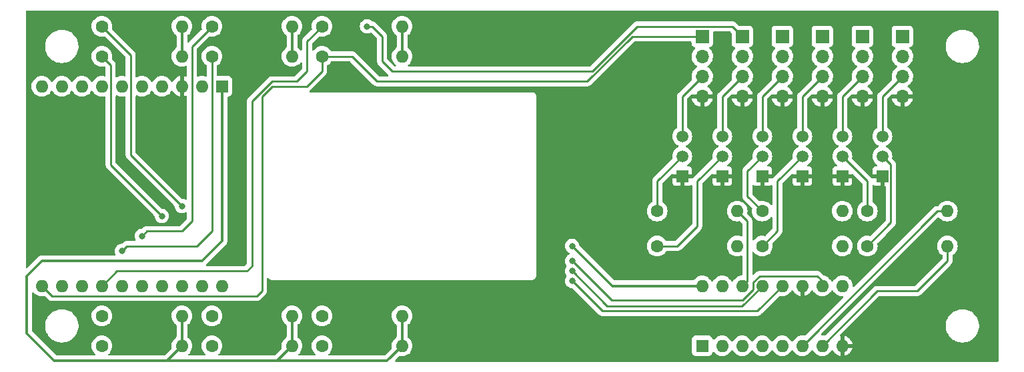
<source format=gtl>
G04 #@! TF.GenerationSoftware,KiCad,Pcbnew,(6.0.0-0)*
G04 #@! TF.CreationDate,2023-09-24T20:44:21+01:00*
G04 #@! TF.ProjectId,main-board,6d61696e-2d62-46f6-9172-642e6b696361,rev?*
G04 #@! TF.SameCoordinates,Original*
G04 #@! TF.FileFunction,Copper,L1,Top*
G04 #@! TF.FilePolarity,Positive*
%FSLAX46Y46*%
G04 Gerber Fmt 4.6, Leading zero omitted, Abs format (unit mm)*
G04 Created by KiCad (PCBNEW (6.0.0-0)) date 2023-09-24 20:44:21*
%MOMM*%
%LPD*%
G01*
G04 APERTURE LIST*
G04 #@! TA.AperFunction,ComponentPad*
%ADD10C,1.600000*%
G04 #@! TD*
G04 #@! TA.AperFunction,ComponentPad*
%ADD11O,1.600000X1.600000*%
G04 #@! TD*
G04 #@! TA.AperFunction,ComponentPad*
%ADD12R,1.600000X1.600000*%
G04 #@! TD*
G04 #@! TA.AperFunction,ComponentPad*
%ADD13C,1.500000*%
G04 #@! TD*
G04 #@! TA.AperFunction,ComponentPad*
%ADD14R,1.500000X1.500000*%
G04 #@! TD*
G04 #@! TA.AperFunction,ComponentPad*
%ADD15R,1.700000X1.700000*%
G04 #@! TD*
G04 #@! TA.AperFunction,ComponentPad*
%ADD16O,1.700000X1.700000*%
G04 #@! TD*
G04 #@! TA.AperFunction,ViaPad*
%ADD17C,0.800000*%
G04 #@! TD*
G04 #@! TA.AperFunction,Conductor*
%ADD18C,0.350000*%
G04 #@! TD*
G04 #@! TA.AperFunction,Conductor*
%ADD19C,0.250000*%
G04 #@! TD*
G04 APERTURE END LIST*
D10*
X55880000Y-24130000D03*
D11*
X66040000Y-24130000D03*
X43180000Y-53340000D03*
X40640000Y-53340000D03*
X38100000Y-53340000D03*
X35560000Y-53340000D03*
X33020000Y-53340000D03*
X30480000Y-53340000D03*
X27940000Y-53340000D03*
X25400000Y-53340000D03*
X22860000Y-53340000D03*
X20320000Y-53340000D03*
X20320000Y-27940000D03*
X22860000Y-27940000D03*
X25400000Y-27940000D03*
X27940000Y-27940000D03*
X30480000Y-27940000D03*
X33020000Y-27940000D03*
X35560000Y-27940000D03*
X38100000Y-27940000D03*
X40640000Y-27940000D03*
D12*
X43180000Y-27940000D03*
D13*
X106680000Y-36830000D03*
X106680000Y-34290000D03*
D14*
X106680000Y-39370000D03*
X101600000Y-39370000D03*
D13*
X101600000Y-34290000D03*
X101600000Y-36830000D03*
D14*
X111760000Y-39370000D03*
D13*
X111760000Y-34290000D03*
X111760000Y-36830000D03*
D14*
X127000000Y-39370000D03*
D13*
X127000000Y-34290000D03*
X127000000Y-36830000D03*
D11*
X104130000Y-53330000D03*
X121910000Y-60950000D03*
X106670000Y-53330000D03*
X119370000Y-60950000D03*
X109210000Y-53330000D03*
X116830000Y-60950000D03*
X111750000Y-53330000D03*
X114290000Y-60950000D03*
X114290000Y-53330000D03*
X111750000Y-60950000D03*
X116830000Y-53330000D03*
X109210000Y-60950000D03*
X119370000Y-53330000D03*
X106670000Y-60950000D03*
X121910000Y-53330000D03*
D12*
X104130000Y-60950000D03*
D10*
X27940000Y-20320000D03*
D11*
X38100000Y-20320000D03*
D10*
X55880000Y-60960000D03*
D11*
X66040000Y-60960000D03*
D10*
X27940000Y-24130000D03*
D11*
X38100000Y-24130000D03*
D10*
X55880000Y-57150000D03*
D11*
X66040000Y-57150000D03*
D10*
X41910000Y-20320000D03*
D11*
X52070000Y-20320000D03*
D10*
X41910000Y-60960000D03*
D11*
X52070000Y-60960000D03*
D10*
X41910000Y-24130000D03*
D11*
X52070000Y-24130000D03*
D10*
X41910000Y-57150000D03*
D11*
X52070000Y-57150000D03*
X135255000Y-48260000D03*
D10*
X125095000Y-48260000D03*
D11*
X135255000Y-43815000D03*
D10*
X125095000Y-43815000D03*
D11*
X121920000Y-48260000D03*
D10*
X111760000Y-48260000D03*
D11*
X121920000Y-43815000D03*
D10*
X111760000Y-43815000D03*
X98425000Y-48260000D03*
D11*
X108585000Y-48260000D03*
D10*
X55880000Y-20320000D03*
D11*
X66040000Y-20320000D03*
X108585000Y-43815000D03*
D10*
X98425000Y-43815000D03*
X27940000Y-60960000D03*
D11*
X38100000Y-60960000D03*
D10*
X27940000Y-57150000D03*
D11*
X38100000Y-57150000D03*
D13*
X121920000Y-36830000D03*
X121920000Y-34290000D03*
D14*
X121920000Y-39370000D03*
D13*
X116840000Y-36830000D03*
X116840000Y-34290000D03*
D14*
X116840000Y-39370000D03*
D15*
X129540000Y-21600000D03*
D16*
X129540000Y-24140000D03*
X129540000Y-26680000D03*
X129540000Y-29220000D03*
D15*
X124460000Y-21600000D03*
D16*
X124460000Y-24140000D03*
X124460000Y-26680000D03*
X124460000Y-29220000D03*
X119380000Y-29220000D03*
X119380000Y-26680000D03*
X119380000Y-24140000D03*
D15*
X119380000Y-21600000D03*
D16*
X114300000Y-29220000D03*
X114300000Y-26680000D03*
X114300000Y-24140000D03*
D15*
X114300000Y-21600000D03*
D16*
X109220000Y-29220000D03*
X109220000Y-26680000D03*
X109220000Y-24140000D03*
D15*
X109220000Y-21600000D03*
D16*
X104140000Y-29220000D03*
X104140000Y-26680000D03*
X104140000Y-24140000D03*
D15*
X104140000Y-21600000D03*
D17*
X97155000Y-60960000D03*
X111125000Y-58420000D03*
X118110000Y-55245000D03*
X96520000Y-50165000D03*
X96520000Y-37465000D03*
X139065000Y-46990000D03*
X139065000Y-34290000D03*
X84455000Y-34925000D03*
X84455000Y-45720000D03*
X87630000Y-22225000D03*
X79375000Y-22225000D03*
X89535000Y-41275000D03*
X90170000Y-30480000D03*
X45085000Y-38735000D03*
X36195000Y-32385000D03*
X29210000Y-45085000D03*
X24130000Y-41275000D03*
X87630000Y-48260000D03*
X87630000Y-50165000D03*
X87630000Y-51435000D03*
X87630000Y-52705000D03*
X38100000Y-43180000D03*
X35560000Y-44450000D03*
X33020000Y-46990000D03*
X30480000Y-48895000D03*
X61595000Y-20320000D03*
D18*
X87630000Y-48260000D02*
X92700000Y-53330000D01*
X92700000Y-53330000D02*
X104130000Y-53330000D01*
D19*
X87630000Y-50165000D02*
X92620500Y-55155500D01*
X118745000Y-52070000D02*
X119370000Y-52695000D01*
X92620500Y-55155500D02*
X109265778Y-55155500D01*
X109265778Y-55155500D02*
X110625489Y-53795789D01*
X110625489Y-53795789D02*
X110625489Y-52864211D01*
X110625489Y-52864211D02*
X111419700Y-52070000D01*
X111419700Y-52070000D02*
X118745000Y-52070000D01*
X119370000Y-52695000D02*
X119370000Y-53330000D01*
X111750000Y-53330000D02*
X109200000Y-55880000D01*
X107315000Y-55880000D02*
X92075000Y-55880000D01*
X92075000Y-55880000D02*
X87630000Y-51435000D01*
X109200000Y-55880000D02*
X107315000Y-55880000D01*
X91440000Y-56515000D02*
X111125000Y-56515000D01*
X111125000Y-56495000D02*
X114290000Y-53330000D01*
X87630000Y-52705000D02*
X91440000Y-56515000D01*
X111125000Y-56515000D02*
X111125000Y-56495000D01*
X31604511Y-36684511D02*
X38100000Y-43180000D01*
X31604511Y-23984511D02*
X31604511Y-36684511D01*
X27940000Y-20320000D02*
X31604511Y-23984511D01*
X29064511Y-37954511D02*
X35560000Y-44450000D01*
X29064511Y-25254511D02*
X29064511Y-37954511D01*
X27940000Y-24130000D02*
X29064511Y-25254511D01*
X41910000Y-20320000D02*
X39370000Y-22860000D01*
X39370000Y-22860000D02*
X39370000Y-45085000D01*
X33655000Y-46355000D02*
X33020000Y-46990000D01*
X39370000Y-45085000D02*
X38100000Y-46355000D01*
X38100000Y-46355000D02*
X33655000Y-46355000D01*
D18*
X40640000Y-50165000D02*
X43180000Y-47625000D01*
X20320000Y-50165000D02*
X40640000Y-50165000D01*
X43180000Y-47625000D02*
X43180000Y-27940000D01*
D19*
X32385000Y-48260000D02*
X31115000Y-48260000D01*
X41275000Y-46990000D02*
X40005000Y-48260000D01*
X41910000Y-24130000D02*
X41910000Y-46355000D01*
X40005000Y-48260000D02*
X32385000Y-48260000D01*
X31115000Y-48260000D02*
X30480000Y-48895000D01*
X41910000Y-46355000D02*
X41275000Y-46990000D01*
D18*
X20320000Y-50165000D02*
X18415000Y-52070000D01*
X18415000Y-52070000D02*
X18415000Y-59372500D01*
X18415000Y-59372500D02*
X21907500Y-62865000D01*
D19*
X55880000Y-20320000D02*
X53975000Y-22225000D01*
X53975000Y-22225000D02*
X53975000Y-26035000D01*
X53975000Y-26035000D02*
X52705000Y-27305000D01*
X46355000Y-51435000D02*
X29845000Y-51435000D01*
X52705000Y-27305000D02*
X49529282Y-27305000D01*
X46990000Y-50800000D02*
X46355000Y-51435000D01*
X49529282Y-27305000D02*
X46990000Y-29844282D01*
X46990000Y-29844282D02*
X46990000Y-50800000D01*
X29845000Y-51435000D02*
X27940000Y-53340000D01*
X55880000Y-24130000D02*
X55880000Y-26035000D01*
X55880000Y-26035000D02*
X53975000Y-27940000D01*
X21590000Y-54610000D02*
X20320000Y-53340000D01*
X53975000Y-27940000D02*
X49530000Y-27940000D01*
X49530000Y-27940000D02*
X48260000Y-29210000D01*
X48260000Y-29210000D02*
X48260000Y-53975000D01*
X48260000Y-53975000D02*
X47625000Y-54610000D01*
X47625000Y-54610000D02*
X21590000Y-54610000D01*
X104140000Y-21600000D02*
X95240718Y-21600000D01*
X95240718Y-21600000D02*
X89535718Y-27305000D01*
X89535718Y-27305000D02*
X62865000Y-27305000D01*
X62865000Y-27305000D02*
X59690000Y-24130000D01*
X59690000Y-24130000D02*
X55880000Y-24130000D01*
X95885000Y-20320000D02*
X107940000Y-20320000D01*
X107940000Y-20320000D02*
X109220000Y-21600000D01*
X61595000Y-20320000D02*
X62230000Y-20320000D01*
X62230000Y-20320000D02*
X63500000Y-21590000D01*
X63500000Y-21590000D02*
X63500000Y-24765000D01*
X64770000Y-26035000D02*
X90170000Y-26035000D01*
X63500000Y-24765000D02*
X64770000Y-26035000D01*
X90170000Y-26035000D02*
X95885000Y-20320000D01*
X108585000Y-43815000D02*
X109855000Y-45085000D01*
X109855000Y-45085000D02*
X109855000Y-52685000D01*
X109855000Y-52685000D02*
X109210000Y-53330000D01*
X135255000Y-43815000D02*
X133965000Y-43815000D01*
X133965000Y-43815000D02*
X116830000Y-60950000D01*
X119370000Y-60950000D02*
X126345000Y-53975000D01*
X126345000Y-53975000D02*
X131445000Y-53975000D01*
X131445000Y-53975000D02*
X135255000Y-50165000D01*
X135255000Y-50165000D02*
X135255000Y-48260000D01*
X127000000Y-36830000D02*
X128074511Y-37904511D01*
X128074511Y-37904511D02*
X128074511Y-45280489D01*
X128074511Y-45280489D02*
X125095000Y-48260000D01*
X121920000Y-36830000D02*
X125095000Y-40005000D01*
X125095000Y-40005000D02*
X125095000Y-43815000D01*
X116840000Y-36830000D02*
X113665000Y-40005000D01*
X113665000Y-46355000D02*
X111760000Y-48260000D01*
X113665000Y-40005000D02*
X113665000Y-46355000D01*
X111760000Y-36830000D02*
X109855000Y-38735000D01*
X109855000Y-38735000D02*
X109855000Y-41910000D01*
X109855000Y-41910000D02*
X111760000Y-43815000D01*
X103505000Y-40005000D02*
X103505000Y-45720000D01*
X106680000Y-36830000D02*
X103505000Y-40005000D01*
X103505000Y-45720000D02*
X100965000Y-48260000D01*
X100965000Y-48260000D02*
X98425000Y-48260000D01*
X101600000Y-36830000D02*
X98425000Y-40005000D01*
X98425000Y-40005000D02*
X98425000Y-43815000D01*
D18*
X36195000Y-62865000D02*
X21907500Y-62865000D01*
X66040000Y-60960000D02*
X64135000Y-62865000D01*
X64135000Y-62865000D02*
X50165000Y-62865000D01*
X50165000Y-62865000D02*
X36195000Y-62865000D01*
X52070000Y-60960000D02*
X50165000Y-62865000D01*
X36195000Y-62865000D02*
X38100000Y-60960000D01*
X66040000Y-57150000D02*
X66040000Y-60960000D01*
X52070000Y-57150000D02*
X52070000Y-60960000D01*
X38100000Y-57150000D02*
X38100000Y-60960000D01*
D19*
X104140000Y-26680000D02*
X101600000Y-29220000D01*
X101600000Y-29220000D02*
X101600000Y-34290000D01*
X109220000Y-26680000D02*
X106680000Y-29220000D01*
X106680000Y-29220000D02*
X106680000Y-34290000D01*
X114300000Y-26680000D02*
X111760000Y-29220000D01*
X111760000Y-29220000D02*
X111760000Y-34290000D01*
X116840000Y-34290000D02*
X116840000Y-29220000D01*
X116840000Y-29220000D02*
X119380000Y-26680000D01*
X124460000Y-26680000D02*
X121920000Y-29220000D01*
X121920000Y-29220000D02*
X121920000Y-34290000D01*
X129540000Y-26680000D02*
X127000000Y-29220000D01*
X127000000Y-29220000D02*
X127000000Y-34290000D01*
D18*
X66040000Y-20320000D02*
X66040000Y-24130000D01*
X52070000Y-20320000D02*
X52070000Y-24130000D01*
X38100000Y-20320000D02*
X38100000Y-24130000D01*
G04 #@! TA.AperFunction,Conductor*
G36*
X141674121Y-18308002D02*
G01*
X141720614Y-18361658D01*
X141732000Y-18414000D01*
X141732000Y-62866000D01*
X141711998Y-62934121D01*
X141658342Y-62980614D01*
X141606000Y-62992000D01*
X65278805Y-62992000D01*
X65210684Y-62971998D01*
X65164191Y-62918342D01*
X65154087Y-62848068D01*
X65183581Y-62783488D01*
X65189710Y-62776905D01*
X65682520Y-62284095D01*
X65744832Y-62250069D01*
X65801143Y-62251409D01*
X65801186Y-62251164D01*
X65802797Y-62251448D01*
X65804219Y-62251482D01*
X65806590Y-62252117D01*
X65806594Y-62252118D01*
X65811913Y-62253543D01*
X66040000Y-62273498D01*
X66268087Y-62253543D01*
X66273400Y-62252119D01*
X66273402Y-62252119D01*
X66483933Y-62195707D01*
X66483935Y-62195706D01*
X66489243Y-62194284D01*
X66508647Y-62185236D01*
X66691762Y-62099849D01*
X66691767Y-62099846D01*
X66696749Y-62097523D01*
X66840732Y-61996705D01*
X66879789Y-61969357D01*
X66879792Y-61969355D01*
X66884300Y-61966198D01*
X67046198Y-61804300D01*
X67050472Y-61798197D01*
X67174366Y-61621257D01*
X67177523Y-61616749D01*
X67179846Y-61611767D01*
X67179849Y-61611762D01*
X67271961Y-61414225D01*
X67271961Y-61414224D01*
X67274284Y-61409243D01*
X67278433Y-61393761D01*
X67332119Y-61193402D01*
X67332119Y-61193400D01*
X67333543Y-61188087D01*
X67353498Y-60960000D01*
X67333543Y-60731913D01*
X67332119Y-60726598D01*
X67275707Y-60516067D01*
X67275706Y-60516065D01*
X67274284Y-60510757D01*
X67223426Y-60401691D01*
X67179849Y-60308238D01*
X67179846Y-60308233D01*
X67177523Y-60303251D01*
X67046198Y-60115700D01*
X66884300Y-59953802D01*
X66875585Y-59947699D01*
X66777229Y-59878830D01*
X66732901Y-59823373D01*
X66723500Y-59775617D01*
X66723500Y-58334383D01*
X66743502Y-58266262D01*
X66777229Y-58231170D01*
X66879789Y-58159357D01*
X66879791Y-58159355D01*
X66884300Y-58156198D01*
X67046198Y-57994300D01*
X67052822Y-57984841D01*
X67174366Y-57811257D01*
X67177523Y-57806749D01*
X67179846Y-57801767D01*
X67179849Y-57801762D01*
X67271961Y-57604225D01*
X67271961Y-57604224D01*
X67274284Y-57599243D01*
X67316724Y-57440858D01*
X67332119Y-57383402D01*
X67332119Y-57383400D01*
X67333543Y-57378087D01*
X67353498Y-57150000D01*
X67333543Y-56921913D01*
X67331966Y-56916026D01*
X67275707Y-56706067D01*
X67275706Y-56706065D01*
X67274284Y-56700757D01*
X67237468Y-56621804D01*
X67179849Y-56498238D01*
X67179846Y-56498233D01*
X67177523Y-56493251D01*
X67063324Y-56330158D01*
X67049357Y-56310211D01*
X67049355Y-56310208D01*
X67046198Y-56305700D01*
X66884300Y-56143802D01*
X66879792Y-56140645D01*
X66879789Y-56140643D01*
X66801611Y-56085902D01*
X66696749Y-56012477D01*
X66691767Y-56010154D01*
X66691762Y-56010151D01*
X66494225Y-55918039D01*
X66494224Y-55918039D01*
X66489243Y-55915716D01*
X66483935Y-55914294D01*
X66483933Y-55914293D01*
X66273402Y-55857881D01*
X66273400Y-55857881D01*
X66268087Y-55856457D01*
X66040000Y-55836502D01*
X65811913Y-55856457D01*
X65806600Y-55857881D01*
X65806598Y-55857881D01*
X65596067Y-55914293D01*
X65596065Y-55914294D01*
X65590757Y-55915716D01*
X65585776Y-55918039D01*
X65585775Y-55918039D01*
X65388238Y-56010151D01*
X65388233Y-56010154D01*
X65383251Y-56012477D01*
X65278389Y-56085902D01*
X65200211Y-56140643D01*
X65200208Y-56140645D01*
X65195700Y-56143802D01*
X65033802Y-56305700D01*
X65030645Y-56310208D01*
X65030643Y-56310211D01*
X65016676Y-56330158D01*
X64902477Y-56493251D01*
X64900154Y-56498233D01*
X64900151Y-56498238D01*
X64842532Y-56621804D01*
X64805716Y-56700757D01*
X64804294Y-56706065D01*
X64804293Y-56706067D01*
X64748034Y-56916026D01*
X64746457Y-56921913D01*
X64726502Y-57150000D01*
X64746457Y-57378087D01*
X64747881Y-57383400D01*
X64747881Y-57383402D01*
X64763277Y-57440858D01*
X64805716Y-57599243D01*
X64808039Y-57604224D01*
X64808039Y-57604225D01*
X64900151Y-57801762D01*
X64900154Y-57801767D01*
X64902477Y-57806749D01*
X64905634Y-57811257D01*
X65027179Y-57984841D01*
X65033802Y-57994300D01*
X65195700Y-58156198D01*
X65200209Y-58159355D01*
X65200211Y-58159357D01*
X65302771Y-58231170D01*
X65347099Y-58286627D01*
X65356500Y-58334383D01*
X65356500Y-59775617D01*
X65336498Y-59843738D01*
X65302771Y-59878830D01*
X65204416Y-59947699D01*
X65195700Y-59953802D01*
X65033802Y-60115700D01*
X64902477Y-60303251D01*
X64900154Y-60308233D01*
X64900151Y-60308238D01*
X64856574Y-60401691D01*
X64805716Y-60510757D01*
X64804294Y-60516065D01*
X64804293Y-60516067D01*
X64747881Y-60726598D01*
X64746457Y-60731913D01*
X64726502Y-60960000D01*
X64746457Y-61188087D01*
X64747882Y-61193406D01*
X64747883Y-61193410D01*
X64748518Y-61195781D01*
X64748492Y-61196864D01*
X64748836Y-61198814D01*
X64748444Y-61198883D01*
X64746825Y-61266757D01*
X64715905Y-61317480D01*
X63888790Y-62144595D01*
X63826478Y-62178621D01*
X63799695Y-62181500D01*
X56813148Y-62181500D01*
X56745027Y-62161498D01*
X56698534Y-62107842D01*
X56688430Y-62037568D01*
X56717924Y-61972988D01*
X56724561Y-61966459D01*
X56724300Y-61966198D01*
X56886198Y-61804300D01*
X56890472Y-61798197D01*
X57014366Y-61621257D01*
X57017523Y-61616749D01*
X57019846Y-61611767D01*
X57019849Y-61611762D01*
X57111961Y-61414225D01*
X57111961Y-61414224D01*
X57114284Y-61409243D01*
X57118433Y-61393761D01*
X57172119Y-61193402D01*
X57172119Y-61193400D01*
X57173543Y-61188087D01*
X57193498Y-60960000D01*
X57173543Y-60731913D01*
X57172119Y-60726598D01*
X57115707Y-60516067D01*
X57115706Y-60516065D01*
X57114284Y-60510757D01*
X57063426Y-60401691D01*
X57019849Y-60308238D01*
X57019846Y-60308233D01*
X57017523Y-60303251D01*
X56886198Y-60115700D01*
X56724300Y-59953802D01*
X56719792Y-59950645D01*
X56719789Y-59950643D01*
X56617229Y-59878830D01*
X56536749Y-59822477D01*
X56531767Y-59820154D01*
X56531762Y-59820151D01*
X56334225Y-59728039D01*
X56334224Y-59728039D01*
X56329243Y-59725716D01*
X56323935Y-59724294D01*
X56323933Y-59724293D01*
X56113402Y-59667881D01*
X56113400Y-59667881D01*
X56108087Y-59666457D01*
X55880000Y-59646502D01*
X55651913Y-59666457D01*
X55646600Y-59667881D01*
X55646598Y-59667881D01*
X55436067Y-59724293D01*
X55436065Y-59724294D01*
X55430757Y-59725716D01*
X55425776Y-59728039D01*
X55425775Y-59728039D01*
X55228238Y-59820151D01*
X55228233Y-59820154D01*
X55223251Y-59822477D01*
X55142771Y-59878830D01*
X55040211Y-59950643D01*
X55040208Y-59950645D01*
X55035700Y-59953802D01*
X54873802Y-60115700D01*
X54742477Y-60303251D01*
X54740154Y-60308233D01*
X54740151Y-60308238D01*
X54696574Y-60401691D01*
X54645716Y-60510757D01*
X54644294Y-60516065D01*
X54644293Y-60516067D01*
X54587881Y-60726598D01*
X54586457Y-60731913D01*
X54566502Y-60960000D01*
X54586457Y-61188087D01*
X54587881Y-61193400D01*
X54587881Y-61193402D01*
X54641568Y-61393761D01*
X54645716Y-61409243D01*
X54648039Y-61414224D01*
X54648039Y-61414225D01*
X54740151Y-61611762D01*
X54740154Y-61611767D01*
X54742477Y-61616749D01*
X54745634Y-61621257D01*
X54869529Y-61798197D01*
X54873802Y-61804300D01*
X55035700Y-61966198D01*
X55033856Y-61968042D01*
X55067147Y-62018014D01*
X55068317Y-62089001D01*
X55030922Y-62149352D01*
X54966836Y-62179905D01*
X54946852Y-62181500D01*
X53003148Y-62181500D01*
X52935027Y-62161498D01*
X52888534Y-62107842D01*
X52878430Y-62037568D01*
X52907924Y-61972988D01*
X52914561Y-61966459D01*
X52914300Y-61966198D01*
X53076198Y-61804300D01*
X53080472Y-61798197D01*
X53204366Y-61621257D01*
X53207523Y-61616749D01*
X53209846Y-61611767D01*
X53209849Y-61611762D01*
X53301961Y-61414225D01*
X53301961Y-61414224D01*
X53304284Y-61409243D01*
X53308433Y-61393761D01*
X53362119Y-61193402D01*
X53362119Y-61193400D01*
X53363543Y-61188087D01*
X53383498Y-60960000D01*
X53363543Y-60731913D01*
X53362119Y-60726598D01*
X53305707Y-60516067D01*
X53305706Y-60516065D01*
X53304284Y-60510757D01*
X53253426Y-60401691D01*
X53209849Y-60308238D01*
X53209846Y-60308233D01*
X53207523Y-60303251D01*
X53076198Y-60115700D01*
X52914300Y-59953802D01*
X52905585Y-59947699D01*
X52807229Y-59878830D01*
X52762901Y-59823373D01*
X52753500Y-59775617D01*
X52753500Y-58334383D01*
X52773502Y-58266262D01*
X52807229Y-58231170D01*
X52909789Y-58159357D01*
X52909791Y-58159355D01*
X52914300Y-58156198D01*
X53076198Y-57994300D01*
X53082822Y-57984841D01*
X53204366Y-57811257D01*
X53207523Y-57806749D01*
X53209846Y-57801767D01*
X53209849Y-57801762D01*
X53301961Y-57604225D01*
X53301961Y-57604224D01*
X53304284Y-57599243D01*
X53346724Y-57440858D01*
X53362119Y-57383402D01*
X53362119Y-57383400D01*
X53363543Y-57378087D01*
X53383498Y-57150000D01*
X54566502Y-57150000D01*
X54586457Y-57378087D01*
X54587881Y-57383400D01*
X54587881Y-57383402D01*
X54603277Y-57440858D01*
X54645716Y-57599243D01*
X54648039Y-57604224D01*
X54648039Y-57604225D01*
X54740151Y-57801762D01*
X54740154Y-57801767D01*
X54742477Y-57806749D01*
X54745634Y-57811257D01*
X54867179Y-57984841D01*
X54873802Y-57994300D01*
X55035700Y-58156198D01*
X55040208Y-58159355D01*
X55040211Y-58159357D01*
X55118389Y-58214098D01*
X55223251Y-58287523D01*
X55228233Y-58289846D01*
X55228238Y-58289849D01*
X55323743Y-58334383D01*
X55430757Y-58384284D01*
X55436065Y-58385706D01*
X55436067Y-58385707D01*
X55646598Y-58442119D01*
X55646600Y-58442119D01*
X55651913Y-58443543D01*
X55880000Y-58463498D01*
X56108087Y-58443543D01*
X56113400Y-58442119D01*
X56113402Y-58442119D01*
X56323933Y-58385707D01*
X56323935Y-58385706D01*
X56329243Y-58384284D01*
X56436257Y-58334383D01*
X56531762Y-58289849D01*
X56531767Y-58289846D01*
X56536749Y-58287523D01*
X56641611Y-58214098D01*
X56719789Y-58159357D01*
X56719792Y-58159355D01*
X56724300Y-58156198D01*
X56886198Y-57994300D01*
X56892822Y-57984841D01*
X57014366Y-57811257D01*
X57017523Y-57806749D01*
X57019846Y-57801767D01*
X57019849Y-57801762D01*
X57111961Y-57604225D01*
X57111961Y-57604224D01*
X57114284Y-57599243D01*
X57156724Y-57440858D01*
X57172119Y-57383402D01*
X57172119Y-57383400D01*
X57173543Y-57378087D01*
X57193498Y-57150000D01*
X57173543Y-56921913D01*
X57171966Y-56916026D01*
X57115707Y-56706067D01*
X57115706Y-56706065D01*
X57114284Y-56700757D01*
X57077468Y-56621804D01*
X57019849Y-56498238D01*
X57019846Y-56498233D01*
X57017523Y-56493251D01*
X56903324Y-56330158D01*
X56889357Y-56310211D01*
X56889355Y-56310208D01*
X56886198Y-56305700D01*
X56724300Y-56143802D01*
X56719792Y-56140645D01*
X56719789Y-56140643D01*
X56641611Y-56085902D01*
X56536749Y-56012477D01*
X56531767Y-56010154D01*
X56531762Y-56010151D01*
X56334225Y-55918039D01*
X56334224Y-55918039D01*
X56329243Y-55915716D01*
X56323935Y-55914294D01*
X56323933Y-55914293D01*
X56113402Y-55857881D01*
X56113400Y-55857881D01*
X56108087Y-55856457D01*
X55880000Y-55836502D01*
X55651913Y-55856457D01*
X55646600Y-55857881D01*
X55646598Y-55857881D01*
X55436067Y-55914293D01*
X55436065Y-55914294D01*
X55430757Y-55915716D01*
X55425776Y-55918039D01*
X55425775Y-55918039D01*
X55228238Y-56010151D01*
X55228233Y-56010154D01*
X55223251Y-56012477D01*
X55118389Y-56085902D01*
X55040211Y-56140643D01*
X55040208Y-56140645D01*
X55035700Y-56143802D01*
X54873802Y-56305700D01*
X54870645Y-56310208D01*
X54870643Y-56310211D01*
X54856676Y-56330158D01*
X54742477Y-56493251D01*
X54740154Y-56498233D01*
X54740151Y-56498238D01*
X54682532Y-56621804D01*
X54645716Y-56700757D01*
X54644294Y-56706065D01*
X54644293Y-56706067D01*
X54588034Y-56916026D01*
X54586457Y-56921913D01*
X54566502Y-57150000D01*
X53383498Y-57150000D01*
X53363543Y-56921913D01*
X53361966Y-56916026D01*
X53305707Y-56706067D01*
X53305706Y-56706065D01*
X53304284Y-56700757D01*
X53267468Y-56621804D01*
X53209849Y-56498238D01*
X53209846Y-56498233D01*
X53207523Y-56493251D01*
X53093324Y-56330158D01*
X53079357Y-56310211D01*
X53079355Y-56310208D01*
X53076198Y-56305700D01*
X52914300Y-56143802D01*
X52909792Y-56140645D01*
X52909789Y-56140643D01*
X52831611Y-56085902D01*
X52726749Y-56012477D01*
X52721767Y-56010154D01*
X52721762Y-56010151D01*
X52524225Y-55918039D01*
X52524224Y-55918039D01*
X52519243Y-55915716D01*
X52513935Y-55914294D01*
X52513933Y-55914293D01*
X52303402Y-55857881D01*
X52303400Y-55857881D01*
X52298087Y-55856457D01*
X52070000Y-55836502D01*
X51841913Y-55856457D01*
X51836600Y-55857881D01*
X51836598Y-55857881D01*
X51626067Y-55914293D01*
X51626065Y-55914294D01*
X51620757Y-55915716D01*
X51615776Y-55918039D01*
X51615775Y-55918039D01*
X51418238Y-56010151D01*
X51418233Y-56010154D01*
X51413251Y-56012477D01*
X51308389Y-56085902D01*
X51230211Y-56140643D01*
X51230208Y-56140645D01*
X51225700Y-56143802D01*
X51063802Y-56305700D01*
X51060645Y-56310208D01*
X51060643Y-56310211D01*
X51046676Y-56330158D01*
X50932477Y-56493251D01*
X50930154Y-56498233D01*
X50930151Y-56498238D01*
X50872532Y-56621804D01*
X50835716Y-56700757D01*
X50834294Y-56706065D01*
X50834293Y-56706067D01*
X50778034Y-56916026D01*
X50776457Y-56921913D01*
X50756502Y-57150000D01*
X50776457Y-57378087D01*
X50777881Y-57383400D01*
X50777881Y-57383402D01*
X50793277Y-57440858D01*
X50835716Y-57599243D01*
X50838039Y-57604224D01*
X50838039Y-57604225D01*
X50930151Y-57801762D01*
X50930154Y-57801767D01*
X50932477Y-57806749D01*
X50935634Y-57811257D01*
X51057179Y-57984841D01*
X51063802Y-57994300D01*
X51225700Y-58156198D01*
X51230209Y-58159355D01*
X51230211Y-58159357D01*
X51332771Y-58231170D01*
X51377099Y-58286627D01*
X51386500Y-58334383D01*
X51386500Y-59775617D01*
X51366498Y-59843738D01*
X51332771Y-59878830D01*
X51234416Y-59947699D01*
X51225700Y-59953802D01*
X51063802Y-60115700D01*
X50932477Y-60303251D01*
X50930154Y-60308233D01*
X50930151Y-60308238D01*
X50886574Y-60401691D01*
X50835716Y-60510757D01*
X50834294Y-60516065D01*
X50834293Y-60516067D01*
X50777881Y-60726598D01*
X50776457Y-60731913D01*
X50756502Y-60960000D01*
X50776457Y-61188087D01*
X50777882Y-61193406D01*
X50777883Y-61193410D01*
X50778518Y-61195781D01*
X50778492Y-61196864D01*
X50778836Y-61198814D01*
X50778444Y-61198883D01*
X50776825Y-61266757D01*
X50745905Y-61317480D01*
X49918790Y-62144595D01*
X49856478Y-62178621D01*
X49829695Y-62181500D01*
X42843148Y-62181500D01*
X42775027Y-62161498D01*
X42728534Y-62107842D01*
X42718430Y-62037568D01*
X42747924Y-61972988D01*
X42754561Y-61966459D01*
X42754300Y-61966198D01*
X42916198Y-61804300D01*
X42920472Y-61798197D01*
X43044366Y-61621257D01*
X43047523Y-61616749D01*
X43049846Y-61611767D01*
X43049849Y-61611762D01*
X43141961Y-61414225D01*
X43141961Y-61414224D01*
X43144284Y-61409243D01*
X43148433Y-61393761D01*
X43202119Y-61193402D01*
X43202119Y-61193400D01*
X43203543Y-61188087D01*
X43223498Y-60960000D01*
X43203543Y-60731913D01*
X43202119Y-60726598D01*
X43145707Y-60516067D01*
X43145706Y-60516065D01*
X43144284Y-60510757D01*
X43093426Y-60401691D01*
X43049849Y-60308238D01*
X43049846Y-60308233D01*
X43047523Y-60303251D01*
X42916198Y-60115700D01*
X42754300Y-59953802D01*
X42749792Y-59950645D01*
X42749789Y-59950643D01*
X42647229Y-59878830D01*
X42566749Y-59822477D01*
X42561767Y-59820154D01*
X42561762Y-59820151D01*
X42364225Y-59728039D01*
X42364224Y-59728039D01*
X42359243Y-59725716D01*
X42353935Y-59724294D01*
X42353933Y-59724293D01*
X42143402Y-59667881D01*
X42143400Y-59667881D01*
X42138087Y-59666457D01*
X41910000Y-59646502D01*
X41681913Y-59666457D01*
X41676600Y-59667881D01*
X41676598Y-59667881D01*
X41466067Y-59724293D01*
X41466065Y-59724294D01*
X41460757Y-59725716D01*
X41455776Y-59728039D01*
X41455775Y-59728039D01*
X41258238Y-59820151D01*
X41258233Y-59820154D01*
X41253251Y-59822477D01*
X41172771Y-59878830D01*
X41070211Y-59950643D01*
X41070208Y-59950645D01*
X41065700Y-59953802D01*
X40903802Y-60115700D01*
X40772477Y-60303251D01*
X40770154Y-60308233D01*
X40770151Y-60308238D01*
X40726574Y-60401691D01*
X40675716Y-60510757D01*
X40674294Y-60516065D01*
X40674293Y-60516067D01*
X40617881Y-60726598D01*
X40616457Y-60731913D01*
X40596502Y-60960000D01*
X40616457Y-61188087D01*
X40617881Y-61193400D01*
X40617881Y-61193402D01*
X40671568Y-61393761D01*
X40675716Y-61409243D01*
X40678039Y-61414224D01*
X40678039Y-61414225D01*
X40770151Y-61611762D01*
X40770154Y-61611767D01*
X40772477Y-61616749D01*
X40775634Y-61621257D01*
X40899529Y-61798197D01*
X40903802Y-61804300D01*
X41065700Y-61966198D01*
X41063856Y-61968042D01*
X41097147Y-62018014D01*
X41098317Y-62089001D01*
X41060922Y-62149352D01*
X40996836Y-62179905D01*
X40976852Y-62181500D01*
X39033148Y-62181500D01*
X38965027Y-62161498D01*
X38918534Y-62107842D01*
X38908430Y-62037568D01*
X38937924Y-61972988D01*
X38944561Y-61966459D01*
X38944300Y-61966198D01*
X39106198Y-61804300D01*
X39110472Y-61798197D01*
X39234366Y-61621257D01*
X39237523Y-61616749D01*
X39239846Y-61611767D01*
X39239849Y-61611762D01*
X39331961Y-61414225D01*
X39331961Y-61414224D01*
X39334284Y-61409243D01*
X39338433Y-61393761D01*
X39392119Y-61193402D01*
X39392119Y-61193400D01*
X39393543Y-61188087D01*
X39413498Y-60960000D01*
X39393543Y-60731913D01*
X39392119Y-60726598D01*
X39335707Y-60516067D01*
X39335706Y-60516065D01*
X39334284Y-60510757D01*
X39283426Y-60401691D01*
X39239849Y-60308238D01*
X39239846Y-60308233D01*
X39237523Y-60303251D01*
X39106198Y-60115700D01*
X38944300Y-59953802D01*
X38935585Y-59947699D01*
X38837229Y-59878830D01*
X38792901Y-59823373D01*
X38783500Y-59775617D01*
X38783500Y-58334383D01*
X38803502Y-58266262D01*
X38837229Y-58231170D01*
X38939789Y-58159357D01*
X38939791Y-58159355D01*
X38944300Y-58156198D01*
X39106198Y-57994300D01*
X39112822Y-57984841D01*
X39234366Y-57811257D01*
X39237523Y-57806749D01*
X39239846Y-57801767D01*
X39239849Y-57801762D01*
X39331961Y-57604225D01*
X39331961Y-57604224D01*
X39334284Y-57599243D01*
X39376724Y-57440858D01*
X39392119Y-57383402D01*
X39392119Y-57383400D01*
X39393543Y-57378087D01*
X39413498Y-57150000D01*
X40596502Y-57150000D01*
X40616457Y-57378087D01*
X40617881Y-57383400D01*
X40617881Y-57383402D01*
X40633277Y-57440858D01*
X40675716Y-57599243D01*
X40678039Y-57604224D01*
X40678039Y-57604225D01*
X40770151Y-57801762D01*
X40770154Y-57801767D01*
X40772477Y-57806749D01*
X40775634Y-57811257D01*
X40897179Y-57984841D01*
X40903802Y-57994300D01*
X41065700Y-58156198D01*
X41070208Y-58159355D01*
X41070211Y-58159357D01*
X41148389Y-58214098D01*
X41253251Y-58287523D01*
X41258233Y-58289846D01*
X41258238Y-58289849D01*
X41353743Y-58334383D01*
X41460757Y-58384284D01*
X41466065Y-58385706D01*
X41466067Y-58385707D01*
X41676598Y-58442119D01*
X41676600Y-58442119D01*
X41681913Y-58443543D01*
X41910000Y-58463498D01*
X42138087Y-58443543D01*
X42143400Y-58442119D01*
X42143402Y-58442119D01*
X42353933Y-58385707D01*
X42353935Y-58385706D01*
X42359243Y-58384284D01*
X42466257Y-58334383D01*
X42561762Y-58289849D01*
X42561767Y-58289846D01*
X42566749Y-58287523D01*
X42671611Y-58214098D01*
X42749789Y-58159357D01*
X42749792Y-58159355D01*
X42754300Y-58156198D01*
X42916198Y-57994300D01*
X42922822Y-57984841D01*
X43044366Y-57811257D01*
X43047523Y-57806749D01*
X43049846Y-57801767D01*
X43049849Y-57801762D01*
X43141961Y-57604225D01*
X43141961Y-57604224D01*
X43144284Y-57599243D01*
X43186724Y-57440858D01*
X43202119Y-57383402D01*
X43202119Y-57383400D01*
X43203543Y-57378087D01*
X43223498Y-57150000D01*
X43203543Y-56921913D01*
X43201966Y-56916026D01*
X43145707Y-56706067D01*
X43145706Y-56706065D01*
X43144284Y-56700757D01*
X43107468Y-56621804D01*
X43049849Y-56498238D01*
X43049846Y-56498233D01*
X43047523Y-56493251D01*
X42933324Y-56330158D01*
X42919357Y-56310211D01*
X42919355Y-56310208D01*
X42916198Y-56305700D01*
X42754300Y-56143802D01*
X42749792Y-56140645D01*
X42749789Y-56140643D01*
X42671611Y-56085902D01*
X42566749Y-56012477D01*
X42561767Y-56010154D01*
X42561762Y-56010151D01*
X42364225Y-55918039D01*
X42364224Y-55918039D01*
X42359243Y-55915716D01*
X42353935Y-55914294D01*
X42353933Y-55914293D01*
X42143402Y-55857881D01*
X42143400Y-55857881D01*
X42138087Y-55856457D01*
X41910000Y-55836502D01*
X41681913Y-55856457D01*
X41676600Y-55857881D01*
X41676598Y-55857881D01*
X41466067Y-55914293D01*
X41466065Y-55914294D01*
X41460757Y-55915716D01*
X41455776Y-55918039D01*
X41455775Y-55918039D01*
X41258238Y-56010151D01*
X41258233Y-56010154D01*
X41253251Y-56012477D01*
X41148389Y-56085902D01*
X41070211Y-56140643D01*
X41070208Y-56140645D01*
X41065700Y-56143802D01*
X40903802Y-56305700D01*
X40900645Y-56310208D01*
X40900643Y-56310211D01*
X40886676Y-56330158D01*
X40772477Y-56493251D01*
X40770154Y-56498233D01*
X40770151Y-56498238D01*
X40712532Y-56621804D01*
X40675716Y-56700757D01*
X40674294Y-56706065D01*
X40674293Y-56706067D01*
X40618034Y-56916026D01*
X40616457Y-56921913D01*
X40596502Y-57150000D01*
X39413498Y-57150000D01*
X39393543Y-56921913D01*
X39391966Y-56916026D01*
X39335707Y-56706067D01*
X39335706Y-56706065D01*
X39334284Y-56700757D01*
X39297468Y-56621804D01*
X39239849Y-56498238D01*
X39239846Y-56498233D01*
X39237523Y-56493251D01*
X39123324Y-56330158D01*
X39109357Y-56310211D01*
X39109355Y-56310208D01*
X39106198Y-56305700D01*
X38944300Y-56143802D01*
X38939792Y-56140645D01*
X38939789Y-56140643D01*
X38861611Y-56085902D01*
X38756749Y-56012477D01*
X38751767Y-56010154D01*
X38751762Y-56010151D01*
X38554225Y-55918039D01*
X38554224Y-55918039D01*
X38549243Y-55915716D01*
X38543935Y-55914294D01*
X38543933Y-55914293D01*
X38333402Y-55857881D01*
X38333400Y-55857881D01*
X38328087Y-55856457D01*
X38100000Y-55836502D01*
X37871913Y-55856457D01*
X37866600Y-55857881D01*
X37866598Y-55857881D01*
X37656067Y-55914293D01*
X37656065Y-55914294D01*
X37650757Y-55915716D01*
X37645776Y-55918039D01*
X37645775Y-55918039D01*
X37448238Y-56010151D01*
X37448233Y-56010154D01*
X37443251Y-56012477D01*
X37338389Y-56085902D01*
X37260211Y-56140643D01*
X37260208Y-56140645D01*
X37255700Y-56143802D01*
X37093802Y-56305700D01*
X37090645Y-56310208D01*
X37090643Y-56310211D01*
X37076676Y-56330158D01*
X36962477Y-56493251D01*
X36960154Y-56498233D01*
X36960151Y-56498238D01*
X36902532Y-56621804D01*
X36865716Y-56700757D01*
X36864294Y-56706065D01*
X36864293Y-56706067D01*
X36808034Y-56916026D01*
X36806457Y-56921913D01*
X36786502Y-57150000D01*
X36806457Y-57378087D01*
X36807881Y-57383400D01*
X36807881Y-57383402D01*
X36823277Y-57440858D01*
X36865716Y-57599243D01*
X36868039Y-57604224D01*
X36868039Y-57604225D01*
X36960151Y-57801762D01*
X36960154Y-57801767D01*
X36962477Y-57806749D01*
X36965634Y-57811257D01*
X37087179Y-57984841D01*
X37093802Y-57994300D01*
X37255700Y-58156198D01*
X37260209Y-58159355D01*
X37260211Y-58159357D01*
X37362771Y-58231170D01*
X37407099Y-58286627D01*
X37416500Y-58334383D01*
X37416500Y-59775617D01*
X37396498Y-59843738D01*
X37362771Y-59878830D01*
X37264416Y-59947699D01*
X37255700Y-59953802D01*
X37093802Y-60115700D01*
X36962477Y-60303251D01*
X36960154Y-60308233D01*
X36960151Y-60308238D01*
X36916574Y-60401691D01*
X36865716Y-60510757D01*
X36864294Y-60516065D01*
X36864293Y-60516067D01*
X36807881Y-60726598D01*
X36806457Y-60731913D01*
X36786502Y-60960000D01*
X36806457Y-61188087D01*
X36807882Y-61193406D01*
X36807883Y-61193410D01*
X36808518Y-61195781D01*
X36808492Y-61196864D01*
X36808836Y-61198814D01*
X36808444Y-61198883D01*
X36806825Y-61266757D01*
X36775905Y-61317480D01*
X35948790Y-62144595D01*
X35886478Y-62178621D01*
X35859695Y-62181500D01*
X28873148Y-62181500D01*
X28805027Y-62161498D01*
X28758534Y-62107842D01*
X28748430Y-62037568D01*
X28777924Y-61972988D01*
X28784561Y-61966459D01*
X28784300Y-61966198D01*
X28946198Y-61804300D01*
X28950472Y-61798197D01*
X29074366Y-61621257D01*
X29077523Y-61616749D01*
X29079846Y-61611767D01*
X29079849Y-61611762D01*
X29171961Y-61414225D01*
X29171961Y-61414224D01*
X29174284Y-61409243D01*
X29178433Y-61393761D01*
X29232119Y-61193402D01*
X29232119Y-61193400D01*
X29233543Y-61188087D01*
X29253498Y-60960000D01*
X29233543Y-60731913D01*
X29232119Y-60726598D01*
X29175707Y-60516067D01*
X29175706Y-60516065D01*
X29174284Y-60510757D01*
X29123426Y-60401691D01*
X29079849Y-60308238D01*
X29079846Y-60308233D01*
X29077523Y-60303251D01*
X28946198Y-60115700D01*
X28784300Y-59953802D01*
X28779792Y-59950645D01*
X28779789Y-59950643D01*
X28677229Y-59878830D01*
X28596749Y-59822477D01*
X28591767Y-59820154D01*
X28591762Y-59820151D01*
X28394225Y-59728039D01*
X28394224Y-59728039D01*
X28389243Y-59725716D01*
X28383935Y-59724294D01*
X28383933Y-59724293D01*
X28173402Y-59667881D01*
X28173400Y-59667881D01*
X28168087Y-59666457D01*
X27940000Y-59646502D01*
X27711913Y-59666457D01*
X27706600Y-59667881D01*
X27706598Y-59667881D01*
X27496067Y-59724293D01*
X27496065Y-59724294D01*
X27490757Y-59725716D01*
X27485776Y-59728039D01*
X27485775Y-59728039D01*
X27288238Y-59820151D01*
X27288233Y-59820154D01*
X27283251Y-59822477D01*
X27202771Y-59878830D01*
X27100211Y-59950643D01*
X27100208Y-59950645D01*
X27095700Y-59953802D01*
X26933802Y-60115700D01*
X26802477Y-60303251D01*
X26800154Y-60308233D01*
X26800151Y-60308238D01*
X26756574Y-60401691D01*
X26705716Y-60510757D01*
X26704294Y-60516065D01*
X26704293Y-60516067D01*
X26647881Y-60726598D01*
X26646457Y-60731913D01*
X26626502Y-60960000D01*
X26646457Y-61188087D01*
X26647881Y-61193400D01*
X26647881Y-61193402D01*
X26701568Y-61393761D01*
X26705716Y-61409243D01*
X26708039Y-61414224D01*
X26708039Y-61414225D01*
X26800151Y-61611762D01*
X26800154Y-61611767D01*
X26802477Y-61616749D01*
X26805634Y-61621257D01*
X26929529Y-61798197D01*
X26933802Y-61804300D01*
X27095700Y-61966198D01*
X27093856Y-61968042D01*
X27127147Y-62018014D01*
X27128317Y-62089001D01*
X27090922Y-62149352D01*
X27026836Y-62179905D01*
X27006852Y-62181500D01*
X22242805Y-62181500D01*
X22174684Y-62161498D01*
X22153710Y-62144595D01*
X19135405Y-59126290D01*
X19101379Y-59063978D01*
X19098500Y-59037195D01*
X19098500Y-58552703D01*
X20750743Y-58552703D01*
X20788268Y-58837734D01*
X20864129Y-59115036D01*
X20976923Y-59379476D01*
X20988693Y-59399142D01*
X21093726Y-59574639D01*
X21124561Y-59626161D01*
X21304313Y-59850528D01*
X21512851Y-60048423D01*
X21659040Y-60153471D01*
X21740652Y-60212115D01*
X21746317Y-60216186D01*
X21750112Y-60218195D01*
X21750113Y-60218196D01*
X21771869Y-60229715D01*
X22000392Y-60350712D01*
X22024699Y-60359607D01*
X22209433Y-60427210D01*
X22270373Y-60449511D01*
X22551264Y-60510755D01*
X22579841Y-60513004D01*
X22774282Y-60528307D01*
X22774291Y-60528307D01*
X22776739Y-60528500D01*
X22932271Y-60528500D01*
X22934407Y-60528354D01*
X22934418Y-60528354D01*
X23142548Y-60514165D01*
X23142554Y-60514164D01*
X23146825Y-60513873D01*
X23151020Y-60513004D01*
X23151022Y-60513004D01*
X23287583Y-60484724D01*
X23428342Y-60455574D01*
X23699343Y-60359607D01*
X23954812Y-60227750D01*
X23958313Y-60225289D01*
X23958317Y-60225287D01*
X24095686Y-60128742D01*
X24190023Y-60062441D01*
X24361284Y-59903295D01*
X24397479Y-59869661D01*
X24397481Y-59869658D01*
X24400622Y-59866740D01*
X24582713Y-59644268D01*
X24732927Y-59399142D01*
X24848483Y-59135898D01*
X24927244Y-58859406D01*
X24967751Y-58574784D01*
X24967845Y-58556951D01*
X24969235Y-58291583D01*
X24969235Y-58291576D01*
X24969257Y-58287297D01*
X24931732Y-58002266D01*
X24855871Y-57724964D01*
X24743077Y-57460524D01*
X24595439Y-57213839D01*
X24544294Y-57150000D01*
X26626502Y-57150000D01*
X26646457Y-57378087D01*
X26647881Y-57383400D01*
X26647881Y-57383402D01*
X26663277Y-57440858D01*
X26705716Y-57599243D01*
X26708039Y-57604224D01*
X26708039Y-57604225D01*
X26800151Y-57801762D01*
X26800154Y-57801767D01*
X26802477Y-57806749D01*
X26805634Y-57811257D01*
X26927179Y-57984841D01*
X26933802Y-57994300D01*
X27095700Y-58156198D01*
X27100208Y-58159355D01*
X27100211Y-58159357D01*
X27178389Y-58214098D01*
X27283251Y-58287523D01*
X27288233Y-58289846D01*
X27288238Y-58289849D01*
X27383743Y-58334383D01*
X27490757Y-58384284D01*
X27496065Y-58385706D01*
X27496067Y-58385707D01*
X27706598Y-58442119D01*
X27706600Y-58442119D01*
X27711913Y-58443543D01*
X27940000Y-58463498D01*
X28168087Y-58443543D01*
X28173400Y-58442119D01*
X28173402Y-58442119D01*
X28383933Y-58385707D01*
X28383935Y-58385706D01*
X28389243Y-58384284D01*
X28496257Y-58334383D01*
X28591762Y-58289849D01*
X28591767Y-58289846D01*
X28596749Y-58287523D01*
X28701611Y-58214098D01*
X28779789Y-58159357D01*
X28779792Y-58159355D01*
X28784300Y-58156198D01*
X28946198Y-57994300D01*
X28952822Y-57984841D01*
X29074366Y-57811257D01*
X29077523Y-57806749D01*
X29079846Y-57801767D01*
X29079849Y-57801762D01*
X29171961Y-57604225D01*
X29171961Y-57604224D01*
X29174284Y-57599243D01*
X29216724Y-57440858D01*
X29232119Y-57383402D01*
X29232119Y-57383400D01*
X29233543Y-57378087D01*
X29253498Y-57150000D01*
X29233543Y-56921913D01*
X29231966Y-56916026D01*
X29175707Y-56706067D01*
X29175706Y-56706065D01*
X29174284Y-56700757D01*
X29137468Y-56621804D01*
X29079849Y-56498238D01*
X29079846Y-56498233D01*
X29077523Y-56493251D01*
X28963324Y-56330158D01*
X28949357Y-56310211D01*
X28949355Y-56310208D01*
X28946198Y-56305700D01*
X28784300Y-56143802D01*
X28779792Y-56140645D01*
X28779789Y-56140643D01*
X28701611Y-56085902D01*
X28596749Y-56012477D01*
X28591767Y-56010154D01*
X28591762Y-56010151D01*
X28394225Y-55918039D01*
X28394224Y-55918039D01*
X28389243Y-55915716D01*
X28383935Y-55914294D01*
X28383933Y-55914293D01*
X28173402Y-55857881D01*
X28173400Y-55857881D01*
X28168087Y-55856457D01*
X27940000Y-55836502D01*
X27711913Y-55856457D01*
X27706600Y-55857881D01*
X27706598Y-55857881D01*
X27496067Y-55914293D01*
X27496065Y-55914294D01*
X27490757Y-55915716D01*
X27485776Y-55918039D01*
X27485775Y-55918039D01*
X27288238Y-56010151D01*
X27288233Y-56010154D01*
X27283251Y-56012477D01*
X27178389Y-56085902D01*
X27100211Y-56140643D01*
X27100208Y-56140645D01*
X27095700Y-56143802D01*
X26933802Y-56305700D01*
X26930645Y-56310208D01*
X26930643Y-56310211D01*
X26916676Y-56330158D01*
X26802477Y-56493251D01*
X26800154Y-56498233D01*
X26800151Y-56498238D01*
X26742532Y-56621804D01*
X26705716Y-56700757D01*
X26704294Y-56706065D01*
X26704293Y-56706067D01*
X26648034Y-56916026D01*
X26646457Y-56921913D01*
X26626502Y-57150000D01*
X24544294Y-57150000D01*
X24415687Y-56989472D01*
X24276242Y-56857144D01*
X24210258Y-56794527D01*
X24210255Y-56794525D01*
X24207149Y-56791577D01*
X23973683Y-56623814D01*
X23951843Y-56612250D01*
X23928654Y-56599972D01*
X23719608Y-56489288D01*
X23449627Y-56390489D01*
X23168736Y-56329245D01*
X23137685Y-56326801D01*
X22945718Y-56311693D01*
X22945709Y-56311693D01*
X22943261Y-56311500D01*
X22787729Y-56311500D01*
X22785593Y-56311646D01*
X22785582Y-56311646D01*
X22577452Y-56325835D01*
X22577446Y-56325836D01*
X22573175Y-56326127D01*
X22568980Y-56326996D01*
X22568978Y-56326996D01*
X22432416Y-56355277D01*
X22291658Y-56384426D01*
X22020657Y-56480393D01*
X21765188Y-56612250D01*
X21761687Y-56614711D01*
X21761683Y-56614713D01*
X21751594Y-56621804D01*
X21529977Y-56777559D01*
X21514892Y-56791577D01*
X21364565Y-56931270D01*
X21319378Y-56973260D01*
X21137287Y-57195732D01*
X20987073Y-57440858D01*
X20871517Y-57704102D01*
X20792756Y-57980594D01*
X20752249Y-58265216D01*
X20752227Y-58269505D01*
X20752226Y-58269512D01*
X20751210Y-58463498D01*
X20750743Y-58552703D01*
X19098500Y-58552703D01*
X19098500Y-54273148D01*
X19118502Y-54205027D01*
X19172158Y-54158534D01*
X19242432Y-54148430D01*
X19307012Y-54177924D01*
X19313541Y-54184561D01*
X19313802Y-54184300D01*
X19475700Y-54346198D01*
X19480208Y-54349355D01*
X19480211Y-54349357D01*
X19481588Y-54350321D01*
X19663251Y-54477523D01*
X19668233Y-54479846D01*
X19668238Y-54479849D01*
X19851353Y-54565236D01*
X19870757Y-54574284D01*
X19876065Y-54575706D01*
X19876067Y-54575707D01*
X20086598Y-54632119D01*
X20086600Y-54632119D01*
X20091913Y-54633543D01*
X20320000Y-54653498D01*
X20548087Y-54633543D01*
X20553398Y-54632120D01*
X20553409Y-54632118D01*
X20611541Y-54616541D01*
X20682517Y-54618230D01*
X20733248Y-54649152D01*
X21086343Y-55002247D01*
X21093887Y-55010537D01*
X21098000Y-55017018D01*
X21103777Y-55022443D01*
X21147667Y-55063658D01*
X21150509Y-55066413D01*
X21170230Y-55086134D01*
X21173425Y-55088612D01*
X21182447Y-55096318D01*
X21214679Y-55126586D01*
X21221628Y-55130406D01*
X21232432Y-55136346D01*
X21248956Y-55147199D01*
X21264959Y-55159613D01*
X21305543Y-55177176D01*
X21316173Y-55182383D01*
X21354940Y-55203695D01*
X21362617Y-55205666D01*
X21362622Y-55205668D01*
X21374558Y-55208732D01*
X21393266Y-55215137D01*
X21411855Y-55223181D01*
X21419683Y-55224421D01*
X21419690Y-55224423D01*
X21455524Y-55230099D01*
X21467144Y-55232505D01*
X21498959Y-55240673D01*
X21509970Y-55243500D01*
X21530224Y-55243500D01*
X21549934Y-55245051D01*
X21569943Y-55248220D01*
X21577835Y-55247474D01*
X21596580Y-55245702D01*
X21613962Y-55244059D01*
X21625819Y-55243500D01*
X47546233Y-55243500D01*
X47557416Y-55244027D01*
X47564909Y-55245702D01*
X47572835Y-55245453D01*
X47572836Y-55245453D01*
X47632986Y-55243562D01*
X47636945Y-55243500D01*
X47664856Y-55243500D01*
X47668791Y-55243003D01*
X47668856Y-55242995D01*
X47680693Y-55242062D01*
X47712951Y-55241048D01*
X47716970Y-55240922D01*
X47724889Y-55240673D01*
X47744343Y-55235021D01*
X47763700Y-55231013D01*
X47775930Y-55229468D01*
X47775931Y-55229468D01*
X47783797Y-55228474D01*
X47791168Y-55225555D01*
X47791170Y-55225555D01*
X47824912Y-55212196D01*
X47836142Y-55208351D01*
X47870983Y-55198229D01*
X47870984Y-55198229D01*
X47878593Y-55196018D01*
X47885412Y-55191985D01*
X47885417Y-55191983D01*
X47896028Y-55185707D01*
X47913776Y-55177012D01*
X47932617Y-55169552D01*
X47952987Y-55154753D01*
X47968387Y-55143564D01*
X47978307Y-55137048D01*
X48009535Y-55118580D01*
X48009538Y-55118578D01*
X48016362Y-55114542D01*
X48030683Y-55100221D01*
X48045717Y-55087380D01*
X48047432Y-55086134D01*
X48062107Y-55075472D01*
X48090298Y-55041395D01*
X48098288Y-55032616D01*
X48652247Y-54478657D01*
X48660537Y-54471113D01*
X48667018Y-54467000D01*
X48713659Y-54417332D01*
X48716413Y-54414491D01*
X48736135Y-54394769D01*
X48738612Y-54391576D01*
X48746317Y-54382555D01*
X48776586Y-54350321D01*
X48780995Y-54342301D01*
X48786346Y-54332568D01*
X48797202Y-54316041D01*
X48804757Y-54306302D01*
X48804758Y-54306300D01*
X48809614Y-54300040D01*
X48827174Y-54259460D01*
X48832391Y-54248812D01*
X48849875Y-54217009D01*
X48849876Y-54217007D01*
X48853695Y-54210060D01*
X48858733Y-54190437D01*
X48865137Y-54171734D01*
X48870033Y-54160420D01*
X48870033Y-54160419D01*
X48873181Y-54153145D01*
X48874420Y-54145322D01*
X48874423Y-54145312D01*
X48880099Y-54109476D01*
X48882505Y-54097856D01*
X48891528Y-54062711D01*
X48891528Y-54062710D01*
X48893500Y-54055030D01*
X48893500Y-54034776D01*
X48895051Y-54015065D01*
X48896980Y-54002886D01*
X48898220Y-53995057D01*
X48894059Y-53951038D01*
X48893500Y-53939181D01*
X48893500Y-52705000D01*
X86716496Y-52705000D01*
X86717186Y-52711565D01*
X86735527Y-52886067D01*
X86736458Y-52894928D01*
X86795473Y-53076556D01*
X86798776Y-53082278D01*
X86798777Y-53082279D01*
X86832686Y-53141010D01*
X86890960Y-53241944D01*
X86895378Y-53246851D01*
X86895379Y-53246852D01*
X86991845Y-53353988D01*
X87018747Y-53383866D01*
X87173248Y-53496118D01*
X87179276Y-53498802D01*
X87179278Y-53498803D01*
X87341681Y-53571109D01*
X87347712Y-53573794D01*
X87441113Y-53593647D01*
X87528056Y-53612128D01*
X87528061Y-53612128D01*
X87534513Y-53613500D01*
X87590406Y-53613500D01*
X87658527Y-53633502D01*
X87679501Y-53650405D01*
X90936343Y-56907247D01*
X90943887Y-56915537D01*
X90948000Y-56922018D01*
X90953777Y-56927443D01*
X90997667Y-56968658D01*
X91000509Y-56971413D01*
X91020231Y-56991135D01*
X91023355Y-56993558D01*
X91023359Y-56993562D01*
X91023424Y-56993612D01*
X91032445Y-57001317D01*
X91064679Y-57031586D01*
X91071627Y-57035405D01*
X91071629Y-57035407D01*
X91082432Y-57041346D01*
X91098959Y-57052202D01*
X91108698Y-57059757D01*
X91108700Y-57059758D01*
X91114960Y-57064614D01*
X91155540Y-57082174D01*
X91166188Y-57087391D01*
X91180415Y-57095212D01*
X91204940Y-57108695D01*
X91212616Y-57110666D01*
X91212619Y-57110667D01*
X91224562Y-57113733D01*
X91243267Y-57120137D01*
X91261855Y-57128181D01*
X91269678Y-57129420D01*
X91269688Y-57129423D01*
X91305524Y-57135099D01*
X91317144Y-57137505D01*
X91352289Y-57146528D01*
X91359970Y-57148500D01*
X91380224Y-57148500D01*
X91399934Y-57150051D01*
X91419943Y-57153220D01*
X91427835Y-57152474D01*
X91439263Y-57151394D01*
X91463962Y-57149059D01*
X91475819Y-57148500D01*
X111053207Y-57148500D01*
X111076816Y-57150732D01*
X111077119Y-57150790D01*
X111077123Y-57150790D01*
X111084906Y-57152275D01*
X111140951Y-57148749D01*
X111148862Y-57148500D01*
X111164856Y-57148500D01*
X111180730Y-57146494D01*
X111188590Y-57145752D01*
X111216049Y-57144024D01*
X111236737Y-57142723D01*
X111236738Y-57142723D01*
X111244650Y-57142225D01*
X111252191Y-57139775D01*
X111252487Y-57139679D01*
X111275631Y-57134506D01*
X111275935Y-57134468D01*
X111275940Y-57134467D01*
X111283797Y-57133474D01*
X111291162Y-57130558D01*
X111291166Y-57130557D01*
X111336011Y-57112801D01*
X111343430Y-57110129D01*
X111396875Y-57092764D01*
X111403572Y-57088514D01*
X111403831Y-57088350D01*
X111424958Y-57077585D01*
X111425246Y-57077471D01*
X111425251Y-57077468D01*
X111432617Y-57074552D01*
X111439025Y-57069896D01*
X111439031Y-57069893D01*
X111478052Y-57041542D01*
X111484589Y-57037099D01*
X111532018Y-57007000D01*
X111537659Y-57000993D01*
X111555446Y-56985312D01*
X111555691Y-56985134D01*
X111555693Y-56985132D01*
X111562107Y-56980472D01*
X111567162Y-56974362D01*
X111597903Y-56937204D01*
X111603134Y-56931270D01*
X111636158Y-56896102D01*
X111636160Y-56896099D01*
X111641586Y-56890321D01*
X111645558Y-56883097D01*
X111658881Y-56863494D01*
X111659081Y-56863252D01*
X111659083Y-56863248D01*
X111664133Y-56857144D01*
X111665746Y-56853717D01*
X111680084Y-56835821D01*
X113876752Y-54639152D01*
X113939064Y-54605127D01*
X113998459Y-54606541D01*
X114056591Y-54622118D01*
X114056602Y-54622120D01*
X114061913Y-54623543D01*
X114290000Y-54643498D01*
X114518087Y-54623543D01*
X114523400Y-54622119D01*
X114523402Y-54622119D01*
X114733933Y-54565707D01*
X114733935Y-54565706D01*
X114739243Y-54564284D01*
X114754900Y-54556983D01*
X114941762Y-54469849D01*
X114941767Y-54469846D01*
X114946749Y-54467523D01*
X115105877Y-54356100D01*
X115129789Y-54339357D01*
X115129792Y-54339355D01*
X115134300Y-54336198D01*
X115296198Y-54174300D01*
X115314313Y-54148430D01*
X115394786Y-54033502D01*
X115427523Y-53986749D01*
X115429846Y-53981767D01*
X115429849Y-53981762D01*
X115446081Y-53946951D01*
X115492998Y-53893666D01*
X115561275Y-53874205D01*
X115629235Y-53894747D01*
X115674471Y-53946951D01*
X115690586Y-53981511D01*
X115696069Y-53991007D01*
X115821028Y-54169467D01*
X115828084Y-54177875D01*
X115982125Y-54331916D01*
X115990533Y-54338972D01*
X116168993Y-54463931D01*
X116178489Y-54469414D01*
X116375947Y-54561490D01*
X116386239Y-54565236D01*
X116558503Y-54611394D01*
X116572599Y-54611058D01*
X116576000Y-54603116D01*
X116576000Y-53202000D01*
X116596002Y-53133879D01*
X116649658Y-53087386D01*
X116702000Y-53076000D01*
X116958000Y-53076000D01*
X117026121Y-53096002D01*
X117072614Y-53149658D01*
X117084000Y-53202000D01*
X117084000Y-54597967D01*
X117087973Y-54611498D01*
X117096522Y-54612727D01*
X117273761Y-54565236D01*
X117284053Y-54561490D01*
X117481511Y-54469414D01*
X117491007Y-54463931D01*
X117669467Y-54338972D01*
X117677875Y-54331916D01*
X117831916Y-54177875D01*
X117838972Y-54169467D01*
X117963931Y-53991007D01*
X117969414Y-53981511D01*
X117985529Y-53946951D01*
X118032446Y-53893666D01*
X118100723Y-53874205D01*
X118168683Y-53894747D01*
X118213919Y-53946951D01*
X118230151Y-53981762D01*
X118230154Y-53981767D01*
X118232477Y-53986749D01*
X118265214Y-54033502D01*
X118345688Y-54148430D01*
X118363802Y-54174300D01*
X118525700Y-54336198D01*
X118530208Y-54339355D01*
X118530211Y-54339357D01*
X118554123Y-54356100D01*
X118713251Y-54467523D01*
X118718233Y-54469846D01*
X118718238Y-54469849D01*
X118905100Y-54556983D01*
X118920757Y-54564284D01*
X118926065Y-54565706D01*
X118926067Y-54565707D01*
X119136598Y-54622119D01*
X119136600Y-54622119D01*
X119141913Y-54623543D01*
X119370000Y-54643498D01*
X119598087Y-54623543D01*
X119603400Y-54622119D01*
X119603402Y-54622119D01*
X119813933Y-54565707D01*
X119813935Y-54565706D01*
X119819243Y-54564284D01*
X119834900Y-54556983D01*
X120021762Y-54469849D01*
X120021767Y-54469846D01*
X120026749Y-54467523D01*
X120185877Y-54356100D01*
X120209789Y-54339357D01*
X120209792Y-54339355D01*
X120214300Y-54336198D01*
X120376198Y-54174300D01*
X120394313Y-54148430D01*
X120474786Y-54033502D01*
X120507523Y-53986749D01*
X120509846Y-53981767D01*
X120509849Y-53981762D01*
X120525805Y-53947543D01*
X120572722Y-53894258D01*
X120640999Y-53874797D01*
X120708959Y-53895339D01*
X120754195Y-53947543D01*
X120770151Y-53981762D01*
X120770154Y-53981767D01*
X120772477Y-53986749D01*
X120805214Y-54033502D01*
X120885688Y-54148430D01*
X120903802Y-54174300D01*
X121065700Y-54336198D01*
X121070208Y-54339355D01*
X121070211Y-54339357D01*
X121094123Y-54356100D01*
X121253251Y-54467523D01*
X121258233Y-54469846D01*
X121258238Y-54469849D01*
X121445100Y-54556983D01*
X121460757Y-54564284D01*
X121466065Y-54565706D01*
X121466067Y-54565707D01*
X121676598Y-54622119D01*
X121676600Y-54622119D01*
X121681913Y-54623543D01*
X121910000Y-54643498D01*
X121915475Y-54643019D01*
X121915485Y-54643019D01*
X121927428Y-54641974D01*
X121997033Y-54655962D01*
X122048026Y-54705361D01*
X122064217Y-54774486D01*
X122040465Y-54841392D01*
X122027506Y-54856589D01*
X117243247Y-59640848D01*
X117180935Y-59674874D01*
X117121542Y-59673460D01*
X117058087Y-59656457D01*
X116830000Y-59636502D01*
X116601913Y-59656457D01*
X116596600Y-59657881D01*
X116596598Y-59657881D01*
X116386067Y-59714293D01*
X116386065Y-59714294D01*
X116380757Y-59715716D01*
X116375776Y-59718039D01*
X116375775Y-59718039D01*
X116178238Y-59810151D01*
X116178233Y-59810154D01*
X116173251Y-59812477D01*
X116154461Y-59825634D01*
X115990211Y-59940643D01*
X115990208Y-59940645D01*
X115985700Y-59943802D01*
X115823802Y-60105700D01*
X115820645Y-60110208D01*
X115820643Y-60110211D01*
X115818359Y-60113473D01*
X115692477Y-60293251D01*
X115690154Y-60298233D01*
X115690151Y-60298238D01*
X115674195Y-60332457D01*
X115627278Y-60385742D01*
X115559001Y-60405203D01*
X115491041Y-60384661D01*
X115445805Y-60332457D01*
X115429849Y-60298238D01*
X115429846Y-60298233D01*
X115427523Y-60293251D01*
X115301641Y-60113473D01*
X115299357Y-60110211D01*
X115299355Y-60110208D01*
X115296198Y-60105700D01*
X115134300Y-59943802D01*
X115129792Y-59940645D01*
X115129789Y-59940643D01*
X114965539Y-59825634D01*
X114946749Y-59812477D01*
X114941767Y-59810154D01*
X114941762Y-59810151D01*
X114744225Y-59718039D01*
X114744224Y-59718039D01*
X114739243Y-59715716D01*
X114733935Y-59714294D01*
X114733933Y-59714293D01*
X114523402Y-59657881D01*
X114523400Y-59657881D01*
X114518087Y-59656457D01*
X114290000Y-59636502D01*
X114061913Y-59656457D01*
X114056600Y-59657881D01*
X114056598Y-59657881D01*
X113846067Y-59714293D01*
X113846065Y-59714294D01*
X113840757Y-59715716D01*
X113835776Y-59718039D01*
X113835775Y-59718039D01*
X113638238Y-59810151D01*
X113638233Y-59810154D01*
X113633251Y-59812477D01*
X113614461Y-59825634D01*
X113450211Y-59940643D01*
X113450208Y-59940645D01*
X113445700Y-59943802D01*
X113283802Y-60105700D01*
X113280645Y-60110208D01*
X113280643Y-60110211D01*
X113278359Y-60113473D01*
X113152477Y-60293251D01*
X113150154Y-60298233D01*
X113150151Y-60298238D01*
X113134195Y-60332457D01*
X113087278Y-60385742D01*
X113019001Y-60405203D01*
X112951041Y-60384661D01*
X112905805Y-60332457D01*
X112889849Y-60298238D01*
X112889846Y-60298233D01*
X112887523Y-60293251D01*
X112761641Y-60113473D01*
X112759357Y-60110211D01*
X112759355Y-60110208D01*
X112756198Y-60105700D01*
X112594300Y-59943802D01*
X112589792Y-59940645D01*
X112589789Y-59940643D01*
X112425539Y-59825634D01*
X112406749Y-59812477D01*
X112401767Y-59810154D01*
X112401762Y-59810151D01*
X112204225Y-59718039D01*
X112204224Y-59718039D01*
X112199243Y-59715716D01*
X112193935Y-59714294D01*
X112193933Y-59714293D01*
X111983402Y-59657881D01*
X111983400Y-59657881D01*
X111978087Y-59656457D01*
X111750000Y-59636502D01*
X111521913Y-59656457D01*
X111516600Y-59657881D01*
X111516598Y-59657881D01*
X111306067Y-59714293D01*
X111306065Y-59714294D01*
X111300757Y-59715716D01*
X111295776Y-59718039D01*
X111295775Y-59718039D01*
X111098238Y-59810151D01*
X111098233Y-59810154D01*
X111093251Y-59812477D01*
X111074461Y-59825634D01*
X110910211Y-59940643D01*
X110910208Y-59940645D01*
X110905700Y-59943802D01*
X110743802Y-60105700D01*
X110740645Y-60110208D01*
X110740643Y-60110211D01*
X110738359Y-60113473D01*
X110612477Y-60293251D01*
X110610154Y-60298233D01*
X110610151Y-60298238D01*
X110594195Y-60332457D01*
X110547278Y-60385742D01*
X110479001Y-60405203D01*
X110411041Y-60384661D01*
X110365805Y-60332457D01*
X110349849Y-60298238D01*
X110349846Y-60298233D01*
X110347523Y-60293251D01*
X110221641Y-60113473D01*
X110219357Y-60110211D01*
X110219355Y-60110208D01*
X110216198Y-60105700D01*
X110054300Y-59943802D01*
X110049792Y-59940645D01*
X110049789Y-59940643D01*
X109885539Y-59825634D01*
X109866749Y-59812477D01*
X109861767Y-59810154D01*
X109861762Y-59810151D01*
X109664225Y-59718039D01*
X109664224Y-59718039D01*
X109659243Y-59715716D01*
X109653935Y-59714294D01*
X109653933Y-59714293D01*
X109443402Y-59657881D01*
X109443400Y-59657881D01*
X109438087Y-59656457D01*
X109210000Y-59636502D01*
X108981913Y-59656457D01*
X108976600Y-59657881D01*
X108976598Y-59657881D01*
X108766067Y-59714293D01*
X108766065Y-59714294D01*
X108760757Y-59715716D01*
X108755776Y-59718039D01*
X108755775Y-59718039D01*
X108558238Y-59810151D01*
X108558233Y-59810154D01*
X108553251Y-59812477D01*
X108534461Y-59825634D01*
X108370211Y-59940643D01*
X108370208Y-59940645D01*
X108365700Y-59943802D01*
X108203802Y-60105700D01*
X108200645Y-60110208D01*
X108200643Y-60110211D01*
X108198359Y-60113473D01*
X108072477Y-60293251D01*
X108070154Y-60298233D01*
X108070151Y-60298238D01*
X108054195Y-60332457D01*
X108007278Y-60385742D01*
X107939001Y-60405203D01*
X107871041Y-60384661D01*
X107825805Y-60332457D01*
X107809849Y-60298238D01*
X107809846Y-60298233D01*
X107807523Y-60293251D01*
X107681641Y-60113473D01*
X107679357Y-60110211D01*
X107679355Y-60110208D01*
X107676198Y-60105700D01*
X107514300Y-59943802D01*
X107509792Y-59940645D01*
X107509789Y-59940643D01*
X107345539Y-59825634D01*
X107326749Y-59812477D01*
X107321767Y-59810154D01*
X107321762Y-59810151D01*
X107124225Y-59718039D01*
X107124224Y-59718039D01*
X107119243Y-59715716D01*
X107113935Y-59714294D01*
X107113933Y-59714293D01*
X106903402Y-59657881D01*
X106903400Y-59657881D01*
X106898087Y-59656457D01*
X106670000Y-59636502D01*
X106441913Y-59656457D01*
X106436600Y-59657881D01*
X106436598Y-59657881D01*
X106226067Y-59714293D01*
X106226065Y-59714294D01*
X106220757Y-59715716D01*
X106215776Y-59718039D01*
X106215775Y-59718039D01*
X106018238Y-59810151D01*
X106018233Y-59810154D01*
X106013251Y-59812477D01*
X105994461Y-59825634D01*
X105830211Y-59940643D01*
X105830208Y-59940645D01*
X105825700Y-59943802D01*
X105663802Y-60105700D01*
X105660643Y-60110211D01*
X105657108Y-60114424D01*
X105655974Y-60113473D01*
X105605929Y-60153471D01*
X105535310Y-60160776D01*
X105471951Y-60128742D01*
X105435970Y-60067538D01*
X105432918Y-60050483D01*
X105431745Y-60039684D01*
X105380615Y-59903295D01*
X105293261Y-59786739D01*
X105176705Y-59699385D01*
X105040316Y-59648255D01*
X104978134Y-59641500D01*
X103281866Y-59641500D01*
X103219684Y-59648255D01*
X103083295Y-59699385D01*
X102966739Y-59786739D01*
X102879385Y-59903295D01*
X102828255Y-60039684D01*
X102821500Y-60101866D01*
X102821500Y-61798134D01*
X102828255Y-61860316D01*
X102879385Y-61996705D01*
X102966739Y-62113261D01*
X103083295Y-62200615D01*
X103219684Y-62251745D01*
X103281866Y-62258500D01*
X104978134Y-62258500D01*
X105040316Y-62251745D01*
X105176705Y-62200615D01*
X105293261Y-62113261D01*
X105380615Y-61996705D01*
X105431745Y-61860316D01*
X105432917Y-61849526D01*
X105433803Y-61847394D01*
X105434425Y-61844778D01*
X105434848Y-61844879D01*
X105460155Y-61783965D01*
X105518517Y-61743537D01*
X105589471Y-61741078D01*
X105650490Y-61777371D01*
X105657489Y-61786031D01*
X105660643Y-61789789D01*
X105663802Y-61794300D01*
X105825700Y-61956198D01*
X105830208Y-61959355D01*
X105830211Y-61959357D01*
X105871542Y-61988297D01*
X106013251Y-62087523D01*
X106018233Y-62089846D01*
X106018238Y-62089849D01*
X106215775Y-62181961D01*
X106220757Y-62184284D01*
X106226065Y-62185706D01*
X106226067Y-62185707D01*
X106436598Y-62242119D01*
X106436600Y-62242119D01*
X106441913Y-62243543D01*
X106670000Y-62263498D01*
X106898087Y-62243543D01*
X106903400Y-62242119D01*
X106903402Y-62242119D01*
X107113933Y-62185707D01*
X107113935Y-62185706D01*
X107119243Y-62184284D01*
X107124225Y-62181961D01*
X107321762Y-62089849D01*
X107321767Y-62089846D01*
X107326749Y-62087523D01*
X107468458Y-61988297D01*
X107509789Y-61959357D01*
X107509792Y-61959355D01*
X107514300Y-61956198D01*
X107676198Y-61794300D01*
X107807523Y-61606749D01*
X107809846Y-61601767D01*
X107809849Y-61601762D01*
X107825805Y-61567543D01*
X107872722Y-61514258D01*
X107940999Y-61494797D01*
X108008959Y-61515339D01*
X108054195Y-61567543D01*
X108070151Y-61601762D01*
X108070154Y-61601767D01*
X108072477Y-61606749D01*
X108203802Y-61794300D01*
X108365700Y-61956198D01*
X108370208Y-61959355D01*
X108370211Y-61959357D01*
X108411542Y-61988297D01*
X108553251Y-62087523D01*
X108558233Y-62089846D01*
X108558238Y-62089849D01*
X108755775Y-62181961D01*
X108760757Y-62184284D01*
X108766065Y-62185706D01*
X108766067Y-62185707D01*
X108976598Y-62242119D01*
X108976600Y-62242119D01*
X108981913Y-62243543D01*
X109210000Y-62263498D01*
X109438087Y-62243543D01*
X109443400Y-62242119D01*
X109443402Y-62242119D01*
X109653933Y-62185707D01*
X109653935Y-62185706D01*
X109659243Y-62184284D01*
X109664225Y-62181961D01*
X109861762Y-62089849D01*
X109861767Y-62089846D01*
X109866749Y-62087523D01*
X110008458Y-61988297D01*
X110049789Y-61959357D01*
X110049792Y-61959355D01*
X110054300Y-61956198D01*
X110216198Y-61794300D01*
X110347523Y-61606749D01*
X110349846Y-61601767D01*
X110349849Y-61601762D01*
X110365805Y-61567543D01*
X110412722Y-61514258D01*
X110480999Y-61494797D01*
X110548959Y-61515339D01*
X110594195Y-61567543D01*
X110610151Y-61601762D01*
X110610154Y-61601767D01*
X110612477Y-61606749D01*
X110743802Y-61794300D01*
X110905700Y-61956198D01*
X110910208Y-61959355D01*
X110910211Y-61959357D01*
X110951542Y-61988297D01*
X111093251Y-62087523D01*
X111098233Y-62089846D01*
X111098238Y-62089849D01*
X111295775Y-62181961D01*
X111300757Y-62184284D01*
X111306065Y-62185706D01*
X111306067Y-62185707D01*
X111516598Y-62242119D01*
X111516600Y-62242119D01*
X111521913Y-62243543D01*
X111750000Y-62263498D01*
X111978087Y-62243543D01*
X111983400Y-62242119D01*
X111983402Y-62242119D01*
X112193933Y-62185707D01*
X112193935Y-62185706D01*
X112199243Y-62184284D01*
X112204225Y-62181961D01*
X112401762Y-62089849D01*
X112401767Y-62089846D01*
X112406749Y-62087523D01*
X112548458Y-61988297D01*
X112589789Y-61959357D01*
X112589792Y-61959355D01*
X112594300Y-61956198D01*
X112756198Y-61794300D01*
X112887523Y-61606749D01*
X112889846Y-61601767D01*
X112889849Y-61601762D01*
X112905805Y-61567543D01*
X112952722Y-61514258D01*
X113020999Y-61494797D01*
X113088959Y-61515339D01*
X113134195Y-61567543D01*
X113150151Y-61601762D01*
X113150154Y-61601767D01*
X113152477Y-61606749D01*
X113283802Y-61794300D01*
X113445700Y-61956198D01*
X113450208Y-61959355D01*
X113450211Y-61959357D01*
X113491542Y-61988297D01*
X113633251Y-62087523D01*
X113638233Y-62089846D01*
X113638238Y-62089849D01*
X113835775Y-62181961D01*
X113840757Y-62184284D01*
X113846065Y-62185706D01*
X113846067Y-62185707D01*
X114056598Y-62242119D01*
X114056600Y-62242119D01*
X114061913Y-62243543D01*
X114290000Y-62263498D01*
X114518087Y-62243543D01*
X114523400Y-62242119D01*
X114523402Y-62242119D01*
X114733933Y-62185707D01*
X114733935Y-62185706D01*
X114739243Y-62184284D01*
X114744225Y-62181961D01*
X114941762Y-62089849D01*
X114941767Y-62089846D01*
X114946749Y-62087523D01*
X115088458Y-61988297D01*
X115129789Y-61959357D01*
X115129792Y-61959355D01*
X115134300Y-61956198D01*
X115296198Y-61794300D01*
X115427523Y-61606749D01*
X115429846Y-61601767D01*
X115429849Y-61601762D01*
X115445805Y-61567543D01*
X115492722Y-61514258D01*
X115560999Y-61494797D01*
X115628959Y-61515339D01*
X115674195Y-61567543D01*
X115690151Y-61601762D01*
X115690154Y-61601767D01*
X115692477Y-61606749D01*
X115823802Y-61794300D01*
X115985700Y-61956198D01*
X115990208Y-61959355D01*
X115990211Y-61959357D01*
X116031542Y-61988297D01*
X116173251Y-62087523D01*
X116178233Y-62089846D01*
X116178238Y-62089849D01*
X116375775Y-62181961D01*
X116380757Y-62184284D01*
X116386065Y-62185706D01*
X116386067Y-62185707D01*
X116596598Y-62242119D01*
X116596600Y-62242119D01*
X116601913Y-62243543D01*
X116830000Y-62263498D01*
X117058087Y-62243543D01*
X117063400Y-62242119D01*
X117063402Y-62242119D01*
X117273933Y-62185707D01*
X117273935Y-62185706D01*
X117279243Y-62184284D01*
X117284225Y-62181961D01*
X117481762Y-62089849D01*
X117481767Y-62089846D01*
X117486749Y-62087523D01*
X117628458Y-61988297D01*
X117669789Y-61959357D01*
X117669792Y-61959355D01*
X117674300Y-61956198D01*
X117836198Y-61794300D01*
X117967523Y-61606749D01*
X117969846Y-61601767D01*
X117969849Y-61601762D01*
X117985805Y-61567543D01*
X118032722Y-61514258D01*
X118100999Y-61494797D01*
X118168959Y-61515339D01*
X118214195Y-61567543D01*
X118230151Y-61601762D01*
X118230154Y-61601767D01*
X118232477Y-61606749D01*
X118363802Y-61794300D01*
X118525700Y-61956198D01*
X118530208Y-61959355D01*
X118530211Y-61959357D01*
X118571542Y-61988297D01*
X118713251Y-62087523D01*
X118718233Y-62089846D01*
X118718238Y-62089849D01*
X118915775Y-62181961D01*
X118920757Y-62184284D01*
X118926065Y-62185706D01*
X118926067Y-62185707D01*
X119136598Y-62242119D01*
X119136600Y-62242119D01*
X119141913Y-62243543D01*
X119370000Y-62263498D01*
X119598087Y-62243543D01*
X119603400Y-62242119D01*
X119603402Y-62242119D01*
X119813933Y-62185707D01*
X119813935Y-62185706D01*
X119819243Y-62184284D01*
X119824225Y-62181961D01*
X120021762Y-62089849D01*
X120021767Y-62089846D01*
X120026749Y-62087523D01*
X120168458Y-61988297D01*
X120209789Y-61959357D01*
X120209792Y-61959355D01*
X120214300Y-61956198D01*
X120376198Y-61794300D01*
X120507523Y-61606749D01*
X120509846Y-61601767D01*
X120509849Y-61601762D01*
X120526081Y-61566951D01*
X120572998Y-61513666D01*
X120641275Y-61494205D01*
X120709235Y-61514747D01*
X120754471Y-61566951D01*
X120770586Y-61601511D01*
X120776069Y-61611007D01*
X120901028Y-61789467D01*
X120908084Y-61797875D01*
X121062125Y-61951916D01*
X121070533Y-61958972D01*
X121248993Y-62083931D01*
X121258489Y-62089414D01*
X121455947Y-62181490D01*
X121466239Y-62185236D01*
X121638503Y-62231394D01*
X121652599Y-62231058D01*
X121656000Y-62223116D01*
X121656000Y-62217967D01*
X122164000Y-62217967D01*
X122167973Y-62231498D01*
X122176522Y-62232727D01*
X122353761Y-62185236D01*
X122364053Y-62181490D01*
X122561511Y-62089414D01*
X122571007Y-62083931D01*
X122749467Y-61958972D01*
X122757875Y-61951916D01*
X122911916Y-61797875D01*
X122918972Y-61789467D01*
X123043931Y-61611007D01*
X123049414Y-61601511D01*
X123141490Y-61404053D01*
X123145236Y-61393761D01*
X123191394Y-61221497D01*
X123191058Y-61207401D01*
X123183116Y-61204000D01*
X122182115Y-61204000D01*
X122166876Y-61208475D01*
X122165671Y-61209865D01*
X122164000Y-61217548D01*
X122164000Y-62217967D01*
X121656000Y-62217967D01*
X121656000Y-60677885D01*
X122164000Y-60677885D01*
X122168475Y-60693124D01*
X122169865Y-60694329D01*
X122177548Y-60696000D01*
X123177967Y-60696000D01*
X123191498Y-60692027D01*
X123192727Y-60683478D01*
X123145236Y-60506239D01*
X123141490Y-60495947D01*
X123049414Y-60298489D01*
X123043931Y-60288993D01*
X122918972Y-60110533D01*
X122911916Y-60102125D01*
X122757875Y-59948084D01*
X122749467Y-59941028D01*
X122571007Y-59816069D01*
X122561511Y-59810586D01*
X122364053Y-59718510D01*
X122353761Y-59714764D01*
X122181497Y-59668606D01*
X122167401Y-59668942D01*
X122164000Y-59676884D01*
X122164000Y-60677885D01*
X121656000Y-60677885D01*
X121656000Y-59682033D01*
X121649341Y-59659355D01*
X121649341Y-59588359D01*
X121681142Y-59534762D01*
X122663201Y-58552703D01*
X135050743Y-58552703D01*
X135088268Y-58837734D01*
X135164129Y-59115036D01*
X135276923Y-59379476D01*
X135288693Y-59399142D01*
X135393726Y-59574639D01*
X135424561Y-59626161D01*
X135604313Y-59850528D01*
X135812851Y-60048423D01*
X135959040Y-60153471D01*
X136040652Y-60212115D01*
X136046317Y-60216186D01*
X136050112Y-60218195D01*
X136050113Y-60218196D01*
X136071869Y-60229715D01*
X136300392Y-60350712D01*
X136324699Y-60359607D01*
X136509433Y-60427210D01*
X136570373Y-60449511D01*
X136851264Y-60510755D01*
X136879841Y-60513004D01*
X137074282Y-60528307D01*
X137074291Y-60528307D01*
X137076739Y-60528500D01*
X137232271Y-60528500D01*
X137234407Y-60528354D01*
X137234418Y-60528354D01*
X137442548Y-60514165D01*
X137442554Y-60514164D01*
X137446825Y-60513873D01*
X137451020Y-60513004D01*
X137451022Y-60513004D01*
X137587583Y-60484724D01*
X137728342Y-60455574D01*
X137999343Y-60359607D01*
X138254812Y-60227750D01*
X138258313Y-60225289D01*
X138258317Y-60225287D01*
X138395686Y-60128742D01*
X138490023Y-60062441D01*
X138661284Y-59903295D01*
X138697479Y-59869661D01*
X138697481Y-59869658D01*
X138700622Y-59866740D01*
X138882713Y-59644268D01*
X139032927Y-59399142D01*
X139148483Y-59135898D01*
X139227244Y-58859406D01*
X139267751Y-58574784D01*
X139267845Y-58556951D01*
X139269235Y-58291583D01*
X139269235Y-58291576D01*
X139269257Y-58287297D01*
X139231732Y-58002266D01*
X139155871Y-57724964D01*
X139043077Y-57460524D01*
X138895439Y-57213839D01*
X138715687Y-56989472D01*
X138576242Y-56857144D01*
X138510258Y-56794527D01*
X138510255Y-56794525D01*
X138507149Y-56791577D01*
X138273683Y-56623814D01*
X138251843Y-56612250D01*
X138228654Y-56599972D01*
X138019608Y-56489288D01*
X137749627Y-56390489D01*
X137468736Y-56329245D01*
X137437685Y-56326801D01*
X137245718Y-56311693D01*
X137245709Y-56311693D01*
X137243261Y-56311500D01*
X137087729Y-56311500D01*
X137085593Y-56311646D01*
X137085582Y-56311646D01*
X136877452Y-56325835D01*
X136877446Y-56325836D01*
X136873175Y-56326127D01*
X136868980Y-56326996D01*
X136868978Y-56326996D01*
X136732416Y-56355277D01*
X136591658Y-56384426D01*
X136320657Y-56480393D01*
X136065188Y-56612250D01*
X136061687Y-56614711D01*
X136061683Y-56614713D01*
X136051594Y-56621804D01*
X135829977Y-56777559D01*
X135814892Y-56791577D01*
X135664565Y-56931270D01*
X135619378Y-56973260D01*
X135437287Y-57195732D01*
X135287073Y-57440858D01*
X135171517Y-57704102D01*
X135092756Y-57980594D01*
X135052249Y-58265216D01*
X135052227Y-58269505D01*
X135052226Y-58269512D01*
X135051210Y-58463498D01*
X135050743Y-58552703D01*
X122663201Y-58552703D01*
X126570499Y-54645405D01*
X126632811Y-54611379D01*
X126659594Y-54608500D01*
X131366233Y-54608500D01*
X131377416Y-54609027D01*
X131384909Y-54610702D01*
X131392835Y-54610453D01*
X131392836Y-54610453D01*
X131452986Y-54608562D01*
X131456945Y-54608500D01*
X131484856Y-54608500D01*
X131488791Y-54608003D01*
X131488856Y-54607995D01*
X131500693Y-54607062D01*
X131532951Y-54606048D01*
X131536970Y-54605922D01*
X131544889Y-54605673D01*
X131564343Y-54600021D01*
X131583700Y-54596013D01*
X131595930Y-54594468D01*
X131595931Y-54594468D01*
X131603797Y-54593474D01*
X131611168Y-54590555D01*
X131611170Y-54590555D01*
X131644912Y-54577196D01*
X131656142Y-54573351D01*
X131690983Y-54563229D01*
X131690984Y-54563229D01*
X131698593Y-54561018D01*
X131705412Y-54556985D01*
X131705417Y-54556983D01*
X131716028Y-54550707D01*
X131733776Y-54542012D01*
X131752617Y-54534552D01*
X131770336Y-54521679D01*
X131788387Y-54508564D01*
X131798307Y-54502048D01*
X131829535Y-54483580D01*
X131829538Y-54483578D01*
X131836362Y-54479542D01*
X131850683Y-54465221D01*
X131865717Y-54452380D01*
X131875694Y-54445131D01*
X131882107Y-54440472D01*
X131910298Y-54406395D01*
X131918288Y-54397616D01*
X135647247Y-50668657D01*
X135655537Y-50661113D01*
X135662018Y-50657000D01*
X135708659Y-50607332D01*
X135711413Y-50604491D01*
X135731135Y-50584769D01*
X135733612Y-50581576D01*
X135741317Y-50572555D01*
X135766159Y-50546100D01*
X135771586Y-50540321D01*
X135777111Y-50530271D01*
X135781346Y-50522568D01*
X135792202Y-50506041D01*
X135799757Y-50496302D01*
X135799758Y-50496300D01*
X135804614Y-50490040D01*
X135822174Y-50449460D01*
X135827391Y-50438812D01*
X135844875Y-50407009D01*
X135844876Y-50407007D01*
X135848695Y-50400060D01*
X135853733Y-50380437D01*
X135860137Y-50361734D01*
X135865033Y-50350420D01*
X135865033Y-50350419D01*
X135868181Y-50343145D01*
X135869420Y-50335322D01*
X135869423Y-50335312D01*
X135875099Y-50299476D01*
X135877505Y-50287856D01*
X135886528Y-50252711D01*
X135886528Y-50252710D01*
X135888500Y-50245030D01*
X135888500Y-50224776D01*
X135890051Y-50205065D01*
X135891980Y-50192886D01*
X135893220Y-50185057D01*
X135889059Y-50141038D01*
X135888500Y-50129181D01*
X135888500Y-49479394D01*
X135908502Y-49411273D01*
X135942229Y-49376181D01*
X136094789Y-49269357D01*
X136094792Y-49269355D01*
X136099300Y-49266198D01*
X136261198Y-49104300D01*
X136266035Y-49097393D01*
X136334011Y-49000313D01*
X136392523Y-48916749D01*
X136394846Y-48911767D01*
X136394849Y-48911762D01*
X136486961Y-48714225D01*
X136486961Y-48714224D01*
X136489284Y-48709243D01*
X136494067Y-48691395D01*
X136547119Y-48493402D01*
X136547119Y-48493400D01*
X136548543Y-48488087D01*
X136568498Y-48260000D01*
X136548543Y-48031913D01*
X136532070Y-47970436D01*
X136490707Y-47816067D01*
X136490706Y-47816065D01*
X136489284Y-47810757D01*
X136481716Y-47794528D01*
X136394849Y-47608238D01*
X136394846Y-47608233D01*
X136392523Y-47603251D01*
X136297287Y-47467240D01*
X136264357Y-47420211D01*
X136264355Y-47420208D01*
X136261198Y-47415700D01*
X136099300Y-47253802D01*
X136094792Y-47250645D01*
X136094789Y-47250643D01*
X135984424Y-47173365D01*
X135911749Y-47122477D01*
X135906767Y-47120154D01*
X135906762Y-47120151D01*
X135709225Y-47028039D01*
X135709224Y-47028039D01*
X135704243Y-47025716D01*
X135698935Y-47024294D01*
X135698933Y-47024293D01*
X135488402Y-46967881D01*
X135488400Y-46967881D01*
X135483087Y-46966457D01*
X135255000Y-46946502D01*
X135026913Y-46966457D01*
X135021600Y-46967881D01*
X135021598Y-46967881D01*
X134811067Y-47024293D01*
X134811065Y-47024294D01*
X134805757Y-47025716D01*
X134800776Y-47028039D01*
X134800775Y-47028039D01*
X134603238Y-47120151D01*
X134603233Y-47120154D01*
X134598251Y-47122477D01*
X134525576Y-47173365D01*
X134415211Y-47250643D01*
X134415208Y-47250645D01*
X134410700Y-47253802D01*
X134248802Y-47415700D01*
X134245645Y-47420208D01*
X134245643Y-47420211D01*
X134212713Y-47467240D01*
X134117477Y-47603251D01*
X134115154Y-47608233D01*
X134115151Y-47608238D01*
X134028284Y-47794528D01*
X134020716Y-47810757D01*
X134019294Y-47816065D01*
X134019293Y-47816067D01*
X133977930Y-47970436D01*
X133961457Y-48031913D01*
X133941502Y-48260000D01*
X133961457Y-48488087D01*
X133962881Y-48493400D01*
X133962881Y-48493402D01*
X134015934Y-48691395D01*
X134020716Y-48709243D01*
X134023039Y-48714224D01*
X134023039Y-48714225D01*
X134115151Y-48911762D01*
X134115154Y-48911767D01*
X134117477Y-48916749D01*
X134175989Y-49000313D01*
X134243966Y-49097393D01*
X134248802Y-49104300D01*
X134410700Y-49266198D01*
X134415208Y-49269355D01*
X134415211Y-49269357D01*
X134567771Y-49376181D01*
X134612099Y-49431638D01*
X134621500Y-49479394D01*
X134621500Y-49850406D01*
X134601498Y-49918527D01*
X134584595Y-49939501D01*
X131219500Y-53304595D01*
X131157188Y-53338621D01*
X131130405Y-53341500D01*
X126423768Y-53341500D01*
X126412585Y-53340973D01*
X126405092Y-53339298D01*
X126397166Y-53339547D01*
X126397165Y-53339547D01*
X126337002Y-53341438D01*
X126333044Y-53341500D01*
X126305144Y-53341500D01*
X126301154Y-53342004D01*
X126289320Y-53342936D01*
X126245111Y-53344326D01*
X126237495Y-53346539D01*
X126237493Y-53346539D01*
X126225652Y-53349979D01*
X126206293Y-53353988D01*
X126204983Y-53354154D01*
X126186203Y-53356526D01*
X126178837Y-53359442D01*
X126178831Y-53359444D01*
X126145098Y-53372800D01*
X126133868Y-53376645D01*
X126125917Y-53378955D01*
X126091407Y-53388981D01*
X126084584Y-53393016D01*
X126073966Y-53399295D01*
X126056213Y-53407992D01*
X126048568Y-53411019D01*
X126037383Y-53415448D01*
X126030968Y-53420109D01*
X126001612Y-53441437D01*
X125991695Y-53447951D01*
X125953638Y-53470458D01*
X125939317Y-53484779D01*
X125924284Y-53497619D01*
X125907893Y-53509528D01*
X125902842Y-53515634D01*
X125879702Y-53543605D01*
X125871712Y-53552384D01*
X119783248Y-59640848D01*
X119720936Y-59674874D01*
X119661541Y-59673459D01*
X119603409Y-59657882D01*
X119603398Y-59657880D01*
X119598087Y-59656457D01*
X119370000Y-59636502D01*
X119364525Y-59636981D01*
X119364514Y-59636981D01*
X119352570Y-59638026D01*
X119282965Y-59624038D01*
X119231973Y-59574639D01*
X119215782Y-59505513D01*
X119239534Y-59438607D01*
X119252493Y-59423411D01*
X134046995Y-44628909D01*
X134109307Y-44594883D01*
X134180122Y-44599948D01*
X134239304Y-44645735D01*
X134248802Y-44659300D01*
X134410700Y-44821198D01*
X134415208Y-44824355D01*
X134415211Y-44824357D01*
X134465401Y-44859500D01*
X134598251Y-44952523D01*
X134603233Y-44954846D01*
X134603238Y-44954849D01*
X134800775Y-45046961D01*
X134805757Y-45049284D01*
X134811065Y-45050706D01*
X134811067Y-45050707D01*
X135021598Y-45107119D01*
X135021600Y-45107119D01*
X135026913Y-45108543D01*
X135255000Y-45128498D01*
X135483087Y-45108543D01*
X135488400Y-45107119D01*
X135488402Y-45107119D01*
X135698933Y-45050707D01*
X135698935Y-45050706D01*
X135704243Y-45049284D01*
X135709225Y-45046961D01*
X135906762Y-44954849D01*
X135906767Y-44954846D01*
X135911749Y-44952523D01*
X136044599Y-44859500D01*
X136094789Y-44824357D01*
X136094792Y-44824355D01*
X136099300Y-44821198D01*
X136261198Y-44659300D01*
X136269186Y-44647893D01*
X136328326Y-44563432D01*
X136392523Y-44471749D01*
X136394846Y-44466767D01*
X136394849Y-44466762D01*
X136486961Y-44269225D01*
X136486961Y-44269224D01*
X136489284Y-44264243D01*
X136531541Y-44106541D01*
X136547119Y-44048402D01*
X136547120Y-44048398D01*
X136548543Y-44043087D01*
X136568498Y-43815000D01*
X136548543Y-43586913D01*
X136536375Y-43541500D01*
X136490707Y-43371067D01*
X136490706Y-43371065D01*
X136489284Y-43365757D01*
X136479544Y-43344870D01*
X136394849Y-43163238D01*
X136394846Y-43163233D01*
X136392523Y-43158251D01*
X136261198Y-42970700D01*
X136099300Y-42808802D01*
X136094792Y-42805645D01*
X136094789Y-42805643D01*
X135942228Y-42698819D01*
X135911749Y-42677477D01*
X135906767Y-42675154D01*
X135906762Y-42675151D01*
X135709225Y-42583039D01*
X135709224Y-42583039D01*
X135704243Y-42580716D01*
X135698935Y-42579294D01*
X135698933Y-42579293D01*
X135488402Y-42522881D01*
X135488400Y-42522881D01*
X135483087Y-42521457D01*
X135255000Y-42501502D01*
X135026913Y-42521457D01*
X135021600Y-42522881D01*
X135021598Y-42522881D01*
X134811067Y-42579293D01*
X134811065Y-42579294D01*
X134805757Y-42580716D01*
X134800776Y-42583039D01*
X134800775Y-42583039D01*
X134603238Y-42675151D01*
X134603233Y-42675154D01*
X134598251Y-42677477D01*
X134567772Y-42698819D01*
X134415211Y-42805643D01*
X134415208Y-42805645D01*
X134410700Y-42808802D01*
X134248802Y-42970700D01*
X134245645Y-42975208D01*
X134245643Y-42975211D01*
X134139326Y-43127048D01*
X134083869Y-43171376D01*
X134027229Y-43179777D01*
X134025091Y-43179299D01*
X134017168Y-43179548D01*
X133957033Y-43181438D01*
X133953075Y-43181500D01*
X133925144Y-43181500D01*
X133921229Y-43181995D01*
X133921225Y-43181995D01*
X133921167Y-43182003D01*
X133921138Y-43182006D01*
X133909296Y-43182939D01*
X133865110Y-43184327D01*
X133847744Y-43189372D01*
X133845658Y-43189978D01*
X133826306Y-43193986D01*
X133814068Y-43195532D01*
X133814066Y-43195533D01*
X133806203Y-43196526D01*
X133765086Y-43212806D01*
X133753885Y-43216641D01*
X133711406Y-43228982D01*
X133704587Y-43233015D01*
X133704582Y-43233017D01*
X133693971Y-43239293D01*
X133676221Y-43247990D01*
X133657383Y-43255448D01*
X133650967Y-43260109D01*
X133650966Y-43260110D01*
X133621625Y-43281428D01*
X133611701Y-43287947D01*
X133580460Y-43306422D01*
X133580455Y-43306426D01*
X133573637Y-43310458D01*
X133559313Y-43324782D01*
X133544281Y-43337621D01*
X133527893Y-43349528D01*
X133505823Y-43376206D01*
X133499712Y-43383593D01*
X133491722Y-43392373D01*
X123436589Y-53447506D01*
X123374277Y-53481532D01*
X123303462Y-53476467D01*
X123246626Y-53433920D01*
X123221815Y-53367400D01*
X123221974Y-53347428D01*
X123223019Y-53335485D01*
X123223019Y-53335475D01*
X123223498Y-53330000D01*
X123203543Y-53101913D01*
X123201959Y-53096002D01*
X123145707Y-52886067D01*
X123145706Y-52886065D01*
X123144284Y-52880757D01*
X123062328Y-52705000D01*
X123049849Y-52678238D01*
X123049846Y-52678233D01*
X123047523Y-52673251D01*
X122956487Y-52543239D01*
X122919357Y-52490211D01*
X122919355Y-52490208D01*
X122916198Y-52485700D01*
X122754300Y-52323802D01*
X122749792Y-52320645D01*
X122749789Y-52320643D01*
X122671611Y-52265902D01*
X122566749Y-52192477D01*
X122561767Y-52190154D01*
X122561762Y-52190151D01*
X122364225Y-52098039D01*
X122364224Y-52098039D01*
X122359243Y-52095716D01*
X122353935Y-52094294D01*
X122353933Y-52094293D01*
X122143402Y-52037881D01*
X122143400Y-52037881D01*
X122138087Y-52036457D01*
X121910000Y-52016502D01*
X121681913Y-52036457D01*
X121676600Y-52037881D01*
X121676598Y-52037881D01*
X121466067Y-52094293D01*
X121466065Y-52094294D01*
X121460757Y-52095716D01*
X121455776Y-52098039D01*
X121455775Y-52098039D01*
X121258238Y-52190151D01*
X121258233Y-52190154D01*
X121253251Y-52192477D01*
X121148389Y-52265902D01*
X121070211Y-52320643D01*
X121070208Y-52320645D01*
X121065700Y-52323802D01*
X120903802Y-52485700D01*
X120900645Y-52490208D01*
X120900643Y-52490211D01*
X120863513Y-52543239D01*
X120772477Y-52673251D01*
X120770154Y-52678233D01*
X120770151Y-52678238D01*
X120754195Y-52712457D01*
X120707278Y-52765742D01*
X120639001Y-52785203D01*
X120571041Y-52764661D01*
X120525805Y-52712457D01*
X120509849Y-52678238D01*
X120509846Y-52678233D01*
X120507523Y-52673251D01*
X120416487Y-52543239D01*
X120379357Y-52490211D01*
X120379355Y-52490208D01*
X120376198Y-52485700D01*
X120214300Y-52323802D01*
X120209792Y-52320645D01*
X120209789Y-52320643D01*
X120131611Y-52265902D01*
X120026749Y-52192477D01*
X120021767Y-52190154D01*
X120021762Y-52190151D01*
X119824225Y-52098039D01*
X119824224Y-52098039D01*
X119819243Y-52095716D01*
X119813935Y-52094294D01*
X119813933Y-52094293D01*
X119665304Y-52054468D01*
X119643367Y-52048590D01*
X119586883Y-52015978D01*
X119248652Y-51677747D01*
X119241112Y-51669461D01*
X119237000Y-51662982D01*
X119187348Y-51616356D01*
X119184507Y-51613602D01*
X119164770Y-51593865D01*
X119161573Y-51591385D01*
X119152551Y-51583680D01*
X119139122Y-51571069D01*
X119120321Y-51553414D01*
X119113375Y-51549595D01*
X119113372Y-51549593D01*
X119102566Y-51543652D01*
X119086047Y-51532801D01*
X119085583Y-51532441D01*
X119070041Y-51520386D01*
X119062772Y-51517241D01*
X119062768Y-51517238D01*
X119029463Y-51502826D01*
X119018813Y-51497609D01*
X118980060Y-51476305D01*
X118960437Y-51471267D01*
X118941734Y-51464863D01*
X118930420Y-51459967D01*
X118930419Y-51459967D01*
X118923145Y-51456819D01*
X118915322Y-51455580D01*
X118915312Y-51455577D01*
X118879476Y-51449901D01*
X118867856Y-51447495D01*
X118832711Y-51438472D01*
X118832710Y-51438472D01*
X118825030Y-51436500D01*
X118804776Y-51436500D01*
X118785065Y-51434949D01*
X118772886Y-51433020D01*
X118765057Y-51431780D01*
X118735786Y-51434547D01*
X118721039Y-51435941D01*
X118709181Y-51436500D01*
X111498467Y-51436500D01*
X111487284Y-51435973D01*
X111479791Y-51434298D01*
X111471865Y-51434547D01*
X111471864Y-51434547D01*
X111411701Y-51436438D01*
X111407743Y-51436500D01*
X111379844Y-51436500D01*
X111375854Y-51437004D01*
X111364020Y-51437936D01*
X111319811Y-51439326D01*
X111312197Y-51441538D01*
X111312192Y-51441539D01*
X111300359Y-51444977D01*
X111280996Y-51448988D01*
X111260903Y-51451526D01*
X111253536Y-51454443D01*
X111253531Y-51454444D01*
X111219792Y-51467802D01*
X111208565Y-51471646D01*
X111166107Y-51483982D01*
X111159281Y-51488019D01*
X111148672Y-51494293D01*
X111130924Y-51502988D01*
X111112083Y-51510448D01*
X111105667Y-51515110D01*
X111105666Y-51515110D01*
X111076313Y-51536436D01*
X111066393Y-51542952D01*
X111035165Y-51561420D01*
X111035162Y-51561422D01*
X111028338Y-51565458D01*
X111014017Y-51579779D01*
X110998984Y-51592619D01*
X110982593Y-51604528D01*
X110977542Y-51610633D01*
X110977537Y-51610638D01*
X110954401Y-51638604D01*
X110946413Y-51647382D01*
X110703595Y-51890200D01*
X110641283Y-51924226D01*
X110570468Y-51919161D01*
X110513632Y-51876614D01*
X110488821Y-51810094D01*
X110488500Y-51801105D01*
X110488500Y-49125031D01*
X110508502Y-49056910D01*
X110562158Y-49010417D01*
X110632432Y-49000313D01*
X110697012Y-49029807D01*
X110717713Y-49052760D01*
X110748966Y-49097393D01*
X110753802Y-49104300D01*
X110915700Y-49266198D01*
X110920208Y-49269355D01*
X110920211Y-49269357D01*
X110998389Y-49324098D01*
X111103251Y-49397523D01*
X111108233Y-49399846D01*
X111108238Y-49399849D01*
X111303811Y-49491045D01*
X111310757Y-49494284D01*
X111316065Y-49495706D01*
X111316067Y-49495707D01*
X111526598Y-49552119D01*
X111526600Y-49552119D01*
X111531913Y-49553543D01*
X111760000Y-49573498D01*
X111988087Y-49553543D01*
X111993400Y-49552119D01*
X111993402Y-49552119D01*
X112203933Y-49495707D01*
X112203935Y-49495706D01*
X112209243Y-49494284D01*
X112216189Y-49491045D01*
X112411762Y-49399849D01*
X112411767Y-49399846D01*
X112416749Y-49397523D01*
X112521611Y-49324098D01*
X112599789Y-49269357D01*
X112599792Y-49269355D01*
X112604300Y-49266198D01*
X112766198Y-49104300D01*
X112771035Y-49097393D01*
X112839011Y-49000313D01*
X112897523Y-48916749D01*
X112899846Y-48911767D01*
X112899849Y-48911762D01*
X112991961Y-48714225D01*
X112991961Y-48714224D01*
X112994284Y-48709243D01*
X112999067Y-48691395D01*
X113052119Y-48493402D01*
X113052119Y-48493400D01*
X113053543Y-48488087D01*
X113073498Y-48260000D01*
X120606502Y-48260000D01*
X120626457Y-48488087D01*
X120627881Y-48493400D01*
X120627881Y-48493402D01*
X120680934Y-48691395D01*
X120685716Y-48709243D01*
X120688039Y-48714224D01*
X120688039Y-48714225D01*
X120780151Y-48911762D01*
X120780154Y-48911767D01*
X120782477Y-48916749D01*
X120840989Y-49000313D01*
X120908966Y-49097393D01*
X120913802Y-49104300D01*
X121075700Y-49266198D01*
X121080208Y-49269355D01*
X121080211Y-49269357D01*
X121158389Y-49324098D01*
X121263251Y-49397523D01*
X121268233Y-49399846D01*
X121268238Y-49399849D01*
X121463811Y-49491045D01*
X121470757Y-49494284D01*
X121476065Y-49495706D01*
X121476067Y-49495707D01*
X121686598Y-49552119D01*
X121686600Y-49552119D01*
X121691913Y-49553543D01*
X121920000Y-49573498D01*
X122148087Y-49553543D01*
X122153400Y-49552119D01*
X122153402Y-49552119D01*
X122363933Y-49495707D01*
X122363935Y-49495706D01*
X122369243Y-49494284D01*
X122376189Y-49491045D01*
X122571762Y-49399849D01*
X122571767Y-49399846D01*
X122576749Y-49397523D01*
X122681611Y-49324098D01*
X122759789Y-49269357D01*
X122759792Y-49269355D01*
X122764300Y-49266198D01*
X122926198Y-49104300D01*
X122931035Y-49097393D01*
X122999011Y-49000313D01*
X123057523Y-48916749D01*
X123059846Y-48911767D01*
X123059849Y-48911762D01*
X123151961Y-48714225D01*
X123151961Y-48714224D01*
X123154284Y-48709243D01*
X123159067Y-48691395D01*
X123212119Y-48493402D01*
X123212119Y-48493400D01*
X123213543Y-48488087D01*
X123233498Y-48260000D01*
X123781502Y-48260000D01*
X123801457Y-48488087D01*
X123802881Y-48493400D01*
X123802881Y-48493402D01*
X123855934Y-48691395D01*
X123860716Y-48709243D01*
X123863039Y-48714224D01*
X123863039Y-48714225D01*
X123955151Y-48911762D01*
X123955154Y-48911767D01*
X123957477Y-48916749D01*
X124015989Y-49000313D01*
X124083966Y-49097393D01*
X124088802Y-49104300D01*
X124250700Y-49266198D01*
X124255208Y-49269355D01*
X124255211Y-49269357D01*
X124333389Y-49324098D01*
X124438251Y-49397523D01*
X124443233Y-49399846D01*
X124443238Y-49399849D01*
X124638811Y-49491045D01*
X124645757Y-49494284D01*
X124651065Y-49495706D01*
X124651067Y-49495707D01*
X124861598Y-49552119D01*
X124861600Y-49552119D01*
X124866913Y-49553543D01*
X125095000Y-49573498D01*
X125323087Y-49553543D01*
X125328400Y-49552119D01*
X125328402Y-49552119D01*
X125538933Y-49495707D01*
X125538935Y-49495706D01*
X125544243Y-49494284D01*
X125551189Y-49491045D01*
X125746762Y-49399849D01*
X125746767Y-49399846D01*
X125751749Y-49397523D01*
X125856611Y-49324098D01*
X125934789Y-49269357D01*
X125934792Y-49269355D01*
X125939300Y-49266198D01*
X126101198Y-49104300D01*
X126106035Y-49097393D01*
X126174011Y-49000313D01*
X126232523Y-48916749D01*
X126234846Y-48911767D01*
X126234849Y-48911762D01*
X126326961Y-48714225D01*
X126326961Y-48714224D01*
X126329284Y-48709243D01*
X126334067Y-48691395D01*
X126387119Y-48493402D01*
X126387119Y-48493400D01*
X126388543Y-48488087D01*
X126408498Y-48260000D01*
X126388543Y-48031913D01*
X126387119Y-48026598D01*
X126387118Y-48026591D01*
X126371541Y-47968459D01*
X126373230Y-47897483D01*
X126404152Y-47846752D01*
X127418525Y-46832380D01*
X128466764Y-45784141D01*
X128475050Y-45776601D01*
X128481529Y-45772489D01*
X128528155Y-45722837D01*
X128530909Y-45719996D01*
X128550646Y-45700259D01*
X128553126Y-45697062D01*
X128560831Y-45688040D01*
X128585670Y-45661589D01*
X128591097Y-45655810D01*
X128594916Y-45648864D01*
X128594918Y-45648861D01*
X128600859Y-45638055D01*
X128611710Y-45621536D01*
X128619269Y-45611790D01*
X128624125Y-45605530D01*
X128627270Y-45598261D01*
X128627273Y-45598257D01*
X128641685Y-45564952D01*
X128646902Y-45554302D01*
X128668206Y-45515549D01*
X128673244Y-45495926D01*
X128679648Y-45477223D01*
X128684544Y-45465909D01*
X128684544Y-45465908D01*
X128687692Y-45458634D01*
X128688931Y-45450811D01*
X128688934Y-45450801D01*
X128694610Y-45414965D01*
X128697016Y-45403345D01*
X128706039Y-45368200D01*
X128706039Y-45368199D01*
X128708011Y-45360519D01*
X128708011Y-45340265D01*
X128709562Y-45320554D01*
X128709624Y-45320166D01*
X128712731Y-45300546D01*
X128708570Y-45256527D01*
X128708011Y-45244670D01*
X128708011Y-37983278D01*
X128708538Y-37972095D01*
X128710213Y-37964602D01*
X128709385Y-37938245D01*
X128708073Y-37896525D01*
X128708011Y-37892566D01*
X128708011Y-37864655D01*
X128707506Y-37860655D01*
X128706573Y-37848812D01*
X128705433Y-37812541D01*
X128705184Y-37804622D01*
X128699532Y-37785168D01*
X128695524Y-37765811D01*
X128693979Y-37753581D01*
X128693979Y-37753580D01*
X128692985Y-37745714D01*
X128686372Y-37729011D01*
X128676707Y-37704599D01*
X128672862Y-37693369D01*
X128662740Y-37658528D01*
X128662740Y-37658527D01*
X128660529Y-37650918D01*
X128656496Y-37644099D01*
X128656494Y-37644094D01*
X128650218Y-37633483D01*
X128641523Y-37615735D01*
X128634063Y-37596894D01*
X128608075Y-37561124D01*
X128601559Y-37551204D01*
X128583091Y-37519976D01*
X128583089Y-37519973D01*
X128579053Y-37513149D01*
X128564732Y-37498828D01*
X128551891Y-37483794D01*
X128544642Y-37473817D01*
X128539983Y-37467404D01*
X128533879Y-37462354D01*
X128533874Y-37462349D01*
X128505913Y-37439218D01*
X128497132Y-37431228D01*
X128268327Y-37202422D01*
X128234302Y-37140110D01*
X128235716Y-37080715D01*
X128237014Y-37075873D01*
X128244115Y-37049371D01*
X128263307Y-36830000D01*
X128244115Y-36610629D01*
X128187120Y-36397924D01*
X128143585Y-36304562D01*
X128096382Y-36203334D01*
X128096379Y-36203329D01*
X128094056Y-36198347D01*
X127967749Y-36017962D01*
X127812038Y-35862251D01*
X127631654Y-35735944D01*
X127626672Y-35733621D01*
X127626667Y-35733618D01*
X127499232Y-35674195D01*
X127445947Y-35627278D01*
X127426486Y-35559001D01*
X127447028Y-35491041D01*
X127499232Y-35445805D01*
X127626667Y-35386382D01*
X127626672Y-35386379D01*
X127631654Y-35384056D01*
X127812038Y-35257749D01*
X127967749Y-35102038D01*
X128094056Y-34921653D01*
X128096379Y-34916671D01*
X128096382Y-34916666D01*
X128184795Y-34727061D01*
X128187120Y-34722076D01*
X128244115Y-34509371D01*
X128263307Y-34290000D01*
X128244115Y-34070629D01*
X128187120Y-33857924D01*
X128143585Y-33764562D01*
X128096382Y-33663334D01*
X128096379Y-33663329D01*
X128094056Y-33658347D01*
X127967749Y-33477962D01*
X127812038Y-33322251D01*
X127807530Y-33319094D01*
X127807527Y-33319092D01*
X127754134Y-33281706D01*
X127687228Y-33234858D01*
X127642901Y-33179402D01*
X127633500Y-33131646D01*
X127633500Y-29534594D01*
X127647191Y-29487966D01*
X128208257Y-29487966D01*
X128238565Y-29622446D01*
X128241645Y-29632275D01*
X128321770Y-29829603D01*
X128326413Y-29838794D01*
X128437694Y-30020388D01*
X128443777Y-30028699D01*
X128583213Y-30189667D01*
X128590580Y-30196883D01*
X128754434Y-30332916D01*
X128762881Y-30338831D01*
X128946756Y-30446279D01*
X128956042Y-30450729D01*
X129155001Y-30526703D01*
X129164899Y-30529579D01*
X129268250Y-30550606D01*
X129282299Y-30549410D01*
X129286000Y-30539065D01*
X129286000Y-30538517D01*
X129794000Y-30538517D01*
X129798064Y-30552359D01*
X129811478Y-30554393D01*
X129818184Y-30553534D01*
X129828262Y-30551392D01*
X130032255Y-30490191D01*
X130041842Y-30486433D01*
X130233095Y-30392739D01*
X130241945Y-30387464D01*
X130415328Y-30263792D01*
X130423200Y-30257139D01*
X130574052Y-30106812D01*
X130580730Y-30098965D01*
X130705003Y-29926020D01*
X130710313Y-29917183D01*
X130804670Y-29726267D01*
X130808469Y-29716672D01*
X130870377Y-29512910D01*
X130872555Y-29502837D01*
X130873986Y-29491962D01*
X130871775Y-29477778D01*
X130858617Y-29474000D01*
X129812115Y-29474000D01*
X129796876Y-29478475D01*
X129795671Y-29479865D01*
X129794000Y-29487548D01*
X129794000Y-30538517D01*
X129286000Y-30538517D01*
X129286000Y-29492115D01*
X129281525Y-29476876D01*
X129280135Y-29475671D01*
X129272452Y-29474000D01*
X128223225Y-29474000D01*
X128209694Y-29477973D01*
X128208257Y-29487966D01*
X127647191Y-29487966D01*
X127653502Y-29466473D01*
X127670405Y-29445499D01*
X128112999Y-29002905D01*
X128175311Y-28968879D01*
X128202094Y-28966000D01*
X130858344Y-28966000D01*
X130871875Y-28962027D01*
X130873180Y-28952947D01*
X130831214Y-28785875D01*
X130827894Y-28776124D01*
X130742972Y-28580814D01*
X130738105Y-28571739D01*
X130622426Y-28392926D01*
X130616136Y-28384757D01*
X130472806Y-28227240D01*
X130465273Y-28220215D01*
X130298139Y-28088222D01*
X130289556Y-28082520D01*
X130252602Y-28062120D01*
X130202631Y-28011687D01*
X130187859Y-27942245D01*
X130212975Y-27875839D01*
X130240327Y-27849232D01*
X130290309Y-27813580D01*
X130419860Y-27721173D01*
X130429153Y-27711913D01*
X130574435Y-27567137D01*
X130578096Y-27563489D01*
X130708453Y-27382077D01*
X130711292Y-27376334D01*
X130805136Y-27186453D01*
X130805137Y-27186451D01*
X130807430Y-27181811D01*
X130872370Y-26968069D01*
X130901529Y-26746590D01*
X130902176Y-26720111D01*
X130903074Y-26683365D01*
X130903074Y-26683361D01*
X130903156Y-26680000D01*
X130884852Y-26457361D01*
X130830431Y-26240702D01*
X130741354Y-26035840D01*
X130620014Y-25848277D01*
X130469670Y-25683051D01*
X130465619Y-25679852D01*
X130465615Y-25679848D01*
X130298414Y-25547800D01*
X130298410Y-25547798D01*
X130294359Y-25544598D01*
X130253053Y-25521796D01*
X130203084Y-25471364D01*
X130188312Y-25401921D01*
X130213428Y-25335516D01*
X130240780Y-25308909D01*
X130303227Y-25264366D01*
X130419860Y-25181173D01*
X130461823Y-25139357D01*
X130513016Y-25088342D01*
X130578096Y-25023489D01*
X130587083Y-25010983D01*
X130705435Y-24846277D01*
X130708453Y-24842077D01*
X130723144Y-24812353D01*
X130805136Y-24646453D01*
X130805137Y-24646451D01*
X130807430Y-24641811D01*
X130856308Y-24480936D01*
X130870865Y-24433023D01*
X130870865Y-24433021D01*
X130872370Y-24428069D01*
X130901529Y-24206590D01*
X130903156Y-24140000D01*
X130884852Y-23917361D01*
X130830431Y-23700702D01*
X130741354Y-23495840D01*
X130638751Y-23337240D01*
X130622822Y-23312617D01*
X130622820Y-23312614D01*
X130620014Y-23308277D01*
X130616532Y-23304450D01*
X130472798Y-23146488D01*
X130441746Y-23082642D01*
X130450141Y-23012143D01*
X130466176Y-22992703D01*
X135050743Y-22992703D01*
X135088268Y-23277734D01*
X135164129Y-23555036D01*
X135171267Y-23571770D01*
X135257262Y-23773381D01*
X135276923Y-23819476D01*
X135320651Y-23892540D01*
X135368546Y-23972566D01*
X135424561Y-24066161D01*
X135604313Y-24290528D01*
X135681106Y-24363402D01*
X135801012Y-24477188D01*
X135812851Y-24488423D01*
X136046317Y-24656186D01*
X136050112Y-24658195D01*
X136050113Y-24658196D01*
X136071869Y-24669715D01*
X136300392Y-24790712D01*
X136382335Y-24820699D01*
X136556240Y-24884339D01*
X136570373Y-24889511D01*
X136851264Y-24950755D01*
X136879841Y-24953004D01*
X137074282Y-24968307D01*
X137074291Y-24968307D01*
X137076739Y-24968500D01*
X137232271Y-24968500D01*
X137234407Y-24968354D01*
X137234418Y-24968354D01*
X137442548Y-24954165D01*
X137442554Y-24954164D01*
X137446825Y-24953873D01*
X137451020Y-24953004D01*
X137451022Y-24953004D01*
X137676456Y-24906319D01*
X137728342Y-24895574D01*
X137999343Y-24799607D01*
X138254812Y-24667750D01*
X138258313Y-24665289D01*
X138258317Y-24665287D01*
X138418903Y-24552425D01*
X138490023Y-24502441D01*
X138651261Y-24352609D01*
X138697479Y-24309661D01*
X138697481Y-24309658D01*
X138700622Y-24306740D01*
X138882713Y-24084268D01*
X139032927Y-23839142D01*
X139038822Y-23825714D01*
X139146757Y-23579830D01*
X139148483Y-23575898D01*
X139172092Y-23493020D01*
X139226068Y-23303534D01*
X139227244Y-23299406D01*
X139267751Y-23014784D01*
X139267805Y-23004598D01*
X139269235Y-22731583D01*
X139269235Y-22731576D01*
X139269257Y-22727297D01*
X139265230Y-22696705D01*
X139248248Y-22567715D01*
X139231732Y-22442266D01*
X139155871Y-22164964D01*
X139097564Y-22028266D01*
X139044763Y-21904476D01*
X139044761Y-21904472D01*
X139043077Y-21900524D01*
X138935842Y-21721348D01*
X138897643Y-21657521D01*
X138897640Y-21657517D01*
X138895439Y-21653839D01*
X138715687Y-21429472D01*
X138568457Y-21289756D01*
X138510258Y-21234527D01*
X138510255Y-21234525D01*
X138507149Y-21231577D01*
X138273683Y-21063814D01*
X138251843Y-21052250D01*
X138228654Y-21039972D01*
X138019608Y-20929288D01*
X137884617Y-20879888D01*
X137753658Y-20831964D01*
X137753656Y-20831963D01*
X137749627Y-20830489D01*
X137468736Y-20769245D01*
X137437685Y-20766801D01*
X137245718Y-20751693D01*
X137245709Y-20751693D01*
X137243261Y-20751500D01*
X137087729Y-20751500D01*
X137085593Y-20751646D01*
X137085582Y-20751646D01*
X136877452Y-20765835D01*
X136877446Y-20765836D01*
X136873175Y-20766127D01*
X136868980Y-20766996D01*
X136868978Y-20766996D01*
X136732417Y-20795276D01*
X136591658Y-20824426D01*
X136320657Y-20920393D01*
X136065188Y-21052250D01*
X136061687Y-21054711D01*
X136061683Y-21054713D01*
X135967469Y-21120928D01*
X135829977Y-21217559D01*
X135814892Y-21231577D01*
X135702082Y-21336407D01*
X135619378Y-21413260D01*
X135437287Y-21635732D01*
X135287073Y-21880858D01*
X135285347Y-21884791D01*
X135285346Y-21884792D01*
X135189935Y-22102144D01*
X135171517Y-22144102D01*
X135170342Y-22148229D01*
X135170341Y-22148230D01*
X135139962Y-22254875D01*
X135092756Y-22420594D01*
X135052249Y-22705216D01*
X135052227Y-22709505D01*
X135052226Y-22709512D01*
X135050928Y-22957375D01*
X135050743Y-22992703D01*
X130466176Y-22992703D01*
X130495317Y-22957375D01*
X130521761Y-22943706D01*
X130628297Y-22903767D01*
X130636705Y-22900615D01*
X130753261Y-22813261D01*
X130840615Y-22696705D01*
X130891745Y-22560316D01*
X130898500Y-22498134D01*
X130898500Y-20701866D01*
X130891745Y-20639684D01*
X130840615Y-20503295D01*
X130753261Y-20386739D01*
X130636705Y-20299385D01*
X130500316Y-20248255D01*
X130438134Y-20241500D01*
X128641866Y-20241500D01*
X128579684Y-20248255D01*
X128443295Y-20299385D01*
X128326739Y-20386739D01*
X128239385Y-20503295D01*
X128188255Y-20639684D01*
X128181500Y-20701866D01*
X128181500Y-22498134D01*
X128188255Y-22560316D01*
X128239385Y-22696705D01*
X128326739Y-22813261D01*
X128443295Y-22900615D01*
X128451704Y-22903767D01*
X128451705Y-22903768D01*
X128560451Y-22944535D01*
X128617216Y-22987176D01*
X128641916Y-23053738D01*
X128626709Y-23123087D01*
X128607316Y-23149568D01*
X128484838Y-23277734D01*
X128480629Y-23282138D01*
X128477715Y-23286410D01*
X128477714Y-23286411D01*
X128412802Y-23381568D01*
X128354743Y-23466680D01*
X128325908Y-23528801D01*
X128270696Y-23647745D01*
X128260688Y-23669305D01*
X128200989Y-23884570D01*
X128177251Y-24106695D01*
X128177548Y-24111848D01*
X128177548Y-24111851D01*
X128188020Y-24293475D01*
X128190110Y-24329715D01*
X128191247Y-24334761D01*
X128191248Y-24334767D01*
X128197703Y-24363409D01*
X128239222Y-24547639D01*
X128323266Y-24754616D01*
X128351624Y-24800892D01*
X128428848Y-24926910D01*
X128439987Y-24945088D01*
X128586250Y-25113938D01*
X128758126Y-25256632D01*
X128792922Y-25276965D01*
X128831445Y-25299476D01*
X128880169Y-25351114D01*
X128893240Y-25420897D01*
X128866509Y-25486669D01*
X128826055Y-25520027D01*
X128813607Y-25526507D01*
X128809474Y-25529610D01*
X128809471Y-25529612D01*
X128639100Y-25657530D01*
X128634965Y-25660635D01*
X128480629Y-25822138D01*
X128354743Y-26006680D01*
X128339003Y-26040590D01*
X128267096Y-26195501D01*
X128260688Y-26209305D01*
X128200989Y-26424570D01*
X128177251Y-26646695D01*
X128177548Y-26651848D01*
X128177548Y-26651851D01*
X128189812Y-26864547D01*
X128190110Y-26869715D01*
X128191247Y-26874761D01*
X128191248Y-26874767D01*
X128223453Y-27017668D01*
X128218917Y-27088520D01*
X128189631Y-27134464D01*
X126607747Y-28716348D01*
X126599461Y-28723888D01*
X126592982Y-28728000D01*
X126587557Y-28733777D01*
X126546357Y-28777651D01*
X126543602Y-28780493D01*
X126523865Y-28800230D01*
X126521385Y-28803427D01*
X126513682Y-28812447D01*
X126483414Y-28844679D01*
X126479595Y-28851625D01*
X126479593Y-28851628D01*
X126473652Y-28862434D01*
X126462801Y-28878953D01*
X126450386Y-28894959D01*
X126447241Y-28902228D01*
X126447238Y-28902232D01*
X126432826Y-28935537D01*
X126427609Y-28946187D01*
X126406305Y-28984940D01*
X126404334Y-28992615D01*
X126404334Y-28992616D01*
X126401267Y-29004562D01*
X126394863Y-29023266D01*
X126390180Y-29034089D01*
X126386819Y-29041855D01*
X126385580Y-29049678D01*
X126385577Y-29049688D01*
X126379901Y-29085524D01*
X126377495Y-29097144D01*
X126368620Y-29131714D01*
X126366500Y-29139970D01*
X126366500Y-29160224D01*
X126364949Y-29179934D01*
X126361780Y-29199943D01*
X126365732Y-29241745D01*
X126365941Y-29243961D01*
X126366500Y-29255819D01*
X126366500Y-33131646D01*
X126346498Y-33199767D01*
X126312772Y-33234858D01*
X126245866Y-33281706D01*
X126192473Y-33319092D01*
X126192470Y-33319094D01*
X126187962Y-33322251D01*
X126032251Y-33477962D01*
X125905944Y-33658347D01*
X125903621Y-33663329D01*
X125903618Y-33663334D01*
X125856415Y-33764562D01*
X125812880Y-33857924D01*
X125755885Y-34070629D01*
X125736693Y-34290000D01*
X125755885Y-34509371D01*
X125812880Y-34722076D01*
X125815205Y-34727061D01*
X125903618Y-34916666D01*
X125903621Y-34916671D01*
X125905944Y-34921653D01*
X126032251Y-35102038D01*
X126187962Y-35257749D01*
X126368346Y-35384056D01*
X126373328Y-35386379D01*
X126373333Y-35386382D01*
X126500768Y-35445805D01*
X126554053Y-35492722D01*
X126573514Y-35560999D01*
X126552972Y-35628959D01*
X126500768Y-35674195D01*
X126373334Y-35733618D01*
X126373329Y-35733621D01*
X126368347Y-35735944D01*
X126363840Y-35739100D01*
X126363838Y-35739101D01*
X126192473Y-35859092D01*
X126192470Y-35859094D01*
X126187962Y-35862251D01*
X126032251Y-36017962D01*
X125905944Y-36198347D01*
X125903621Y-36203329D01*
X125903618Y-36203334D01*
X125856415Y-36304562D01*
X125812880Y-36397924D01*
X125755885Y-36610629D01*
X125736693Y-36830000D01*
X125755885Y-37049371D01*
X125812880Y-37262076D01*
X125815205Y-37267061D01*
X125903618Y-37456666D01*
X125903621Y-37456671D01*
X125905944Y-37461653D01*
X125909100Y-37466160D01*
X125909101Y-37466162D01*
X126026261Y-37633483D01*
X126032251Y-37642038D01*
X126187962Y-37797749D01*
X126192471Y-37800906D01*
X126192473Y-37800908D01*
X126209087Y-37812541D01*
X126309409Y-37882787D01*
X126309410Y-37882788D01*
X126353738Y-37938245D01*
X126361047Y-38008865D01*
X126329016Y-38072225D01*
X126267815Y-38108210D01*
X126237139Y-38112001D01*
X126205331Y-38112001D01*
X126198510Y-38112371D01*
X126147648Y-38117895D01*
X126132396Y-38121521D01*
X126011946Y-38166676D01*
X125996351Y-38175214D01*
X125894276Y-38251715D01*
X125881715Y-38264276D01*
X125805214Y-38366351D01*
X125796676Y-38381946D01*
X125751522Y-38502394D01*
X125747895Y-38517649D01*
X125742369Y-38568514D01*
X125742000Y-38575328D01*
X125742000Y-39097885D01*
X125746475Y-39113124D01*
X125747865Y-39114329D01*
X125755548Y-39116000D01*
X127128000Y-39116000D01*
X127196121Y-39136002D01*
X127242614Y-39189658D01*
X127254000Y-39242000D01*
X127254000Y-40609884D01*
X127258475Y-40625123D01*
X127259865Y-40626328D01*
X127267548Y-40627999D01*
X127315011Y-40627999D01*
X127383132Y-40648001D01*
X127429625Y-40701657D01*
X127441011Y-40753999D01*
X127441011Y-44965895D01*
X127421009Y-45034016D01*
X127404106Y-45054990D01*
X125508248Y-46950848D01*
X125445936Y-46984874D01*
X125386541Y-46983459D01*
X125328409Y-46967882D01*
X125328398Y-46967880D01*
X125323087Y-46966457D01*
X125095000Y-46946502D01*
X124866913Y-46966457D01*
X124861600Y-46967881D01*
X124861598Y-46967881D01*
X124651067Y-47024293D01*
X124651065Y-47024294D01*
X124645757Y-47025716D01*
X124640776Y-47028039D01*
X124640775Y-47028039D01*
X124443238Y-47120151D01*
X124443233Y-47120154D01*
X124438251Y-47122477D01*
X124365576Y-47173365D01*
X124255211Y-47250643D01*
X124255208Y-47250645D01*
X124250700Y-47253802D01*
X124088802Y-47415700D01*
X124085645Y-47420208D01*
X124085643Y-47420211D01*
X124052713Y-47467240D01*
X123957477Y-47603251D01*
X123955154Y-47608233D01*
X123955151Y-47608238D01*
X123868284Y-47794528D01*
X123860716Y-47810757D01*
X123859294Y-47816065D01*
X123859293Y-47816067D01*
X123817930Y-47970436D01*
X123801457Y-48031913D01*
X123781502Y-48260000D01*
X123233498Y-48260000D01*
X123213543Y-48031913D01*
X123197070Y-47970436D01*
X123155707Y-47816067D01*
X123155706Y-47816065D01*
X123154284Y-47810757D01*
X123146716Y-47794528D01*
X123059849Y-47608238D01*
X123059846Y-47608233D01*
X123057523Y-47603251D01*
X122962287Y-47467240D01*
X122929357Y-47420211D01*
X122929355Y-47420208D01*
X122926198Y-47415700D01*
X122764300Y-47253802D01*
X122759792Y-47250645D01*
X122759789Y-47250643D01*
X122649424Y-47173365D01*
X122576749Y-47122477D01*
X122571767Y-47120154D01*
X122571762Y-47120151D01*
X122374225Y-47028039D01*
X122374224Y-47028039D01*
X122369243Y-47025716D01*
X122363935Y-47024294D01*
X122363933Y-47024293D01*
X122153402Y-46967881D01*
X122153400Y-46967881D01*
X122148087Y-46966457D01*
X121920000Y-46946502D01*
X121691913Y-46966457D01*
X121686600Y-46967881D01*
X121686598Y-46967881D01*
X121476067Y-47024293D01*
X121476065Y-47024294D01*
X121470757Y-47025716D01*
X121465776Y-47028039D01*
X121465775Y-47028039D01*
X121268238Y-47120151D01*
X121268233Y-47120154D01*
X121263251Y-47122477D01*
X121190576Y-47173365D01*
X121080211Y-47250643D01*
X121080208Y-47250645D01*
X121075700Y-47253802D01*
X120913802Y-47415700D01*
X120910645Y-47420208D01*
X120910643Y-47420211D01*
X120877713Y-47467240D01*
X120782477Y-47603251D01*
X120780154Y-47608233D01*
X120780151Y-47608238D01*
X120693284Y-47794528D01*
X120685716Y-47810757D01*
X120684294Y-47816065D01*
X120684293Y-47816067D01*
X120642930Y-47970436D01*
X120626457Y-48031913D01*
X120606502Y-48260000D01*
X113073498Y-48260000D01*
X113053543Y-48031913D01*
X113052119Y-48026598D01*
X113052118Y-48026591D01*
X113036541Y-47968459D01*
X113038230Y-47897483D01*
X113069152Y-47846752D01*
X113548626Y-47367279D01*
X114057253Y-46858652D01*
X114065539Y-46851112D01*
X114072018Y-46847000D01*
X114118644Y-46797348D01*
X114121398Y-46794507D01*
X114141135Y-46774770D01*
X114143615Y-46771573D01*
X114151320Y-46762551D01*
X114176159Y-46736100D01*
X114181586Y-46730321D01*
X114185405Y-46723375D01*
X114185407Y-46723372D01*
X114191348Y-46712566D01*
X114202199Y-46696047D01*
X114209758Y-46686301D01*
X114214614Y-46680041D01*
X114217759Y-46672772D01*
X114217762Y-46672768D01*
X114232174Y-46639463D01*
X114237391Y-46628813D01*
X114258695Y-46590060D01*
X114263733Y-46570437D01*
X114270137Y-46551734D01*
X114275033Y-46540420D01*
X114275033Y-46540419D01*
X114278181Y-46533145D01*
X114279420Y-46525322D01*
X114279423Y-46525312D01*
X114285099Y-46489476D01*
X114287505Y-46477856D01*
X114296528Y-46442711D01*
X114296528Y-46442710D01*
X114298500Y-46435030D01*
X114298500Y-46414776D01*
X114300051Y-46395065D01*
X114301980Y-46382886D01*
X114303220Y-46375057D01*
X114299059Y-46331038D01*
X114298500Y-46319181D01*
X114298500Y-43815000D01*
X120606502Y-43815000D01*
X120626457Y-44043087D01*
X120627880Y-44048398D01*
X120627881Y-44048402D01*
X120643460Y-44106541D01*
X120685716Y-44264243D01*
X120688039Y-44269224D01*
X120688039Y-44269225D01*
X120780151Y-44466762D01*
X120780154Y-44466767D01*
X120782477Y-44471749D01*
X120846674Y-44563432D01*
X120905815Y-44647893D01*
X120913802Y-44659300D01*
X121075700Y-44821198D01*
X121080208Y-44824355D01*
X121080211Y-44824357D01*
X121130401Y-44859500D01*
X121263251Y-44952523D01*
X121268233Y-44954846D01*
X121268238Y-44954849D01*
X121465775Y-45046961D01*
X121470757Y-45049284D01*
X121476065Y-45050706D01*
X121476067Y-45050707D01*
X121686598Y-45107119D01*
X121686600Y-45107119D01*
X121691913Y-45108543D01*
X121920000Y-45128498D01*
X122148087Y-45108543D01*
X122153400Y-45107119D01*
X122153402Y-45107119D01*
X122363933Y-45050707D01*
X122363935Y-45050706D01*
X122369243Y-45049284D01*
X122374225Y-45046961D01*
X122571762Y-44954849D01*
X122571767Y-44954846D01*
X122576749Y-44952523D01*
X122709599Y-44859500D01*
X122759789Y-44824357D01*
X122759792Y-44824355D01*
X122764300Y-44821198D01*
X122926198Y-44659300D01*
X122934186Y-44647893D01*
X122993326Y-44563432D01*
X123057523Y-44471749D01*
X123059846Y-44466767D01*
X123059849Y-44466762D01*
X123151961Y-44269225D01*
X123151961Y-44269224D01*
X123154284Y-44264243D01*
X123196541Y-44106541D01*
X123212119Y-44048402D01*
X123212120Y-44048398D01*
X123213543Y-44043087D01*
X123233498Y-43815000D01*
X123213543Y-43586913D01*
X123201375Y-43541500D01*
X123155707Y-43371067D01*
X123155706Y-43371065D01*
X123154284Y-43365757D01*
X123144544Y-43344870D01*
X123059849Y-43163238D01*
X123059846Y-43163233D01*
X123057523Y-43158251D01*
X122926198Y-42970700D01*
X122764300Y-42808802D01*
X122759792Y-42805645D01*
X122759789Y-42805643D01*
X122607228Y-42698819D01*
X122576749Y-42677477D01*
X122571767Y-42675154D01*
X122571762Y-42675151D01*
X122374225Y-42583039D01*
X122374224Y-42583039D01*
X122369243Y-42580716D01*
X122363935Y-42579294D01*
X122363933Y-42579293D01*
X122153402Y-42522881D01*
X122153400Y-42522881D01*
X122148087Y-42521457D01*
X121920000Y-42501502D01*
X121691913Y-42521457D01*
X121686600Y-42522881D01*
X121686598Y-42522881D01*
X121476067Y-42579293D01*
X121476065Y-42579294D01*
X121470757Y-42580716D01*
X121465776Y-42583039D01*
X121465775Y-42583039D01*
X121268238Y-42675151D01*
X121268233Y-42675154D01*
X121263251Y-42677477D01*
X121232772Y-42698819D01*
X121080211Y-42805643D01*
X121080208Y-42805645D01*
X121075700Y-42808802D01*
X120913802Y-42970700D01*
X120782477Y-43158251D01*
X120780154Y-43163233D01*
X120780151Y-43163238D01*
X120695456Y-43344870D01*
X120685716Y-43365757D01*
X120684294Y-43371065D01*
X120684293Y-43371067D01*
X120638625Y-43541500D01*
X120626457Y-43586913D01*
X120606502Y-43815000D01*
X114298500Y-43815000D01*
X114298500Y-40319594D01*
X114318502Y-40251473D01*
X114335405Y-40230499D01*
X114401235Y-40164669D01*
X115582001Y-40164669D01*
X115582371Y-40171490D01*
X115587895Y-40222352D01*
X115591521Y-40237604D01*
X115636676Y-40358054D01*
X115645214Y-40373649D01*
X115721715Y-40475724D01*
X115734276Y-40488285D01*
X115836351Y-40564786D01*
X115851946Y-40573324D01*
X115972394Y-40618478D01*
X115987649Y-40622105D01*
X116038514Y-40627631D01*
X116045328Y-40628000D01*
X116567885Y-40628000D01*
X116583124Y-40623525D01*
X116584329Y-40622135D01*
X116586000Y-40614452D01*
X116586000Y-40609884D01*
X117094000Y-40609884D01*
X117098475Y-40625123D01*
X117099865Y-40626328D01*
X117107548Y-40627999D01*
X117634669Y-40627999D01*
X117641490Y-40627629D01*
X117692352Y-40622105D01*
X117707604Y-40618479D01*
X117828054Y-40573324D01*
X117843649Y-40564786D01*
X117945724Y-40488285D01*
X117958285Y-40475724D01*
X118034786Y-40373649D01*
X118043324Y-40358054D01*
X118088478Y-40237606D01*
X118092105Y-40222351D01*
X118097631Y-40171486D01*
X118098000Y-40164672D01*
X118098000Y-40164669D01*
X120662001Y-40164669D01*
X120662371Y-40171490D01*
X120667895Y-40222352D01*
X120671521Y-40237604D01*
X120716676Y-40358054D01*
X120725214Y-40373649D01*
X120801715Y-40475724D01*
X120814276Y-40488285D01*
X120916351Y-40564786D01*
X120931946Y-40573324D01*
X121052394Y-40618478D01*
X121067649Y-40622105D01*
X121118514Y-40627631D01*
X121125328Y-40628000D01*
X121647885Y-40628000D01*
X121663124Y-40623525D01*
X121664329Y-40622135D01*
X121666000Y-40614452D01*
X121666000Y-40609884D01*
X122174000Y-40609884D01*
X122178475Y-40625123D01*
X122179865Y-40626328D01*
X122187548Y-40627999D01*
X122714669Y-40627999D01*
X122721490Y-40627629D01*
X122772352Y-40622105D01*
X122787604Y-40618479D01*
X122908054Y-40573324D01*
X122923649Y-40564786D01*
X123025724Y-40488285D01*
X123038285Y-40475724D01*
X123114786Y-40373649D01*
X123123324Y-40358054D01*
X123168478Y-40237606D01*
X123172105Y-40222351D01*
X123177631Y-40171486D01*
X123178000Y-40164672D01*
X123178000Y-39642115D01*
X123173525Y-39626876D01*
X123172135Y-39625671D01*
X123164452Y-39624000D01*
X122192115Y-39624000D01*
X122176876Y-39628475D01*
X122175671Y-39629865D01*
X122174000Y-39637548D01*
X122174000Y-40609884D01*
X121666000Y-40609884D01*
X121666000Y-39642115D01*
X121661525Y-39626876D01*
X121660135Y-39625671D01*
X121652452Y-39624000D01*
X120680116Y-39624000D01*
X120664877Y-39628475D01*
X120663672Y-39629865D01*
X120662001Y-39637548D01*
X120662001Y-40164669D01*
X118098000Y-40164669D01*
X118098000Y-39642115D01*
X118093525Y-39626876D01*
X118092135Y-39625671D01*
X118084452Y-39624000D01*
X117112115Y-39624000D01*
X117096876Y-39628475D01*
X117095671Y-39629865D01*
X117094000Y-39637548D01*
X117094000Y-40609884D01*
X116586000Y-40609884D01*
X116586000Y-39642115D01*
X116581525Y-39626876D01*
X116580135Y-39625671D01*
X116572452Y-39624000D01*
X115600116Y-39624000D01*
X115584877Y-39628475D01*
X115583672Y-39629865D01*
X115582001Y-39637548D01*
X115582001Y-40164669D01*
X114401235Y-40164669D01*
X115431896Y-39134008D01*
X115494207Y-39099983D01*
X115565022Y-39105048D01*
X115576496Y-39111856D01*
X115595548Y-39116000D01*
X118079884Y-39116000D01*
X118095123Y-39111525D01*
X118096328Y-39110135D01*
X118097999Y-39102452D01*
X118097999Y-38575331D01*
X118097629Y-38568510D01*
X118092105Y-38517648D01*
X118088479Y-38502396D01*
X118043324Y-38381946D01*
X118034786Y-38366351D01*
X117958285Y-38264276D01*
X117945724Y-38251715D01*
X117843649Y-38175214D01*
X117828054Y-38166676D01*
X117707606Y-38121522D01*
X117692351Y-38117895D01*
X117641486Y-38112369D01*
X117634672Y-38112000D01*
X117602863Y-38112000D01*
X117534742Y-38091998D01*
X117488249Y-38038342D01*
X117478145Y-37968068D01*
X117507639Y-37903488D01*
X117530592Y-37882787D01*
X117647527Y-37800908D01*
X117647529Y-37800906D01*
X117652038Y-37797749D01*
X117807749Y-37642038D01*
X117813740Y-37633483D01*
X117930899Y-37466162D01*
X117930900Y-37466160D01*
X117934056Y-37461653D01*
X117936379Y-37456671D01*
X117936382Y-37456666D01*
X118024795Y-37267061D01*
X118027120Y-37262076D01*
X118084115Y-37049371D01*
X118103307Y-36830000D01*
X120656693Y-36830000D01*
X120675885Y-37049371D01*
X120732880Y-37262076D01*
X120735205Y-37267061D01*
X120823618Y-37456666D01*
X120823621Y-37456671D01*
X120825944Y-37461653D01*
X120829100Y-37466160D01*
X120829101Y-37466162D01*
X120946261Y-37633483D01*
X120952251Y-37642038D01*
X121107962Y-37797749D01*
X121112471Y-37800906D01*
X121112473Y-37800908D01*
X121129087Y-37812541D01*
X121229409Y-37882787D01*
X121229410Y-37882788D01*
X121273738Y-37938245D01*
X121281047Y-38008865D01*
X121249016Y-38072225D01*
X121187815Y-38108210D01*
X121157139Y-38112001D01*
X121125331Y-38112001D01*
X121118510Y-38112371D01*
X121067648Y-38117895D01*
X121052396Y-38121521D01*
X120931946Y-38166676D01*
X120916351Y-38175214D01*
X120814276Y-38251715D01*
X120801715Y-38264276D01*
X120725214Y-38366351D01*
X120716676Y-38381946D01*
X120671522Y-38502394D01*
X120667895Y-38517649D01*
X120662369Y-38568514D01*
X120662000Y-38575328D01*
X120662000Y-39097885D01*
X120666475Y-39113124D01*
X120667865Y-39114329D01*
X120675548Y-39116000D01*
X123159884Y-39116000D01*
X123204270Y-39102967D01*
X123275266Y-39102967D01*
X123328863Y-39134768D01*
X124424595Y-40230500D01*
X124458621Y-40292812D01*
X124461500Y-40319595D01*
X124461500Y-42595606D01*
X124441498Y-42663727D01*
X124407771Y-42698819D01*
X124255211Y-42805643D01*
X124255208Y-42805645D01*
X124250700Y-42808802D01*
X124088802Y-42970700D01*
X123957477Y-43158251D01*
X123955154Y-43163233D01*
X123955151Y-43163238D01*
X123870456Y-43344870D01*
X123860716Y-43365757D01*
X123859294Y-43371065D01*
X123859293Y-43371067D01*
X123813625Y-43541500D01*
X123801457Y-43586913D01*
X123781502Y-43815000D01*
X123801457Y-44043087D01*
X123802880Y-44048398D01*
X123802881Y-44048402D01*
X123818460Y-44106541D01*
X123860716Y-44264243D01*
X123863039Y-44269224D01*
X123863039Y-44269225D01*
X123955151Y-44466762D01*
X123955154Y-44466767D01*
X123957477Y-44471749D01*
X124021674Y-44563432D01*
X124080815Y-44647893D01*
X124088802Y-44659300D01*
X124250700Y-44821198D01*
X124255208Y-44824355D01*
X124255211Y-44824357D01*
X124305401Y-44859500D01*
X124438251Y-44952523D01*
X124443233Y-44954846D01*
X124443238Y-44954849D01*
X124640775Y-45046961D01*
X124645757Y-45049284D01*
X124651065Y-45050706D01*
X124651067Y-45050707D01*
X124861598Y-45107119D01*
X124861600Y-45107119D01*
X124866913Y-45108543D01*
X125095000Y-45128498D01*
X125323087Y-45108543D01*
X125328400Y-45107119D01*
X125328402Y-45107119D01*
X125538933Y-45050707D01*
X125538935Y-45050706D01*
X125544243Y-45049284D01*
X125549225Y-45046961D01*
X125746762Y-44954849D01*
X125746767Y-44954846D01*
X125751749Y-44952523D01*
X125884599Y-44859500D01*
X125934789Y-44824357D01*
X125934792Y-44824355D01*
X125939300Y-44821198D01*
X126101198Y-44659300D01*
X126109186Y-44647893D01*
X126168326Y-44563432D01*
X126232523Y-44471749D01*
X126234846Y-44466767D01*
X126234849Y-44466762D01*
X126326961Y-44269225D01*
X126326961Y-44269224D01*
X126329284Y-44264243D01*
X126371541Y-44106541D01*
X126387119Y-44048402D01*
X126387120Y-44048398D01*
X126388543Y-44043087D01*
X126408498Y-43815000D01*
X126388543Y-43586913D01*
X126376375Y-43541500D01*
X126330707Y-43371067D01*
X126330706Y-43371065D01*
X126329284Y-43365757D01*
X126319544Y-43344870D01*
X126234849Y-43163238D01*
X126234846Y-43163233D01*
X126232523Y-43158251D01*
X126101198Y-42970700D01*
X125939300Y-42808802D01*
X125934792Y-42805645D01*
X125934789Y-42805643D01*
X125782229Y-42698819D01*
X125737901Y-42643362D01*
X125728500Y-42595606D01*
X125728500Y-40615933D01*
X125748502Y-40547812D01*
X125802158Y-40501319D01*
X125872432Y-40491215D01*
X125930065Y-40515107D01*
X125996352Y-40564786D01*
X126011946Y-40573324D01*
X126132394Y-40618478D01*
X126147649Y-40622105D01*
X126198514Y-40627631D01*
X126205328Y-40628000D01*
X126727885Y-40628000D01*
X126743124Y-40623525D01*
X126744329Y-40622135D01*
X126746000Y-40614452D01*
X126746000Y-39642115D01*
X126741525Y-39626876D01*
X126740135Y-39625671D01*
X126732452Y-39624000D01*
X125760116Y-39624000D01*
X125715729Y-39637033D01*
X125644732Y-39637033D01*
X125591136Y-39605232D01*
X125585221Y-39599317D01*
X125572380Y-39584283D01*
X125565131Y-39574306D01*
X125560472Y-39567893D01*
X125526395Y-39539702D01*
X125517616Y-39531712D01*
X123188328Y-37202423D01*
X123154302Y-37140111D01*
X123155716Y-37080717D01*
X123162691Y-37054685D01*
X123162692Y-37054681D01*
X123164115Y-37049371D01*
X123183307Y-36830000D01*
X123164115Y-36610629D01*
X123107120Y-36397924D01*
X123063585Y-36304562D01*
X123016382Y-36203334D01*
X123016379Y-36203329D01*
X123014056Y-36198347D01*
X122887749Y-36017962D01*
X122732038Y-35862251D01*
X122551654Y-35735944D01*
X122546672Y-35733621D01*
X122546667Y-35733618D01*
X122419232Y-35674195D01*
X122365947Y-35627278D01*
X122346486Y-35559001D01*
X122367028Y-35491041D01*
X122419232Y-35445805D01*
X122546667Y-35386382D01*
X122546672Y-35386379D01*
X122551654Y-35384056D01*
X122732038Y-35257749D01*
X122887749Y-35102038D01*
X123014056Y-34921653D01*
X123016379Y-34916671D01*
X123016382Y-34916666D01*
X123104795Y-34727061D01*
X123107120Y-34722076D01*
X123164115Y-34509371D01*
X123183307Y-34290000D01*
X123164115Y-34070629D01*
X123107120Y-33857924D01*
X123063585Y-33764562D01*
X123016382Y-33663334D01*
X123016379Y-33663329D01*
X123014056Y-33658347D01*
X122887749Y-33477962D01*
X122732038Y-33322251D01*
X122727530Y-33319094D01*
X122727527Y-33319092D01*
X122674134Y-33281706D01*
X122607228Y-33234858D01*
X122562901Y-33179402D01*
X122553500Y-33131646D01*
X122553500Y-29534594D01*
X122567191Y-29487966D01*
X123128257Y-29487966D01*
X123158565Y-29622446D01*
X123161645Y-29632275D01*
X123241770Y-29829603D01*
X123246413Y-29838794D01*
X123357694Y-30020388D01*
X123363777Y-30028699D01*
X123503213Y-30189667D01*
X123510580Y-30196883D01*
X123674434Y-30332916D01*
X123682881Y-30338831D01*
X123866756Y-30446279D01*
X123876042Y-30450729D01*
X124075001Y-30526703D01*
X124084899Y-30529579D01*
X124188250Y-30550606D01*
X124202299Y-30549410D01*
X124206000Y-30539065D01*
X124206000Y-30538517D01*
X124714000Y-30538517D01*
X124718064Y-30552359D01*
X124731478Y-30554393D01*
X124738184Y-30553534D01*
X124748262Y-30551392D01*
X124952255Y-30490191D01*
X124961842Y-30486433D01*
X125153095Y-30392739D01*
X125161945Y-30387464D01*
X125335328Y-30263792D01*
X125343200Y-30257139D01*
X125494052Y-30106812D01*
X125500730Y-30098965D01*
X125625003Y-29926020D01*
X125630313Y-29917183D01*
X125724670Y-29726267D01*
X125728469Y-29716672D01*
X125790377Y-29512910D01*
X125792555Y-29502837D01*
X125793986Y-29491962D01*
X125791775Y-29477778D01*
X125778617Y-29474000D01*
X124732115Y-29474000D01*
X124716876Y-29478475D01*
X124715671Y-29479865D01*
X124714000Y-29487548D01*
X124714000Y-30538517D01*
X124206000Y-30538517D01*
X124206000Y-29492115D01*
X124201525Y-29476876D01*
X124200135Y-29475671D01*
X124192452Y-29474000D01*
X123143225Y-29474000D01*
X123129694Y-29477973D01*
X123128257Y-29487966D01*
X122567191Y-29487966D01*
X122573502Y-29466473D01*
X122590405Y-29445499D01*
X123032999Y-29002905D01*
X123095311Y-28968879D01*
X123122094Y-28966000D01*
X125778344Y-28966000D01*
X125791875Y-28962027D01*
X125793180Y-28952947D01*
X125751214Y-28785875D01*
X125747894Y-28776124D01*
X125662972Y-28580814D01*
X125658105Y-28571739D01*
X125542426Y-28392926D01*
X125536136Y-28384757D01*
X125392806Y-28227240D01*
X125385273Y-28220215D01*
X125218139Y-28088222D01*
X125209556Y-28082520D01*
X125172602Y-28062120D01*
X125122631Y-28011687D01*
X125107859Y-27942245D01*
X125132975Y-27875839D01*
X125160327Y-27849232D01*
X125210309Y-27813580D01*
X125339860Y-27721173D01*
X125349153Y-27711913D01*
X125494435Y-27567137D01*
X125498096Y-27563489D01*
X125628453Y-27382077D01*
X125631292Y-27376334D01*
X125725136Y-27186453D01*
X125725137Y-27186451D01*
X125727430Y-27181811D01*
X125792370Y-26968069D01*
X125821529Y-26746590D01*
X125822176Y-26720111D01*
X125823074Y-26683365D01*
X125823074Y-26683361D01*
X125823156Y-26680000D01*
X125804852Y-26457361D01*
X125750431Y-26240702D01*
X125661354Y-26035840D01*
X125540014Y-25848277D01*
X125389670Y-25683051D01*
X125385619Y-25679852D01*
X125385615Y-25679848D01*
X125218414Y-25547800D01*
X125218410Y-25547798D01*
X125214359Y-25544598D01*
X125173053Y-25521796D01*
X125123084Y-25471364D01*
X125108312Y-25401921D01*
X125133428Y-25335516D01*
X125160780Y-25308909D01*
X125223227Y-25264366D01*
X125339860Y-25181173D01*
X125381823Y-25139357D01*
X125433016Y-25088342D01*
X125498096Y-25023489D01*
X125507083Y-25010983D01*
X125625435Y-24846277D01*
X125628453Y-24842077D01*
X125643144Y-24812353D01*
X125725136Y-24646453D01*
X125725137Y-24646451D01*
X125727430Y-24641811D01*
X125776308Y-24480936D01*
X125790865Y-24433023D01*
X125790865Y-24433021D01*
X125792370Y-24428069D01*
X125821529Y-24206590D01*
X125823156Y-24140000D01*
X125804852Y-23917361D01*
X125750431Y-23700702D01*
X125661354Y-23495840D01*
X125558751Y-23337240D01*
X125542822Y-23312617D01*
X125542820Y-23312614D01*
X125540014Y-23308277D01*
X125536532Y-23304450D01*
X125392798Y-23146488D01*
X125361746Y-23082642D01*
X125370141Y-23012143D01*
X125415317Y-22957375D01*
X125441761Y-22943706D01*
X125548297Y-22903767D01*
X125556705Y-22900615D01*
X125673261Y-22813261D01*
X125760615Y-22696705D01*
X125811745Y-22560316D01*
X125818500Y-22498134D01*
X125818500Y-20701866D01*
X125811745Y-20639684D01*
X125760615Y-20503295D01*
X125673261Y-20386739D01*
X125556705Y-20299385D01*
X125420316Y-20248255D01*
X125358134Y-20241500D01*
X123561866Y-20241500D01*
X123499684Y-20248255D01*
X123363295Y-20299385D01*
X123246739Y-20386739D01*
X123159385Y-20503295D01*
X123108255Y-20639684D01*
X123101500Y-20701866D01*
X123101500Y-22498134D01*
X123108255Y-22560316D01*
X123159385Y-22696705D01*
X123246739Y-22813261D01*
X123363295Y-22900615D01*
X123371704Y-22903767D01*
X123371705Y-22903768D01*
X123480451Y-22944535D01*
X123537216Y-22987176D01*
X123561916Y-23053738D01*
X123546709Y-23123087D01*
X123527316Y-23149568D01*
X123404838Y-23277734D01*
X123400629Y-23282138D01*
X123397715Y-23286410D01*
X123397714Y-23286411D01*
X123332802Y-23381568D01*
X123274743Y-23466680D01*
X123245908Y-23528801D01*
X123190696Y-23647745D01*
X123180688Y-23669305D01*
X123120989Y-23884570D01*
X123097251Y-24106695D01*
X123097548Y-24111848D01*
X123097548Y-24111851D01*
X123108020Y-24293475D01*
X123110110Y-24329715D01*
X123111247Y-24334761D01*
X123111248Y-24334767D01*
X123117703Y-24363409D01*
X123159222Y-24547639D01*
X123243266Y-24754616D01*
X123271624Y-24800892D01*
X123348848Y-24926910D01*
X123359987Y-24945088D01*
X123506250Y-25113938D01*
X123678126Y-25256632D01*
X123712922Y-25276965D01*
X123751445Y-25299476D01*
X123800169Y-25351114D01*
X123813240Y-25420897D01*
X123786509Y-25486669D01*
X123746055Y-25520027D01*
X123733607Y-25526507D01*
X123729474Y-25529610D01*
X123729471Y-25529612D01*
X123559100Y-25657530D01*
X123554965Y-25660635D01*
X123400629Y-25822138D01*
X123274743Y-26006680D01*
X123259003Y-26040590D01*
X123187096Y-26195501D01*
X123180688Y-26209305D01*
X123120989Y-26424570D01*
X123097251Y-26646695D01*
X123097548Y-26651848D01*
X123097548Y-26651851D01*
X123109812Y-26864547D01*
X123110110Y-26869715D01*
X123111247Y-26874761D01*
X123111248Y-26874767D01*
X123143453Y-27017668D01*
X123138917Y-27088520D01*
X123109631Y-27134464D01*
X121527747Y-28716348D01*
X121519461Y-28723888D01*
X121512982Y-28728000D01*
X121507557Y-28733777D01*
X121466357Y-28777651D01*
X121463602Y-28780493D01*
X121443865Y-28800230D01*
X121441385Y-28803427D01*
X121433682Y-28812447D01*
X121403414Y-28844679D01*
X121399595Y-28851625D01*
X121399593Y-28851628D01*
X121393652Y-28862434D01*
X121382801Y-28878953D01*
X121370386Y-28894959D01*
X121367241Y-28902228D01*
X121367238Y-28902232D01*
X121352826Y-28935537D01*
X121347609Y-28946187D01*
X121326305Y-28984940D01*
X121324334Y-28992615D01*
X121324334Y-28992616D01*
X121321267Y-29004562D01*
X121314863Y-29023266D01*
X121310180Y-29034089D01*
X121306819Y-29041855D01*
X121305580Y-29049678D01*
X121305577Y-29049688D01*
X121299901Y-29085524D01*
X121297495Y-29097144D01*
X121288620Y-29131714D01*
X121286500Y-29139970D01*
X121286500Y-29160224D01*
X121284949Y-29179934D01*
X121281780Y-29199943D01*
X121285732Y-29241745D01*
X121285941Y-29243961D01*
X121286500Y-29255819D01*
X121286500Y-33131646D01*
X121266498Y-33199767D01*
X121232772Y-33234858D01*
X121165866Y-33281706D01*
X121112473Y-33319092D01*
X121112470Y-33319094D01*
X121107962Y-33322251D01*
X120952251Y-33477962D01*
X120825944Y-33658347D01*
X120823621Y-33663329D01*
X120823618Y-33663334D01*
X120776415Y-33764562D01*
X120732880Y-33857924D01*
X120675885Y-34070629D01*
X120656693Y-34290000D01*
X120675885Y-34509371D01*
X120732880Y-34722076D01*
X120735205Y-34727061D01*
X120823618Y-34916666D01*
X120823621Y-34916671D01*
X120825944Y-34921653D01*
X120952251Y-35102038D01*
X121107962Y-35257749D01*
X121288346Y-35384056D01*
X121293328Y-35386379D01*
X121293333Y-35386382D01*
X121420768Y-35445805D01*
X121474053Y-35492722D01*
X121493514Y-35560999D01*
X121472972Y-35628959D01*
X121420768Y-35674195D01*
X121293334Y-35733618D01*
X121293329Y-35733621D01*
X121288347Y-35735944D01*
X121283840Y-35739100D01*
X121283838Y-35739101D01*
X121112473Y-35859092D01*
X121112470Y-35859094D01*
X121107962Y-35862251D01*
X120952251Y-36017962D01*
X120825944Y-36198347D01*
X120823621Y-36203329D01*
X120823618Y-36203334D01*
X120776415Y-36304562D01*
X120732880Y-36397924D01*
X120675885Y-36610629D01*
X120656693Y-36830000D01*
X118103307Y-36830000D01*
X118084115Y-36610629D01*
X118027120Y-36397924D01*
X117983585Y-36304562D01*
X117936382Y-36203334D01*
X117936379Y-36203329D01*
X117934056Y-36198347D01*
X117807749Y-36017962D01*
X117652038Y-35862251D01*
X117471654Y-35735944D01*
X117466672Y-35733621D01*
X117466667Y-35733618D01*
X117339232Y-35674195D01*
X117285947Y-35627278D01*
X117266486Y-35559001D01*
X117287028Y-35491041D01*
X117339232Y-35445805D01*
X117466667Y-35386382D01*
X117466672Y-35386379D01*
X117471654Y-35384056D01*
X117652038Y-35257749D01*
X117807749Y-35102038D01*
X117934056Y-34921653D01*
X117936379Y-34916671D01*
X117936382Y-34916666D01*
X118024795Y-34727061D01*
X118027120Y-34722076D01*
X118084115Y-34509371D01*
X118103307Y-34290000D01*
X118084115Y-34070629D01*
X118027120Y-33857924D01*
X117983585Y-33764562D01*
X117936382Y-33663334D01*
X117936379Y-33663329D01*
X117934056Y-33658347D01*
X117807749Y-33477962D01*
X117652038Y-33322251D01*
X117647530Y-33319094D01*
X117647527Y-33319092D01*
X117594134Y-33281706D01*
X117527228Y-33234858D01*
X117482901Y-33179402D01*
X117473500Y-33131646D01*
X117473500Y-29534594D01*
X117487191Y-29487966D01*
X118048257Y-29487966D01*
X118078565Y-29622446D01*
X118081645Y-29632275D01*
X118161770Y-29829603D01*
X118166413Y-29838794D01*
X118277694Y-30020388D01*
X118283777Y-30028699D01*
X118423213Y-30189667D01*
X118430580Y-30196883D01*
X118594434Y-30332916D01*
X118602881Y-30338831D01*
X118786756Y-30446279D01*
X118796042Y-30450729D01*
X118995001Y-30526703D01*
X119004899Y-30529579D01*
X119108250Y-30550606D01*
X119122299Y-30549410D01*
X119126000Y-30539065D01*
X119126000Y-30538517D01*
X119634000Y-30538517D01*
X119638064Y-30552359D01*
X119651478Y-30554393D01*
X119658184Y-30553534D01*
X119668262Y-30551392D01*
X119872255Y-30490191D01*
X119881842Y-30486433D01*
X120073095Y-30392739D01*
X120081945Y-30387464D01*
X120255328Y-30263792D01*
X120263200Y-30257139D01*
X120414052Y-30106812D01*
X120420730Y-30098965D01*
X120545003Y-29926020D01*
X120550313Y-29917183D01*
X120644670Y-29726267D01*
X120648469Y-29716672D01*
X120710377Y-29512910D01*
X120712555Y-29502837D01*
X120713986Y-29491962D01*
X120711775Y-29477778D01*
X120698617Y-29474000D01*
X119652115Y-29474000D01*
X119636876Y-29478475D01*
X119635671Y-29479865D01*
X119634000Y-29487548D01*
X119634000Y-30538517D01*
X119126000Y-30538517D01*
X119126000Y-29492115D01*
X119121525Y-29476876D01*
X119120135Y-29475671D01*
X119112452Y-29474000D01*
X118063225Y-29474000D01*
X118049694Y-29477973D01*
X118048257Y-29487966D01*
X117487191Y-29487966D01*
X117493502Y-29466473D01*
X117510405Y-29445499D01*
X117952999Y-29002905D01*
X118015311Y-28968879D01*
X118042094Y-28966000D01*
X120698344Y-28966000D01*
X120711875Y-28962027D01*
X120713180Y-28952947D01*
X120671214Y-28785875D01*
X120667894Y-28776124D01*
X120582972Y-28580814D01*
X120578105Y-28571739D01*
X120462426Y-28392926D01*
X120456136Y-28384757D01*
X120312806Y-28227240D01*
X120305273Y-28220215D01*
X120138139Y-28088222D01*
X120129556Y-28082520D01*
X120092602Y-28062120D01*
X120042631Y-28011687D01*
X120027859Y-27942245D01*
X120052975Y-27875839D01*
X120080327Y-27849232D01*
X120130309Y-27813580D01*
X120259860Y-27721173D01*
X120269153Y-27711913D01*
X120414435Y-27567137D01*
X120418096Y-27563489D01*
X120548453Y-27382077D01*
X120551292Y-27376334D01*
X120645136Y-27186453D01*
X120645137Y-27186451D01*
X120647430Y-27181811D01*
X120712370Y-26968069D01*
X120741529Y-26746590D01*
X120742176Y-26720111D01*
X120743074Y-26683365D01*
X120743074Y-26683361D01*
X120743156Y-26680000D01*
X120724852Y-26457361D01*
X120670431Y-26240702D01*
X120581354Y-26035840D01*
X120460014Y-25848277D01*
X120309670Y-25683051D01*
X120305619Y-25679852D01*
X120305615Y-25679848D01*
X120138414Y-25547800D01*
X120138410Y-25547798D01*
X120134359Y-25544598D01*
X120093053Y-25521796D01*
X120043084Y-25471364D01*
X120028312Y-25401921D01*
X120053428Y-25335516D01*
X120080780Y-25308909D01*
X120143227Y-25264366D01*
X120259860Y-25181173D01*
X120301823Y-25139357D01*
X120353016Y-25088342D01*
X120418096Y-25023489D01*
X120427083Y-25010983D01*
X120545435Y-24846277D01*
X120548453Y-24842077D01*
X120563144Y-24812353D01*
X120645136Y-24646453D01*
X120645137Y-24646451D01*
X120647430Y-24641811D01*
X120696308Y-24480936D01*
X120710865Y-24433023D01*
X120710865Y-24433021D01*
X120712370Y-24428069D01*
X120741529Y-24206590D01*
X120743156Y-24140000D01*
X120724852Y-23917361D01*
X120670431Y-23700702D01*
X120581354Y-23495840D01*
X120478751Y-23337240D01*
X120462822Y-23312617D01*
X120462820Y-23312614D01*
X120460014Y-23308277D01*
X120456532Y-23304450D01*
X120312798Y-23146488D01*
X120281746Y-23082642D01*
X120290141Y-23012143D01*
X120335317Y-22957375D01*
X120361761Y-22943706D01*
X120468297Y-22903767D01*
X120476705Y-22900615D01*
X120593261Y-22813261D01*
X120680615Y-22696705D01*
X120731745Y-22560316D01*
X120738500Y-22498134D01*
X120738500Y-20701866D01*
X120731745Y-20639684D01*
X120680615Y-20503295D01*
X120593261Y-20386739D01*
X120476705Y-20299385D01*
X120340316Y-20248255D01*
X120278134Y-20241500D01*
X118481866Y-20241500D01*
X118419684Y-20248255D01*
X118283295Y-20299385D01*
X118166739Y-20386739D01*
X118079385Y-20503295D01*
X118028255Y-20639684D01*
X118021500Y-20701866D01*
X118021500Y-22498134D01*
X118028255Y-22560316D01*
X118079385Y-22696705D01*
X118166739Y-22813261D01*
X118283295Y-22900615D01*
X118291704Y-22903767D01*
X118291705Y-22903768D01*
X118400451Y-22944535D01*
X118457216Y-22987176D01*
X118481916Y-23053738D01*
X118466709Y-23123087D01*
X118447316Y-23149568D01*
X118324838Y-23277734D01*
X118320629Y-23282138D01*
X118317715Y-23286410D01*
X118317714Y-23286411D01*
X118252802Y-23381568D01*
X118194743Y-23466680D01*
X118165908Y-23528801D01*
X118110696Y-23647745D01*
X118100688Y-23669305D01*
X118040989Y-23884570D01*
X118017251Y-24106695D01*
X118017548Y-24111848D01*
X118017548Y-24111851D01*
X118028020Y-24293475D01*
X118030110Y-24329715D01*
X118031247Y-24334761D01*
X118031248Y-24334767D01*
X118037703Y-24363409D01*
X118079222Y-24547639D01*
X118163266Y-24754616D01*
X118191624Y-24800892D01*
X118268848Y-24926910D01*
X118279987Y-24945088D01*
X118426250Y-25113938D01*
X118598126Y-25256632D01*
X118632922Y-25276965D01*
X118671445Y-25299476D01*
X118720169Y-25351114D01*
X118733240Y-25420897D01*
X118706509Y-25486669D01*
X118666055Y-25520027D01*
X118653607Y-25526507D01*
X118649474Y-25529610D01*
X118649471Y-25529612D01*
X118479100Y-25657530D01*
X118474965Y-25660635D01*
X118320629Y-25822138D01*
X118194743Y-26006680D01*
X118179003Y-26040590D01*
X118107096Y-26195501D01*
X118100688Y-26209305D01*
X118040989Y-26424570D01*
X118017251Y-26646695D01*
X118017548Y-26651848D01*
X118017548Y-26651851D01*
X118029812Y-26864547D01*
X118030110Y-26869715D01*
X118031247Y-26874761D01*
X118031248Y-26874767D01*
X118063453Y-27017668D01*
X118058917Y-27088520D01*
X118029631Y-27134464D01*
X116447747Y-28716348D01*
X116439461Y-28723888D01*
X116432982Y-28728000D01*
X116427557Y-28733777D01*
X116386357Y-28777651D01*
X116383602Y-28780493D01*
X116363865Y-28800230D01*
X116361385Y-28803427D01*
X116353682Y-28812447D01*
X116323414Y-28844679D01*
X116319595Y-28851625D01*
X116319593Y-28851628D01*
X116313652Y-28862434D01*
X116302801Y-28878953D01*
X116290386Y-28894959D01*
X116287241Y-28902228D01*
X116287238Y-28902232D01*
X116272826Y-28935537D01*
X116267609Y-28946187D01*
X116246305Y-28984940D01*
X116244334Y-28992615D01*
X116244334Y-28992616D01*
X116241267Y-29004562D01*
X116234863Y-29023266D01*
X116230180Y-29034089D01*
X116226819Y-29041855D01*
X116225580Y-29049678D01*
X116225577Y-29049688D01*
X116219901Y-29085524D01*
X116217495Y-29097144D01*
X116208620Y-29131714D01*
X116206500Y-29139970D01*
X116206500Y-29160224D01*
X116204949Y-29179934D01*
X116201780Y-29199943D01*
X116205732Y-29241745D01*
X116205941Y-29243961D01*
X116206500Y-29255819D01*
X116206500Y-33131646D01*
X116186498Y-33199767D01*
X116152772Y-33234858D01*
X116085866Y-33281706D01*
X116032473Y-33319092D01*
X116032470Y-33319094D01*
X116027962Y-33322251D01*
X115872251Y-33477962D01*
X115745944Y-33658347D01*
X115743621Y-33663329D01*
X115743618Y-33663334D01*
X115696415Y-33764562D01*
X115652880Y-33857924D01*
X115595885Y-34070629D01*
X115576693Y-34290000D01*
X115595885Y-34509371D01*
X115652880Y-34722076D01*
X115655205Y-34727061D01*
X115743618Y-34916666D01*
X115743621Y-34916671D01*
X115745944Y-34921653D01*
X115872251Y-35102038D01*
X116027962Y-35257749D01*
X116208346Y-35384056D01*
X116213328Y-35386379D01*
X116213333Y-35386382D01*
X116340768Y-35445805D01*
X116394053Y-35492722D01*
X116413514Y-35560999D01*
X116392972Y-35628959D01*
X116340768Y-35674195D01*
X116213334Y-35733618D01*
X116213329Y-35733621D01*
X116208347Y-35735944D01*
X116203840Y-35739100D01*
X116203838Y-35739101D01*
X116032473Y-35859092D01*
X116032470Y-35859094D01*
X116027962Y-35862251D01*
X115872251Y-36017962D01*
X115745944Y-36198347D01*
X115743621Y-36203329D01*
X115743618Y-36203334D01*
X115696415Y-36304562D01*
X115652880Y-36397924D01*
X115595885Y-36610629D01*
X115576693Y-36830000D01*
X115595885Y-37049371D01*
X115597308Y-37054681D01*
X115597309Y-37054685D01*
X115604284Y-37080717D01*
X115602594Y-37151694D01*
X115571672Y-37202423D01*
X113272747Y-39501348D01*
X113264461Y-39508888D01*
X113257982Y-39513000D01*
X113252557Y-39518777D01*
X113211357Y-39562651D01*
X113208602Y-39565493D01*
X113188865Y-39585230D01*
X113186385Y-39588427D01*
X113178679Y-39597450D01*
X113172219Y-39604329D01*
X113111006Y-39640294D01*
X113040066Y-39637455D01*
X113023976Y-39628247D01*
X113004452Y-39624000D01*
X112032115Y-39624000D01*
X112016876Y-39628475D01*
X112015671Y-39629865D01*
X112014000Y-39637548D01*
X112014000Y-40609884D01*
X112018475Y-40625123D01*
X112019865Y-40626328D01*
X112027548Y-40627999D01*
X112554669Y-40627999D01*
X112561490Y-40627629D01*
X112612352Y-40622105D01*
X112627604Y-40618479D01*
X112748054Y-40573324D01*
X112763648Y-40564786D01*
X112829935Y-40515107D01*
X112896441Y-40490259D01*
X112965824Y-40505312D01*
X113016054Y-40555486D01*
X113031500Y-40615933D01*
X113031500Y-42949969D01*
X113011498Y-43018090D01*
X112957842Y-43064583D01*
X112887568Y-43074687D01*
X112822988Y-43045193D01*
X112802287Y-43022240D01*
X112769357Y-42975211D01*
X112769355Y-42975208D01*
X112766198Y-42970700D01*
X112604300Y-42808802D01*
X112599792Y-42805645D01*
X112599789Y-42805643D01*
X112447228Y-42698819D01*
X112416749Y-42677477D01*
X112411767Y-42675154D01*
X112411762Y-42675151D01*
X112214225Y-42583039D01*
X112214224Y-42583039D01*
X112209243Y-42580716D01*
X112203935Y-42579294D01*
X112203933Y-42579293D01*
X111993402Y-42522881D01*
X111993400Y-42522881D01*
X111988087Y-42521457D01*
X111760000Y-42501502D01*
X111531913Y-42521457D01*
X111526608Y-42522879D01*
X111526594Y-42522881D01*
X111468461Y-42538459D01*
X111397484Y-42536771D01*
X111346752Y-42505848D01*
X110525404Y-41684499D01*
X110491379Y-41622187D01*
X110488500Y-41595404D01*
X110488500Y-40615933D01*
X110508502Y-40547812D01*
X110562158Y-40501319D01*
X110632432Y-40491215D01*
X110690065Y-40515107D01*
X110756352Y-40564786D01*
X110771946Y-40573324D01*
X110892394Y-40618478D01*
X110907649Y-40622105D01*
X110958514Y-40627631D01*
X110965328Y-40628000D01*
X111487885Y-40628000D01*
X111503124Y-40623525D01*
X111504329Y-40622135D01*
X111506000Y-40614452D01*
X111506000Y-39242000D01*
X111526002Y-39173879D01*
X111579658Y-39127386D01*
X111632000Y-39116000D01*
X112999884Y-39116000D01*
X113015123Y-39111525D01*
X113016328Y-39110135D01*
X113017999Y-39102452D01*
X113017999Y-38575331D01*
X113017629Y-38568510D01*
X113012105Y-38517648D01*
X113008479Y-38502396D01*
X112963324Y-38381946D01*
X112954786Y-38366351D01*
X112878285Y-38264276D01*
X112865724Y-38251715D01*
X112763649Y-38175214D01*
X112748054Y-38166676D01*
X112627606Y-38121522D01*
X112612351Y-38117895D01*
X112561486Y-38112369D01*
X112554672Y-38112000D01*
X112522863Y-38112000D01*
X112454742Y-38091998D01*
X112408249Y-38038342D01*
X112398145Y-37968068D01*
X112427639Y-37903488D01*
X112450592Y-37882787D01*
X112567527Y-37800908D01*
X112567529Y-37800906D01*
X112572038Y-37797749D01*
X112727749Y-37642038D01*
X112733740Y-37633483D01*
X112850899Y-37466162D01*
X112850900Y-37466160D01*
X112854056Y-37461653D01*
X112856379Y-37456671D01*
X112856382Y-37456666D01*
X112944795Y-37267061D01*
X112947120Y-37262076D01*
X113004115Y-37049371D01*
X113023307Y-36830000D01*
X113004115Y-36610629D01*
X112947120Y-36397924D01*
X112903585Y-36304562D01*
X112856382Y-36203334D01*
X112856379Y-36203329D01*
X112854056Y-36198347D01*
X112727749Y-36017962D01*
X112572038Y-35862251D01*
X112391654Y-35735944D01*
X112386672Y-35733621D01*
X112386667Y-35733618D01*
X112259232Y-35674195D01*
X112205947Y-35627278D01*
X112186486Y-35559001D01*
X112207028Y-35491041D01*
X112259232Y-35445805D01*
X112386667Y-35386382D01*
X112386672Y-35386379D01*
X112391654Y-35384056D01*
X112572038Y-35257749D01*
X112727749Y-35102038D01*
X112854056Y-34921653D01*
X112856379Y-34916671D01*
X112856382Y-34916666D01*
X112944795Y-34727061D01*
X112947120Y-34722076D01*
X113004115Y-34509371D01*
X113023307Y-34290000D01*
X113004115Y-34070629D01*
X112947120Y-33857924D01*
X112903585Y-33764562D01*
X112856382Y-33663334D01*
X112856379Y-33663329D01*
X112854056Y-33658347D01*
X112727749Y-33477962D01*
X112572038Y-33322251D01*
X112567530Y-33319094D01*
X112567527Y-33319092D01*
X112514134Y-33281706D01*
X112447228Y-33234858D01*
X112402901Y-33179402D01*
X112393500Y-33131646D01*
X112393500Y-29534594D01*
X112407191Y-29487966D01*
X112968257Y-29487966D01*
X112998565Y-29622446D01*
X113001645Y-29632275D01*
X113081770Y-29829603D01*
X113086413Y-29838794D01*
X113197694Y-30020388D01*
X113203777Y-30028699D01*
X113343213Y-30189667D01*
X113350580Y-30196883D01*
X113514434Y-30332916D01*
X113522881Y-30338831D01*
X113706756Y-30446279D01*
X113716042Y-30450729D01*
X113915001Y-30526703D01*
X113924899Y-30529579D01*
X114028250Y-30550606D01*
X114042299Y-30549410D01*
X114046000Y-30539065D01*
X114046000Y-30538517D01*
X114554000Y-30538517D01*
X114558064Y-30552359D01*
X114571478Y-30554393D01*
X114578184Y-30553534D01*
X114588262Y-30551392D01*
X114792255Y-30490191D01*
X114801842Y-30486433D01*
X114993095Y-30392739D01*
X115001945Y-30387464D01*
X115175328Y-30263792D01*
X115183200Y-30257139D01*
X115334052Y-30106812D01*
X115340730Y-30098965D01*
X115465003Y-29926020D01*
X115470313Y-29917183D01*
X115564670Y-29726267D01*
X115568469Y-29716672D01*
X115630377Y-29512910D01*
X115632555Y-29502837D01*
X115633986Y-29491962D01*
X115631775Y-29477778D01*
X115618617Y-29474000D01*
X114572115Y-29474000D01*
X114556876Y-29478475D01*
X114555671Y-29479865D01*
X114554000Y-29487548D01*
X114554000Y-30538517D01*
X114046000Y-30538517D01*
X114046000Y-29492115D01*
X114041525Y-29476876D01*
X114040135Y-29475671D01*
X114032452Y-29474000D01*
X112983225Y-29474000D01*
X112969694Y-29477973D01*
X112968257Y-29487966D01*
X112407191Y-29487966D01*
X112413502Y-29466473D01*
X112430405Y-29445499D01*
X112872999Y-29002905D01*
X112935311Y-28968879D01*
X112962094Y-28966000D01*
X115618344Y-28966000D01*
X115631875Y-28962027D01*
X115633180Y-28952947D01*
X115591214Y-28785875D01*
X115587894Y-28776124D01*
X115502972Y-28580814D01*
X115498105Y-28571739D01*
X115382426Y-28392926D01*
X115376136Y-28384757D01*
X115232806Y-28227240D01*
X115225273Y-28220215D01*
X115058139Y-28088222D01*
X115049556Y-28082520D01*
X115012602Y-28062120D01*
X114962631Y-28011687D01*
X114947859Y-27942245D01*
X114972975Y-27875839D01*
X115000327Y-27849232D01*
X115050309Y-27813580D01*
X115179860Y-27721173D01*
X115189153Y-27711913D01*
X115334435Y-27567137D01*
X115338096Y-27563489D01*
X115468453Y-27382077D01*
X115471292Y-27376334D01*
X115565136Y-27186453D01*
X115565137Y-27186451D01*
X115567430Y-27181811D01*
X115632370Y-26968069D01*
X115661529Y-26746590D01*
X115662176Y-26720111D01*
X115663074Y-26683365D01*
X115663074Y-26683361D01*
X115663156Y-26680000D01*
X115644852Y-26457361D01*
X115590431Y-26240702D01*
X115501354Y-26035840D01*
X115380014Y-25848277D01*
X115229670Y-25683051D01*
X115225619Y-25679852D01*
X115225615Y-25679848D01*
X115058414Y-25547800D01*
X115058410Y-25547798D01*
X115054359Y-25544598D01*
X115013053Y-25521796D01*
X114963084Y-25471364D01*
X114948312Y-25401921D01*
X114973428Y-25335516D01*
X115000780Y-25308909D01*
X115063227Y-25264366D01*
X115179860Y-25181173D01*
X115221823Y-25139357D01*
X115273016Y-25088342D01*
X115338096Y-25023489D01*
X115347083Y-25010983D01*
X115465435Y-24846277D01*
X115468453Y-24842077D01*
X115483144Y-24812353D01*
X115565136Y-24646453D01*
X115565137Y-24646451D01*
X115567430Y-24641811D01*
X115616308Y-24480936D01*
X115630865Y-24433023D01*
X115630865Y-24433021D01*
X115632370Y-24428069D01*
X115661529Y-24206590D01*
X115663156Y-24140000D01*
X115644852Y-23917361D01*
X115590431Y-23700702D01*
X115501354Y-23495840D01*
X115398751Y-23337240D01*
X115382822Y-23312617D01*
X115382820Y-23312614D01*
X115380014Y-23308277D01*
X115376532Y-23304450D01*
X115232798Y-23146488D01*
X115201746Y-23082642D01*
X115210141Y-23012143D01*
X115255317Y-22957375D01*
X115281761Y-22943706D01*
X115388297Y-22903767D01*
X115396705Y-22900615D01*
X115513261Y-22813261D01*
X115600615Y-22696705D01*
X115651745Y-22560316D01*
X115658500Y-22498134D01*
X115658500Y-20701866D01*
X115651745Y-20639684D01*
X115600615Y-20503295D01*
X115513261Y-20386739D01*
X115396705Y-20299385D01*
X115260316Y-20248255D01*
X115198134Y-20241500D01*
X113401866Y-20241500D01*
X113339684Y-20248255D01*
X113203295Y-20299385D01*
X113086739Y-20386739D01*
X112999385Y-20503295D01*
X112948255Y-20639684D01*
X112941500Y-20701866D01*
X112941500Y-22498134D01*
X112948255Y-22560316D01*
X112999385Y-22696705D01*
X113086739Y-22813261D01*
X113203295Y-22900615D01*
X113211704Y-22903767D01*
X113211705Y-22903768D01*
X113320451Y-22944535D01*
X113377216Y-22987176D01*
X113401916Y-23053738D01*
X113386709Y-23123087D01*
X113367316Y-23149568D01*
X113244838Y-23277734D01*
X113240629Y-23282138D01*
X113237715Y-23286410D01*
X113237714Y-23286411D01*
X113172802Y-23381568D01*
X113114743Y-23466680D01*
X113085908Y-23528801D01*
X113030696Y-23647745D01*
X113020688Y-23669305D01*
X112960989Y-23884570D01*
X112937251Y-24106695D01*
X112937548Y-24111848D01*
X112937548Y-24111851D01*
X112948020Y-24293475D01*
X112950110Y-24329715D01*
X112951247Y-24334761D01*
X112951248Y-24334767D01*
X112957703Y-24363409D01*
X112999222Y-24547639D01*
X113083266Y-24754616D01*
X113111624Y-24800892D01*
X113188848Y-24926910D01*
X113199987Y-24945088D01*
X113346250Y-25113938D01*
X113518126Y-25256632D01*
X113552922Y-25276965D01*
X113591445Y-25299476D01*
X113640169Y-25351114D01*
X113653240Y-25420897D01*
X113626509Y-25486669D01*
X113586055Y-25520027D01*
X113573607Y-25526507D01*
X113569474Y-25529610D01*
X113569471Y-25529612D01*
X113399100Y-25657530D01*
X113394965Y-25660635D01*
X113240629Y-25822138D01*
X113114743Y-26006680D01*
X113099003Y-26040590D01*
X113027096Y-26195501D01*
X113020688Y-26209305D01*
X112960989Y-26424570D01*
X112937251Y-26646695D01*
X112937548Y-26651848D01*
X112937548Y-26651851D01*
X112949812Y-26864547D01*
X112950110Y-26869715D01*
X112951247Y-26874761D01*
X112951248Y-26874767D01*
X112983453Y-27017668D01*
X112978917Y-27088520D01*
X112949631Y-27134464D01*
X111367747Y-28716348D01*
X111359461Y-28723888D01*
X111352982Y-28728000D01*
X111347557Y-28733777D01*
X111306357Y-28777651D01*
X111303602Y-28780493D01*
X111283865Y-28800230D01*
X111281385Y-28803427D01*
X111273682Y-28812447D01*
X111243414Y-28844679D01*
X111239595Y-28851625D01*
X111239593Y-28851628D01*
X111233652Y-28862434D01*
X111222801Y-28878953D01*
X111210386Y-28894959D01*
X111207241Y-28902228D01*
X111207238Y-28902232D01*
X111192826Y-28935537D01*
X111187609Y-28946187D01*
X111166305Y-28984940D01*
X111164334Y-28992615D01*
X111164334Y-28992616D01*
X111161267Y-29004562D01*
X111154863Y-29023266D01*
X111150180Y-29034089D01*
X111146819Y-29041855D01*
X111145580Y-29049678D01*
X111145577Y-29049688D01*
X111139901Y-29085524D01*
X111137495Y-29097144D01*
X111128620Y-29131714D01*
X111126500Y-29139970D01*
X111126500Y-29160224D01*
X111124949Y-29179934D01*
X111121780Y-29199943D01*
X111125732Y-29241745D01*
X111125941Y-29243961D01*
X111126500Y-29255819D01*
X111126500Y-33131646D01*
X111106498Y-33199767D01*
X111072772Y-33234858D01*
X111005866Y-33281706D01*
X110952473Y-33319092D01*
X110952470Y-33319094D01*
X110947962Y-33322251D01*
X110792251Y-33477962D01*
X110665944Y-33658347D01*
X110663621Y-33663329D01*
X110663618Y-33663334D01*
X110616415Y-33764562D01*
X110572880Y-33857924D01*
X110515885Y-34070629D01*
X110496693Y-34290000D01*
X110515885Y-34509371D01*
X110572880Y-34722076D01*
X110575205Y-34727061D01*
X110663618Y-34916666D01*
X110663621Y-34916671D01*
X110665944Y-34921653D01*
X110792251Y-35102038D01*
X110947962Y-35257749D01*
X111128346Y-35384056D01*
X111133328Y-35386379D01*
X111133333Y-35386382D01*
X111260768Y-35445805D01*
X111314053Y-35492722D01*
X111333514Y-35560999D01*
X111312972Y-35628959D01*
X111260768Y-35674195D01*
X111133334Y-35733618D01*
X111133329Y-35733621D01*
X111128347Y-35735944D01*
X111123840Y-35739100D01*
X111123838Y-35739101D01*
X110952473Y-35859092D01*
X110952470Y-35859094D01*
X110947962Y-35862251D01*
X110792251Y-36017962D01*
X110665944Y-36198347D01*
X110663621Y-36203329D01*
X110663618Y-36203334D01*
X110616415Y-36304562D01*
X110572880Y-36397924D01*
X110515885Y-36610629D01*
X110496693Y-36830000D01*
X110515885Y-37049371D01*
X110517308Y-37054681D01*
X110517309Y-37054685D01*
X110524284Y-37080717D01*
X110522594Y-37151694D01*
X110491672Y-37202423D01*
X109462747Y-38231348D01*
X109454461Y-38238888D01*
X109447982Y-38243000D01*
X109442557Y-38248777D01*
X109401357Y-38292651D01*
X109398602Y-38295493D01*
X109378865Y-38315230D01*
X109376385Y-38318427D01*
X109368682Y-38327447D01*
X109338414Y-38359679D01*
X109334595Y-38366625D01*
X109334593Y-38366628D01*
X109328652Y-38377434D01*
X109317801Y-38393953D01*
X109305386Y-38409959D01*
X109302241Y-38417228D01*
X109302238Y-38417232D01*
X109287826Y-38450537D01*
X109282609Y-38461187D01*
X109261305Y-38499940D01*
X109259334Y-38507615D01*
X109259334Y-38507616D01*
X109256267Y-38519562D01*
X109249863Y-38538266D01*
X109241819Y-38556855D01*
X109240580Y-38564678D01*
X109240577Y-38564688D01*
X109234901Y-38600524D01*
X109232495Y-38612144D01*
X109221500Y-38654970D01*
X109221500Y-38675224D01*
X109219949Y-38694934D01*
X109216780Y-38714943D01*
X109217526Y-38722835D01*
X109220941Y-38758961D01*
X109221500Y-38770819D01*
X109221500Y-41831233D01*
X109220973Y-41842416D01*
X109219298Y-41849909D01*
X109219547Y-41857835D01*
X109219547Y-41857836D01*
X109221438Y-41917986D01*
X109221500Y-41921945D01*
X109221500Y-41949856D01*
X109221997Y-41953790D01*
X109221997Y-41953791D01*
X109222005Y-41953856D01*
X109222938Y-41965693D01*
X109224327Y-42009889D01*
X109229978Y-42029339D01*
X109233987Y-42048700D01*
X109236526Y-42068797D01*
X109239445Y-42076168D01*
X109239445Y-42076170D01*
X109252804Y-42109912D01*
X109256649Y-42121142D01*
X109268982Y-42163593D01*
X109273015Y-42170412D01*
X109273017Y-42170417D01*
X109279293Y-42181028D01*
X109287988Y-42198776D01*
X109295448Y-42217617D01*
X109300110Y-42224033D01*
X109300110Y-42224034D01*
X109321436Y-42253387D01*
X109327952Y-42263307D01*
X109350458Y-42301362D01*
X109364779Y-42315683D01*
X109377619Y-42330716D01*
X109389528Y-42347107D01*
X109395634Y-42352158D01*
X109423605Y-42375298D01*
X109432384Y-42383288D01*
X110450848Y-43401752D01*
X110484874Y-43464064D01*
X110483459Y-43523459D01*
X110467882Y-43581591D01*
X110467881Y-43581598D01*
X110466457Y-43586913D01*
X110446502Y-43815000D01*
X110466457Y-44043087D01*
X110467880Y-44048398D01*
X110467881Y-44048402D01*
X110483460Y-44106541D01*
X110525716Y-44264243D01*
X110528039Y-44269224D01*
X110528039Y-44269225D01*
X110620151Y-44466762D01*
X110620154Y-44466767D01*
X110622477Y-44471749D01*
X110686674Y-44563432D01*
X110745815Y-44647893D01*
X110753802Y-44659300D01*
X110915700Y-44821198D01*
X110920208Y-44824355D01*
X110920211Y-44824357D01*
X110970401Y-44859500D01*
X111103251Y-44952523D01*
X111108233Y-44954846D01*
X111108238Y-44954849D01*
X111305775Y-45046961D01*
X111310757Y-45049284D01*
X111316065Y-45050706D01*
X111316067Y-45050707D01*
X111526598Y-45107119D01*
X111526600Y-45107119D01*
X111531913Y-45108543D01*
X111760000Y-45128498D01*
X111988087Y-45108543D01*
X111993400Y-45107119D01*
X111993402Y-45107119D01*
X112203933Y-45050707D01*
X112203935Y-45050706D01*
X112209243Y-45049284D01*
X112214225Y-45046961D01*
X112411762Y-44954849D01*
X112411767Y-44954846D01*
X112416749Y-44952523D01*
X112549599Y-44859500D01*
X112599789Y-44824357D01*
X112599792Y-44824355D01*
X112604300Y-44821198D01*
X112766198Y-44659300D01*
X112774186Y-44647893D01*
X112802287Y-44607760D01*
X112857744Y-44563432D01*
X112928364Y-44556123D01*
X112991724Y-44588154D01*
X113027709Y-44649355D01*
X113031500Y-44680031D01*
X113031500Y-46040406D01*
X113011498Y-46108527D01*
X112994595Y-46129501D01*
X112173248Y-46950848D01*
X112110936Y-46984874D01*
X112051541Y-46983459D01*
X111993409Y-46967882D01*
X111993398Y-46967880D01*
X111988087Y-46966457D01*
X111760000Y-46946502D01*
X111531913Y-46966457D01*
X111526600Y-46967881D01*
X111526598Y-46967881D01*
X111316067Y-47024293D01*
X111316065Y-47024294D01*
X111310757Y-47025716D01*
X111305776Y-47028039D01*
X111305775Y-47028039D01*
X111108238Y-47120151D01*
X111108233Y-47120154D01*
X111103251Y-47122477D01*
X111030576Y-47173365D01*
X110920211Y-47250643D01*
X110920208Y-47250645D01*
X110915700Y-47253802D01*
X110753802Y-47415700D01*
X110750645Y-47420208D01*
X110750643Y-47420211D01*
X110717713Y-47467240D01*
X110662256Y-47511568D01*
X110591636Y-47518877D01*
X110528276Y-47486846D01*
X110492291Y-47425645D01*
X110488500Y-47394969D01*
X110488500Y-45163767D01*
X110489027Y-45152584D01*
X110490702Y-45145091D01*
X110490381Y-45134858D01*
X110488562Y-45077014D01*
X110488500Y-45073055D01*
X110488500Y-45045144D01*
X110487995Y-45041144D01*
X110487062Y-45029301D01*
X110486710Y-45018085D01*
X110485673Y-44985110D01*
X110480022Y-44965658D01*
X110476014Y-44946306D01*
X110474467Y-44934063D01*
X110473474Y-44926203D01*
X110470556Y-44918832D01*
X110457200Y-44885097D01*
X110453355Y-44873870D01*
X110449180Y-44859500D01*
X110441018Y-44831407D01*
X110436984Y-44824585D01*
X110436981Y-44824579D01*
X110430706Y-44813968D01*
X110422010Y-44796218D01*
X110417472Y-44784756D01*
X110417469Y-44784751D01*
X110414552Y-44777383D01*
X110388573Y-44741625D01*
X110382057Y-44731707D01*
X110363575Y-44700457D01*
X110359542Y-44693637D01*
X110345218Y-44679313D01*
X110332376Y-44664278D01*
X110331591Y-44663197D01*
X110320472Y-44647893D01*
X110286406Y-44619711D01*
X110277627Y-44611722D01*
X109894152Y-44228247D01*
X109860126Y-44165935D01*
X109861540Y-44106541D01*
X109866742Y-44087128D01*
X109878543Y-44043087D01*
X109898498Y-43815000D01*
X109878543Y-43586913D01*
X109866375Y-43541500D01*
X109820707Y-43371067D01*
X109820706Y-43371065D01*
X109819284Y-43365757D01*
X109809544Y-43344870D01*
X109724849Y-43163238D01*
X109724846Y-43163233D01*
X109722523Y-43158251D01*
X109591198Y-42970700D01*
X109429300Y-42808802D01*
X109424792Y-42805645D01*
X109424789Y-42805643D01*
X109272228Y-42698819D01*
X109241749Y-42677477D01*
X109236767Y-42675154D01*
X109236762Y-42675151D01*
X109039225Y-42583039D01*
X109039224Y-42583039D01*
X109034243Y-42580716D01*
X109028935Y-42579294D01*
X109028933Y-42579293D01*
X108818402Y-42522881D01*
X108818400Y-42522881D01*
X108813087Y-42521457D01*
X108585000Y-42501502D01*
X108356913Y-42521457D01*
X108351600Y-42522881D01*
X108351598Y-42522881D01*
X108141067Y-42579293D01*
X108141065Y-42579294D01*
X108135757Y-42580716D01*
X108130776Y-42583039D01*
X108130775Y-42583039D01*
X107933238Y-42675151D01*
X107933233Y-42675154D01*
X107928251Y-42677477D01*
X107897772Y-42698819D01*
X107745211Y-42805643D01*
X107745208Y-42805645D01*
X107740700Y-42808802D01*
X107578802Y-42970700D01*
X107447477Y-43158251D01*
X107445154Y-43163233D01*
X107445151Y-43163238D01*
X107360456Y-43344870D01*
X107350716Y-43365757D01*
X107349294Y-43371065D01*
X107349293Y-43371067D01*
X107303625Y-43541500D01*
X107291457Y-43586913D01*
X107271502Y-43815000D01*
X107291457Y-44043087D01*
X107292880Y-44048398D01*
X107292881Y-44048402D01*
X107308460Y-44106541D01*
X107350716Y-44264243D01*
X107353039Y-44269224D01*
X107353039Y-44269225D01*
X107445151Y-44466762D01*
X107445154Y-44466767D01*
X107447477Y-44471749D01*
X107511674Y-44563432D01*
X107570815Y-44647893D01*
X107578802Y-44659300D01*
X107740700Y-44821198D01*
X107745208Y-44824355D01*
X107745211Y-44824357D01*
X107795401Y-44859500D01*
X107928251Y-44952523D01*
X107933233Y-44954846D01*
X107933238Y-44954849D01*
X108130775Y-45046961D01*
X108135757Y-45049284D01*
X108141065Y-45050706D01*
X108141067Y-45050707D01*
X108351598Y-45107119D01*
X108351600Y-45107119D01*
X108356913Y-45108543D01*
X108585000Y-45128498D01*
X108813087Y-45108543D01*
X108818398Y-45107120D01*
X108818409Y-45107118D01*
X108876541Y-45091541D01*
X108947517Y-45093230D01*
X108998248Y-45124152D01*
X109184595Y-45310499D01*
X109218621Y-45372811D01*
X109221500Y-45399594D01*
X109221500Y-46915255D01*
X109201498Y-46983376D01*
X109147842Y-47029869D01*
X109077568Y-47039973D01*
X109042247Y-47029448D01*
X109039230Y-47028041D01*
X109039225Y-47028039D01*
X109034243Y-47025716D01*
X109028935Y-47024294D01*
X109028933Y-47024293D01*
X108818402Y-46967881D01*
X108818400Y-46967881D01*
X108813087Y-46966457D01*
X108585000Y-46946502D01*
X108356913Y-46966457D01*
X108351600Y-46967881D01*
X108351598Y-46967881D01*
X108141067Y-47024293D01*
X108141065Y-47024294D01*
X108135757Y-47025716D01*
X108130776Y-47028039D01*
X108130775Y-47028039D01*
X107933238Y-47120151D01*
X107933233Y-47120154D01*
X107928251Y-47122477D01*
X107855576Y-47173365D01*
X107745211Y-47250643D01*
X107745208Y-47250645D01*
X107740700Y-47253802D01*
X107578802Y-47415700D01*
X107575645Y-47420208D01*
X107575643Y-47420211D01*
X107542713Y-47467240D01*
X107447477Y-47603251D01*
X107445154Y-47608233D01*
X107445151Y-47608238D01*
X107358284Y-47794528D01*
X107350716Y-47810757D01*
X107349294Y-47816065D01*
X107349293Y-47816067D01*
X107307930Y-47970436D01*
X107291457Y-48031913D01*
X107271502Y-48260000D01*
X107291457Y-48488087D01*
X107292881Y-48493400D01*
X107292881Y-48493402D01*
X107345934Y-48691395D01*
X107350716Y-48709243D01*
X107353039Y-48714224D01*
X107353039Y-48714225D01*
X107445151Y-48911762D01*
X107445154Y-48911767D01*
X107447477Y-48916749D01*
X107505989Y-49000313D01*
X107573966Y-49097393D01*
X107578802Y-49104300D01*
X107740700Y-49266198D01*
X107745208Y-49269355D01*
X107745211Y-49269357D01*
X107823389Y-49324098D01*
X107928251Y-49397523D01*
X107933233Y-49399846D01*
X107933238Y-49399849D01*
X108128811Y-49491045D01*
X108135757Y-49494284D01*
X108141065Y-49495706D01*
X108141067Y-49495707D01*
X108351598Y-49552119D01*
X108351600Y-49552119D01*
X108356913Y-49553543D01*
X108585000Y-49573498D01*
X108813087Y-49553543D01*
X108818400Y-49552119D01*
X108818402Y-49552119D01*
X109028933Y-49495707D01*
X109028935Y-49495706D01*
X109034243Y-49494284D01*
X109039225Y-49491961D01*
X109039230Y-49491959D01*
X109042247Y-49490552D01*
X109043704Y-49490331D01*
X109044398Y-49490078D01*
X109044449Y-49490218D01*
X109112438Y-49479889D01*
X109177252Y-49508867D01*
X109216110Y-49568285D01*
X109221500Y-49604745D01*
X109221500Y-51900038D01*
X109201498Y-51968159D01*
X109147842Y-52014652D01*
X109106483Y-52025559D01*
X109063013Y-52029362D01*
X108987394Y-52035977D01*
X108987389Y-52035978D01*
X108981913Y-52036457D01*
X108976600Y-52037881D01*
X108976598Y-52037881D01*
X108766067Y-52094293D01*
X108766065Y-52094294D01*
X108760757Y-52095716D01*
X108755776Y-52098039D01*
X108755775Y-52098039D01*
X108558238Y-52190151D01*
X108558233Y-52190154D01*
X108553251Y-52192477D01*
X108448389Y-52265902D01*
X108370211Y-52320643D01*
X108370208Y-52320645D01*
X108365700Y-52323802D01*
X108203802Y-52485700D01*
X108200645Y-52490208D01*
X108200643Y-52490211D01*
X108163513Y-52543239D01*
X108072477Y-52673251D01*
X108070154Y-52678233D01*
X108070151Y-52678238D01*
X108054195Y-52712457D01*
X108007278Y-52765742D01*
X107939001Y-52785203D01*
X107871041Y-52764661D01*
X107825805Y-52712457D01*
X107809849Y-52678238D01*
X107809846Y-52678233D01*
X107807523Y-52673251D01*
X107716487Y-52543239D01*
X107679357Y-52490211D01*
X107679355Y-52490208D01*
X107676198Y-52485700D01*
X107514300Y-52323802D01*
X107509792Y-52320645D01*
X107509789Y-52320643D01*
X107431611Y-52265902D01*
X107326749Y-52192477D01*
X107321767Y-52190154D01*
X107321762Y-52190151D01*
X107124225Y-52098039D01*
X107124224Y-52098039D01*
X107119243Y-52095716D01*
X107113935Y-52094294D01*
X107113933Y-52094293D01*
X106903402Y-52037881D01*
X106903400Y-52037881D01*
X106898087Y-52036457D01*
X106670000Y-52016502D01*
X106441913Y-52036457D01*
X106436600Y-52037881D01*
X106436598Y-52037881D01*
X106226067Y-52094293D01*
X106226065Y-52094294D01*
X106220757Y-52095716D01*
X106215776Y-52098039D01*
X106215775Y-52098039D01*
X106018238Y-52190151D01*
X106018233Y-52190154D01*
X106013251Y-52192477D01*
X105908389Y-52265902D01*
X105830211Y-52320643D01*
X105830208Y-52320645D01*
X105825700Y-52323802D01*
X105663802Y-52485700D01*
X105660645Y-52490208D01*
X105660643Y-52490211D01*
X105623513Y-52543239D01*
X105532477Y-52673251D01*
X105530154Y-52678233D01*
X105530151Y-52678238D01*
X105514195Y-52712457D01*
X105467278Y-52765742D01*
X105399001Y-52785203D01*
X105331041Y-52764661D01*
X105285805Y-52712457D01*
X105269849Y-52678238D01*
X105269846Y-52678233D01*
X105267523Y-52673251D01*
X105176487Y-52543239D01*
X105139357Y-52490211D01*
X105139355Y-52490208D01*
X105136198Y-52485700D01*
X104974300Y-52323802D01*
X104969792Y-52320645D01*
X104969789Y-52320643D01*
X104891611Y-52265902D01*
X104786749Y-52192477D01*
X104781767Y-52190154D01*
X104781762Y-52190151D01*
X104584225Y-52098039D01*
X104584224Y-52098039D01*
X104579243Y-52095716D01*
X104573935Y-52094294D01*
X104573933Y-52094293D01*
X104363402Y-52037881D01*
X104363400Y-52037881D01*
X104358087Y-52036457D01*
X104130000Y-52016502D01*
X103901913Y-52036457D01*
X103896600Y-52037881D01*
X103896598Y-52037881D01*
X103686067Y-52094293D01*
X103686065Y-52094294D01*
X103680757Y-52095716D01*
X103675776Y-52098039D01*
X103675775Y-52098039D01*
X103478238Y-52190151D01*
X103478233Y-52190154D01*
X103473251Y-52192477D01*
X103368389Y-52265902D01*
X103290211Y-52320643D01*
X103290208Y-52320645D01*
X103285700Y-52323802D01*
X103123802Y-52485700D01*
X103120645Y-52490209D01*
X103120643Y-52490211D01*
X103111848Y-52502772D01*
X103059173Y-52578000D01*
X103048830Y-52592771D01*
X102993373Y-52637099D01*
X102945617Y-52646500D01*
X93035305Y-52646500D01*
X92967184Y-52626498D01*
X92946210Y-52609595D01*
X88568817Y-48232202D01*
X88534791Y-48169890D01*
X88532602Y-48156277D01*
X88524232Y-48076635D01*
X88524232Y-48076633D01*
X88523542Y-48070072D01*
X88464527Y-47888444D01*
X88369040Y-47723056D01*
X88352881Y-47705109D01*
X88245675Y-47586045D01*
X88245674Y-47586044D01*
X88241253Y-47581134D01*
X88086752Y-47468882D01*
X88080724Y-47466198D01*
X88080722Y-47466197D01*
X87918319Y-47393891D01*
X87918318Y-47393891D01*
X87912288Y-47391206D01*
X87799721Y-47367279D01*
X87731944Y-47352872D01*
X87731939Y-47352872D01*
X87725487Y-47351500D01*
X87534513Y-47351500D01*
X87528061Y-47352872D01*
X87528056Y-47352872D01*
X87460279Y-47367279D01*
X87347712Y-47391206D01*
X87341682Y-47393891D01*
X87341681Y-47393891D01*
X87179278Y-47466197D01*
X87179276Y-47466198D01*
X87173248Y-47468882D01*
X87018747Y-47581134D01*
X87014326Y-47586044D01*
X87014325Y-47586045D01*
X86907120Y-47705109D01*
X86890960Y-47723056D01*
X86795473Y-47888444D01*
X86736458Y-48070072D01*
X86735768Y-48076633D01*
X86735768Y-48076635D01*
X86725967Y-48169890D01*
X86716496Y-48260000D01*
X86736458Y-48449928D01*
X86795473Y-48631556D01*
X86890960Y-48796944D01*
X86895378Y-48801851D01*
X86895379Y-48801852D01*
X86977452Y-48893003D01*
X87018747Y-48938866D01*
X87173248Y-49051118D01*
X87179276Y-49053802D01*
X87179278Y-49053803D01*
X87277184Y-49097393D01*
X87331279Y-49143373D01*
X87351929Y-49211300D01*
X87332577Y-49279608D01*
X87277184Y-49327607D01*
X87179278Y-49371197D01*
X87179276Y-49371198D01*
X87173248Y-49373882D01*
X87018747Y-49486134D01*
X87014326Y-49491044D01*
X87014325Y-49491045D01*
X86946183Y-49566725D01*
X86890960Y-49628056D01*
X86795473Y-49793444D01*
X86736458Y-49975072D01*
X86716496Y-50165000D01*
X86717186Y-50171565D01*
X86735220Y-50343145D01*
X86736458Y-50354928D01*
X86795473Y-50536556D01*
X86890960Y-50701944D01*
X86903338Y-50715691D01*
X86934054Y-50779697D01*
X86925290Y-50850150D01*
X86903339Y-50884307D01*
X86890960Y-50898056D01*
X86887659Y-50903774D01*
X86799187Y-51057012D01*
X86795473Y-51063444D01*
X86736458Y-51245072D01*
X86735768Y-51251633D01*
X86735768Y-51251635D01*
X86725121Y-51352933D01*
X86716496Y-51435000D01*
X86717186Y-51441565D01*
X86735268Y-51613602D01*
X86736458Y-51624928D01*
X86795473Y-51806556D01*
X86890960Y-51971944D01*
X86903338Y-51985691D01*
X86934054Y-52049697D01*
X86925290Y-52120150D01*
X86903339Y-52154307D01*
X86890960Y-52168056D01*
X86837466Y-52260710D01*
X86804815Y-52317264D01*
X86795473Y-52333444D01*
X86736458Y-52515072D01*
X86735768Y-52521633D01*
X86735768Y-52521635D01*
X86720307Y-52668743D01*
X86716496Y-52705000D01*
X48893500Y-52705000D01*
X48893500Y-52449107D01*
X48913502Y-52380986D01*
X48967158Y-52334493D01*
X49037432Y-52324389D01*
X49102012Y-52353883D01*
X49126062Y-52381873D01*
X49134367Y-52395035D01*
X49139160Y-52402631D01*
X49145888Y-52408573D01*
X49161296Y-52422181D01*
X49173340Y-52434373D01*
X49192619Y-52456747D01*
X49200147Y-52461626D01*
X49200150Y-52461629D01*
X49214139Y-52470696D01*
X49229013Y-52481986D01*
X49248228Y-52498956D01*
X49256354Y-52502771D01*
X49256355Y-52502772D01*
X49262021Y-52505432D01*
X49274966Y-52511510D01*
X49289935Y-52519824D01*
X49314727Y-52535893D01*
X49331650Y-52540954D01*
X49339290Y-52543239D01*
X49356736Y-52549901D01*
X49379948Y-52560799D01*
X49409130Y-52565343D01*
X49425849Y-52569126D01*
X49445536Y-52575014D01*
X49445539Y-52575015D01*
X49454141Y-52577587D01*
X49463116Y-52577642D01*
X49463117Y-52577642D01*
X49469810Y-52577683D01*
X49488556Y-52577797D01*
X49489328Y-52577830D01*
X49490423Y-52578000D01*
X49521298Y-52578000D01*
X49522068Y-52578002D01*
X49595716Y-52578452D01*
X49595717Y-52578452D01*
X49599652Y-52578476D01*
X49600996Y-52578092D01*
X49602341Y-52578000D01*
X82541298Y-52578000D01*
X82542069Y-52578002D01*
X82619652Y-52578476D01*
X82628281Y-52576010D01*
X82628286Y-52576009D01*
X82648048Y-52570361D01*
X82664809Y-52566783D01*
X82685152Y-52563870D01*
X82685162Y-52563867D01*
X82694045Y-52562595D01*
X82717395Y-52551979D01*
X82734907Y-52545536D01*
X82750937Y-52540954D01*
X82759565Y-52538488D01*
X82784548Y-52522726D01*
X82799614Y-52514596D01*
X82826510Y-52502367D01*
X82845939Y-52485626D01*
X82860947Y-52474521D01*
X82875039Y-52465630D01*
X82882631Y-52460840D01*
X82902182Y-52438703D01*
X82914374Y-52426659D01*
X82929949Y-52413239D01*
X82929950Y-52413237D01*
X82936747Y-52407381D01*
X82941626Y-52399853D01*
X82941629Y-52399850D01*
X82950696Y-52385861D01*
X82961986Y-52370987D01*
X82973012Y-52358502D01*
X82978956Y-52351772D01*
X82991510Y-52325034D01*
X82999824Y-52310065D01*
X83015893Y-52285273D01*
X83023239Y-52260709D01*
X83029901Y-52243264D01*
X83036983Y-52228179D01*
X83040799Y-52220052D01*
X83045343Y-52190870D01*
X83049126Y-52174151D01*
X83055014Y-52154464D01*
X83055015Y-52154461D01*
X83057587Y-52145859D01*
X83057797Y-52111444D01*
X83057830Y-52110672D01*
X83058000Y-52109577D01*
X83058000Y-52078702D01*
X83058002Y-52077932D01*
X83058452Y-52004284D01*
X83058452Y-52004283D01*
X83058476Y-52000348D01*
X83058092Y-51999004D01*
X83058000Y-51997659D01*
X83058000Y-29218702D01*
X83058002Y-29217932D01*
X83058169Y-29190615D01*
X83058476Y-29140348D01*
X83056010Y-29131719D01*
X83056009Y-29131714D01*
X83050361Y-29111952D01*
X83046783Y-29095191D01*
X83043870Y-29074848D01*
X83043867Y-29074838D01*
X83042595Y-29065955D01*
X83031979Y-29042605D01*
X83025536Y-29025093D01*
X83020954Y-29009063D01*
X83018488Y-29000435D01*
X83002726Y-28975452D01*
X82994596Y-28960386D01*
X82982367Y-28933490D01*
X82965626Y-28914061D01*
X82954521Y-28899053D01*
X82945630Y-28884961D01*
X82940840Y-28877369D01*
X82918703Y-28857818D01*
X82906659Y-28845626D01*
X82893239Y-28830051D01*
X82893237Y-28830050D01*
X82887381Y-28823253D01*
X82879853Y-28818374D01*
X82879850Y-28818371D01*
X82865861Y-28809304D01*
X82850987Y-28798014D01*
X82839800Y-28788134D01*
X82831772Y-28781044D01*
X82823646Y-28777229D01*
X82823645Y-28777228D01*
X82817979Y-28774568D01*
X82805034Y-28768490D01*
X82790065Y-28760176D01*
X82765273Y-28744107D01*
X82740709Y-28736761D01*
X82723264Y-28730099D01*
X82710991Y-28724337D01*
X82700052Y-28719201D01*
X82670870Y-28714657D01*
X82654151Y-28710874D01*
X82634464Y-28704986D01*
X82634461Y-28704985D01*
X82625859Y-28702413D01*
X82616884Y-28702358D01*
X82616883Y-28702358D01*
X82610190Y-28702317D01*
X82591444Y-28702203D01*
X82590672Y-28702170D01*
X82589577Y-28702000D01*
X82558702Y-28702000D01*
X82557932Y-28701998D01*
X82484284Y-28701548D01*
X82484283Y-28701548D01*
X82480348Y-28701524D01*
X82479004Y-28701908D01*
X82477659Y-28702000D01*
X54391760Y-28702000D01*
X54323639Y-28681998D01*
X54277146Y-28628342D01*
X54267042Y-28558068D01*
X54296536Y-28493488D01*
X54317710Y-28474056D01*
X54318403Y-28473553D01*
X54328307Y-28467048D01*
X54359535Y-28448580D01*
X54359538Y-28448578D01*
X54366362Y-28444542D01*
X54380683Y-28430221D01*
X54395717Y-28417380D01*
X54405694Y-28410131D01*
X54412107Y-28405472D01*
X54440298Y-28371395D01*
X54448288Y-28362616D01*
X56272253Y-26538652D01*
X56280539Y-26531112D01*
X56287018Y-26527000D01*
X56333644Y-26477348D01*
X56336398Y-26474507D01*
X56356135Y-26454770D01*
X56358615Y-26451573D01*
X56366320Y-26442551D01*
X56366821Y-26442018D01*
X56396586Y-26410321D01*
X56400405Y-26403375D01*
X56400407Y-26403372D01*
X56406348Y-26392566D01*
X56417199Y-26376047D01*
X56424758Y-26366301D01*
X56429614Y-26360041D01*
X56432759Y-26352772D01*
X56432762Y-26352768D01*
X56447174Y-26319463D01*
X56452391Y-26308813D01*
X56473695Y-26270060D01*
X56478733Y-26250437D01*
X56485137Y-26231734D01*
X56490033Y-26220420D01*
X56490033Y-26220419D01*
X56493181Y-26213145D01*
X56494420Y-26205322D01*
X56494423Y-26205312D01*
X56500099Y-26169476D01*
X56502505Y-26157856D01*
X56511528Y-26122711D01*
X56511528Y-26122710D01*
X56513500Y-26115030D01*
X56513500Y-26094776D01*
X56515051Y-26075065D01*
X56516980Y-26062886D01*
X56518220Y-26055057D01*
X56514059Y-26011038D01*
X56513500Y-25999181D01*
X56513500Y-25349394D01*
X56533502Y-25281273D01*
X56567229Y-25246181D01*
X56719789Y-25139357D01*
X56719792Y-25139355D01*
X56724300Y-25136198D01*
X56886198Y-24974300D01*
X56889357Y-24969789D01*
X56996181Y-24817229D01*
X57051638Y-24772901D01*
X57099394Y-24763500D01*
X59375406Y-24763500D01*
X59443527Y-24783502D01*
X59464501Y-24800405D01*
X60914533Y-26250438D01*
X62361348Y-27697253D01*
X62368888Y-27705539D01*
X62373000Y-27712018D01*
X62378777Y-27717443D01*
X62422651Y-27758643D01*
X62425493Y-27761398D01*
X62445230Y-27781135D01*
X62448427Y-27783615D01*
X62457447Y-27791318D01*
X62489679Y-27821586D01*
X62496625Y-27825405D01*
X62496628Y-27825407D01*
X62507434Y-27831348D01*
X62523953Y-27842199D01*
X62539959Y-27854614D01*
X62547228Y-27857759D01*
X62547232Y-27857762D01*
X62580537Y-27872174D01*
X62591187Y-27877391D01*
X62629940Y-27898695D01*
X62637615Y-27900666D01*
X62637616Y-27900666D01*
X62649562Y-27903733D01*
X62668267Y-27910137D01*
X62686855Y-27918181D01*
X62694678Y-27919420D01*
X62694688Y-27919423D01*
X62730524Y-27925099D01*
X62742144Y-27927505D01*
X62773959Y-27935673D01*
X62784970Y-27938500D01*
X62805224Y-27938500D01*
X62824934Y-27940051D01*
X62844943Y-27943220D01*
X62852835Y-27942474D01*
X62871580Y-27940702D01*
X62888962Y-27939059D01*
X62900819Y-27938500D01*
X89456951Y-27938500D01*
X89468134Y-27939027D01*
X89475627Y-27940702D01*
X89483553Y-27940453D01*
X89483554Y-27940453D01*
X89543704Y-27938562D01*
X89547663Y-27938500D01*
X89575574Y-27938500D01*
X89579509Y-27938003D01*
X89579574Y-27937995D01*
X89591411Y-27937062D01*
X89623669Y-27936048D01*
X89627688Y-27935922D01*
X89635607Y-27935673D01*
X89655061Y-27930021D01*
X89674418Y-27926013D01*
X89686648Y-27924468D01*
X89686649Y-27924468D01*
X89694515Y-27923474D01*
X89701886Y-27920555D01*
X89701888Y-27920555D01*
X89735630Y-27907196D01*
X89746860Y-27903351D01*
X89781701Y-27893229D01*
X89781702Y-27893229D01*
X89789311Y-27891018D01*
X89796130Y-27886985D01*
X89796135Y-27886983D01*
X89806746Y-27880707D01*
X89824494Y-27872012D01*
X89843335Y-27864552D01*
X89879105Y-27838564D01*
X89889025Y-27832048D01*
X89920253Y-27813580D01*
X89920256Y-27813578D01*
X89927080Y-27809542D01*
X89941401Y-27795221D01*
X89956435Y-27782380D01*
X89966412Y-27775131D01*
X89972825Y-27770472D01*
X90001016Y-27736395D01*
X90009006Y-27727616D01*
X95466217Y-22270405D01*
X95528529Y-22236379D01*
X95555312Y-22233500D01*
X102655500Y-22233500D01*
X102723621Y-22253502D01*
X102770114Y-22307158D01*
X102781500Y-22359500D01*
X102781500Y-22498134D01*
X102788255Y-22560316D01*
X102839385Y-22696705D01*
X102926739Y-22813261D01*
X103043295Y-22900615D01*
X103051704Y-22903767D01*
X103051705Y-22903768D01*
X103160451Y-22944535D01*
X103217216Y-22987176D01*
X103241916Y-23053738D01*
X103226709Y-23123087D01*
X103207316Y-23149568D01*
X103084838Y-23277734D01*
X103080629Y-23282138D01*
X103077715Y-23286410D01*
X103077714Y-23286411D01*
X103012802Y-23381568D01*
X102954743Y-23466680D01*
X102925908Y-23528801D01*
X102870696Y-23647745D01*
X102860688Y-23669305D01*
X102800989Y-23884570D01*
X102777251Y-24106695D01*
X102777548Y-24111848D01*
X102777548Y-24111851D01*
X102788020Y-24293475D01*
X102790110Y-24329715D01*
X102791247Y-24334761D01*
X102791248Y-24334767D01*
X102797703Y-24363409D01*
X102839222Y-24547639D01*
X102923266Y-24754616D01*
X102951624Y-24800892D01*
X103028848Y-24926910D01*
X103039987Y-24945088D01*
X103186250Y-25113938D01*
X103358126Y-25256632D01*
X103392922Y-25276965D01*
X103431445Y-25299476D01*
X103480169Y-25351114D01*
X103493240Y-25420897D01*
X103466509Y-25486669D01*
X103426055Y-25520027D01*
X103413607Y-25526507D01*
X103409474Y-25529610D01*
X103409471Y-25529612D01*
X103239100Y-25657530D01*
X103234965Y-25660635D01*
X103080629Y-25822138D01*
X102954743Y-26006680D01*
X102939003Y-26040590D01*
X102867096Y-26195501D01*
X102860688Y-26209305D01*
X102800989Y-26424570D01*
X102777251Y-26646695D01*
X102777548Y-26651848D01*
X102777548Y-26651851D01*
X102789812Y-26864547D01*
X102790110Y-26869715D01*
X102791247Y-26874761D01*
X102791248Y-26874767D01*
X102823453Y-27017668D01*
X102818917Y-27088520D01*
X102789631Y-27134464D01*
X101207747Y-28716348D01*
X101199461Y-28723888D01*
X101192982Y-28728000D01*
X101187557Y-28733777D01*
X101146357Y-28777651D01*
X101143602Y-28780493D01*
X101123865Y-28800230D01*
X101121385Y-28803427D01*
X101113682Y-28812447D01*
X101083414Y-28844679D01*
X101079595Y-28851625D01*
X101079593Y-28851628D01*
X101073652Y-28862434D01*
X101062801Y-28878953D01*
X101050386Y-28894959D01*
X101047241Y-28902228D01*
X101047238Y-28902232D01*
X101032826Y-28935537D01*
X101027609Y-28946187D01*
X101006305Y-28984940D01*
X101004334Y-28992615D01*
X101004334Y-28992616D01*
X101001267Y-29004562D01*
X100994863Y-29023266D01*
X100990180Y-29034089D01*
X100986819Y-29041855D01*
X100985580Y-29049678D01*
X100985577Y-29049688D01*
X100979901Y-29085524D01*
X100977495Y-29097144D01*
X100968620Y-29131714D01*
X100966500Y-29139970D01*
X100966500Y-29160224D01*
X100964949Y-29179934D01*
X100961780Y-29199943D01*
X100965732Y-29241745D01*
X100965941Y-29243961D01*
X100966500Y-29255819D01*
X100966500Y-33131646D01*
X100946498Y-33199767D01*
X100912772Y-33234858D01*
X100845866Y-33281706D01*
X100792473Y-33319092D01*
X100792470Y-33319094D01*
X100787962Y-33322251D01*
X100632251Y-33477962D01*
X100505944Y-33658347D01*
X100503621Y-33663329D01*
X100503618Y-33663334D01*
X100456415Y-33764562D01*
X100412880Y-33857924D01*
X100355885Y-34070629D01*
X100336693Y-34290000D01*
X100355885Y-34509371D01*
X100412880Y-34722076D01*
X100415205Y-34727061D01*
X100503618Y-34916666D01*
X100503621Y-34916671D01*
X100505944Y-34921653D01*
X100632251Y-35102038D01*
X100787962Y-35257749D01*
X100968346Y-35384056D01*
X100973328Y-35386379D01*
X100973333Y-35386382D01*
X101100768Y-35445805D01*
X101154053Y-35492722D01*
X101173514Y-35560999D01*
X101152972Y-35628959D01*
X101100768Y-35674195D01*
X100973334Y-35733618D01*
X100973329Y-35733621D01*
X100968347Y-35735944D01*
X100963840Y-35739100D01*
X100963838Y-35739101D01*
X100792473Y-35859092D01*
X100792470Y-35859094D01*
X100787962Y-35862251D01*
X100632251Y-36017962D01*
X100505944Y-36198347D01*
X100503621Y-36203329D01*
X100503618Y-36203334D01*
X100456415Y-36304562D01*
X100412880Y-36397924D01*
X100355885Y-36610629D01*
X100336693Y-36830000D01*
X100355885Y-37049371D01*
X100357308Y-37054681D01*
X100357309Y-37054685D01*
X100364284Y-37080717D01*
X100362594Y-37151694D01*
X100331672Y-37202423D01*
X98032747Y-39501348D01*
X98024461Y-39508888D01*
X98017982Y-39513000D01*
X98012557Y-39518777D01*
X97971357Y-39562651D01*
X97968602Y-39565493D01*
X97948865Y-39585230D01*
X97946385Y-39588427D01*
X97938682Y-39597447D01*
X97908414Y-39629679D01*
X97904595Y-39636625D01*
X97904593Y-39636628D01*
X97898652Y-39647434D01*
X97887801Y-39663953D01*
X97875386Y-39679959D01*
X97872241Y-39687228D01*
X97872238Y-39687232D01*
X97857826Y-39720537D01*
X97852609Y-39731187D01*
X97831305Y-39769940D01*
X97829334Y-39777615D01*
X97829334Y-39777616D01*
X97826267Y-39789562D01*
X97819863Y-39808266D01*
X97811819Y-39826855D01*
X97810580Y-39834678D01*
X97810577Y-39834688D01*
X97804901Y-39870524D01*
X97802495Y-39882144D01*
X97791500Y-39924970D01*
X97791500Y-39945224D01*
X97789949Y-39964934D01*
X97786780Y-39984943D01*
X97787526Y-39992835D01*
X97790941Y-40028961D01*
X97791500Y-40040819D01*
X97791500Y-42595606D01*
X97771498Y-42663727D01*
X97737771Y-42698819D01*
X97585211Y-42805643D01*
X97585208Y-42805645D01*
X97580700Y-42808802D01*
X97418802Y-42970700D01*
X97287477Y-43158251D01*
X97285154Y-43163233D01*
X97285151Y-43163238D01*
X97200456Y-43344870D01*
X97190716Y-43365757D01*
X97189294Y-43371065D01*
X97189293Y-43371067D01*
X97143625Y-43541500D01*
X97131457Y-43586913D01*
X97111502Y-43815000D01*
X97131457Y-44043087D01*
X97132880Y-44048398D01*
X97132881Y-44048402D01*
X97148460Y-44106541D01*
X97190716Y-44264243D01*
X97193039Y-44269224D01*
X97193039Y-44269225D01*
X97285151Y-44466762D01*
X97285154Y-44466767D01*
X97287477Y-44471749D01*
X97351674Y-44563432D01*
X97410815Y-44647893D01*
X97418802Y-44659300D01*
X97580700Y-44821198D01*
X97585208Y-44824355D01*
X97585211Y-44824357D01*
X97635401Y-44859500D01*
X97768251Y-44952523D01*
X97773233Y-44954846D01*
X97773238Y-44954849D01*
X97970775Y-45046961D01*
X97975757Y-45049284D01*
X97981065Y-45050706D01*
X97981067Y-45050707D01*
X98191598Y-45107119D01*
X98191600Y-45107119D01*
X98196913Y-45108543D01*
X98425000Y-45128498D01*
X98653087Y-45108543D01*
X98658400Y-45107119D01*
X98658402Y-45107119D01*
X98868933Y-45050707D01*
X98868935Y-45050706D01*
X98874243Y-45049284D01*
X98879225Y-45046961D01*
X99076762Y-44954849D01*
X99076767Y-44954846D01*
X99081749Y-44952523D01*
X99214599Y-44859500D01*
X99264789Y-44824357D01*
X99264792Y-44824355D01*
X99269300Y-44821198D01*
X99431198Y-44659300D01*
X99439186Y-44647893D01*
X99498326Y-44563432D01*
X99562523Y-44471749D01*
X99564846Y-44466767D01*
X99564849Y-44466762D01*
X99656961Y-44269225D01*
X99656961Y-44269224D01*
X99659284Y-44264243D01*
X99701541Y-44106541D01*
X99717119Y-44048402D01*
X99717120Y-44048398D01*
X99718543Y-44043087D01*
X99738498Y-43815000D01*
X99718543Y-43586913D01*
X99706375Y-43541500D01*
X99660707Y-43371067D01*
X99660706Y-43371065D01*
X99659284Y-43365757D01*
X99649544Y-43344870D01*
X99564849Y-43163238D01*
X99564846Y-43163233D01*
X99562523Y-43158251D01*
X99431198Y-42970700D01*
X99269300Y-42808802D01*
X99264792Y-42805645D01*
X99264789Y-42805643D01*
X99112229Y-42698819D01*
X99067901Y-42643362D01*
X99058500Y-42595606D01*
X99058500Y-40319594D01*
X99078502Y-40251473D01*
X99095405Y-40230499D01*
X99161235Y-40164669D01*
X100342001Y-40164669D01*
X100342371Y-40171490D01*
X100347895Y-40222352D01*
X100351521Y-40237604D01*
X100396676Y-40358054D01*
X100405214Y-40373649D01*
X100481715Y-40475724D01*
X100494276Y-40488285D01*
X100596351Y-40564786D01*
X100611946Y-40573324D01*
X100732394Y-40618478D01*
X100747649Y-40622105D01*
X100798514Y-40627631D01*
X100805328Y-40628000D01*
X101327885Y-40628000D01*
X101343124Y-40623525D01*
X101344329Y-40622135D01*
X101346000Y-40614452D01*
X101346000Y-39642115D01*
X101341525Y-39626876D01*
X101340135Y-39625671D01*
X101332452Y-39624000D01*
X100360116Y-39624000D01*
X100344877Y-39628475D01*
X100343672Y-39629865D01*
X100342001Y-39637548D01*
X100342001Y-40164669D01*
X99161235Y-40164669D01*
X100191896Y-39134008D01*
X100254207Y-39099983D01*
X100325022Y-39105048D01*
X100336496Y-39111856D01*
X100355548Y-39116000D01*
X102839884Y-39116000D01*
X102855123Y-39111525D01*
X102856328Y-39110135D01*
X102857999Y-39102452D01*
X102857999Y-38575331D01*
X102857629Y-38568510D01*
X102852105Y-38517648D01*
X102848479Y-38502396D01*
X102803324Y-38381946D01*
X102794786Y-38366351D01*
X102718285Y-38264276D01*
X102705724Y-38251715D01*
X102603649Y-38175214D01*
X102588054Y-38166676D01*
X102467606Y-38121522D01*
X102452351Y-38117895D01*
X102401486Y-38112369D01*
X102394672Y-38112000D01*
X102362863Y-38112000D01*
X102294742Y-38091998D01*
X102248249Y-38038342D01*
X102238145Y-37968068D01*
X102267639Y-37903488D01*
X102290592Y-37882787D01*
X102407527Y-37800908D01*
X102407529Y-37800906D01*
X102412038Y-37797749D01*
X102567749Y-37642038D01*
X102573740Y-37633483D01*
X102690899Y-37466162D01*
X102690900Y-37466160D01*
X102694056Y-37461653D01*
X102696379Y-37456671D01*
X102696382Y-37456666D01*
X102784795Y-37267061D01*
X102787120Y-37262076D01*
X102844115Y-37049371D01*
X102863307Y-36830000D01*
X102844115Y-36610629D01*
X102787120Y-36397924D01*
X102743585Y-36304562D01*
X102696382Y-36203334D01*
X102696379Y-36203329D01*
X102694056Y-36198347D01*
X102567749Y-36017962D01*
X102412038Y-35862251D01*
X102231654Y-35735944D01*
X102226672Y-35733621D01*
X102226667Y-35733618D01*
X102099232Y-35674195D01*
X102045947Y-35627278D01*
X102026486Y-35559001D01*
X102047028Y-35491041D01*
X102099232Y-35445805D01*
X102226667Y-35386382D01*
X102226672Y-35386379D01*
X102231654Y-35384056D01*
X102412038Y-35257749D01*
X102567749Y-35102038D01*
X102694056Y-34921653D01*
X102696379Y-34916671D01*
X102696382Y-34916666D01*
X102784795Y-34727061D01*
X102787120Y-34722076D01*
X102844115Y-34509371D01*
X102863307Y-34290000D01*
X102844115Y-34070629D01*
X102787120Y-33857924D01*
X102743585Y-33764562D01*
X102696382Y-33663334D01*
X102696379Y-33663329D01*
X102694056Y-33658347D01*
X102567749Y-33477962D01*
X102412038Y-33322251D01*
X102407530Y-33319094D01*
X102407527Y-33319092D01*
X102354134Y-33281706D01*
X102287228Y-33234858D01*
X102242901Y-33179402D01*
X102233500Y-33131646D01*
X102233500Y-29534594D01*
X102247191Y-29487966D01*
X102808257Y-29487966D01*
X102838565Y-29622446D01*
X102841645Y-29632275D01*
X102921770Y-29829603D01*
X102926413Y-29838794D01*
X103037694Y-30020388D01*
X103043777Y-30028699D01*
X103183213Y-30189667D01*
X103190580Y-30196883D01*
X103354434Y-30332916D01*
X103362881Y-30338831D01*
X103546756Y-30446279D01*
X103556042Y-30450729D01*
X103755001Y-30526703D01*
X103764899Y-30529579D01*
X103868250Y-30550606D01*
X103882299Y-30549410D01*
X103886000Y-30539065D01*
X103886000Y-30538517D01*
X104394000Y-30538517D01*
X104398064Y-30552359D01*
X104411478Y-30554393D01*
X104418184Y-30553534D01*
X104428262Y-30551392D01*
X104632255Y-30490191D01*
X104641842Y-30486433D01*
X104833095Y-30392739D01*
X104841945Y-30387464D01*
X105015328Y-30263792D01*
X105023200Y-30257139D01*
X105174052Y-30106812D01*
X105180730Y-30098965D01*
X105305003Y-29926020D01*
X105310313Y-29917183D01*
X105404670Y-29726267D01*
X105408469Y-29716672D01*
X105470377Y-29512910D01*
X105472555Y-29502837D01*
X105473986Y-29491962D01*
X105471775Y-29477778D01*
X105458617Y-29474000D01*
X104412115Y-29474000D01*
X104396876Y-29478475D01*
X104395671Y-29479865D01*
X104394000Y-29487548D01*
X104394000Y-30538517D01*
X103886000Y-30538517D01*
X103886000Y-29492115D01*
X103881525Y-29476876D01*
X103880135Y-29475671D01*
X103872452Y-29474000D01*
X102823225Y-29474000D01*
X102809694Y-29477973D01*
X102808257Y-29487966D01*
X102247191Y-29487966D01*
X102253502Y-29466473D01*
X102270405Y-29445499D01*
X102712999Y-29002905D01*
X102775311Y-28968879D01*
X102802094Y-28966000D01*
X105458344Y-28966000D01*
X105471875Y-28962027D01*
X105473180Y-28952947D01*
X105431214Y-28785875D01*
X105427894Y-28776124D01*
X105342972Y-28580814D01*
X105338105Y-28571739D01*
X105222426Y-28392926D01*
X105216136Y-28384757D01*
X105072806Y-28227240D01*
X105065273Y-28220215D01*
X104898139Y-28088222D01*
X104889556Y-28082520D01*
X104852602Y-28062120D01*
X104802631Y-28011687D01*
X104787859Y-27942245D01*
X104812975Y-27875839D01*
X104840327Y-27849232D01*
X104890309Y-27813580D01*
X105019860Y-27721173D01*
X105029153Y-27711913D01*
X105174435Y-27567137D01*
X105178096Y-27563489D01*
X105308453Y-27382077D01*
X105311292Y-27376334D01*
X105405136Y-27186453D01*
X105405137Y-27186451D01*
X105407430Y-27181811D01*
X105472370Y-26968069D01*
X105501529Y-26746590D01*
X105502176Y-26720111D01*
X105503074Y-26683365D01*
X105503074Y-26683361D01*
X105503156Y-26680000D01*
X105484852Y-26457361D01*
X105430431Y-26240702D01*
X105341354Y-26035840D01*
X105220014Y-25848277D01*
X105069670Y-25683051D01*
X105065619Y-25679852D01*
X105065615Y-25679848D01*
X104898414Y-25547800D01*
X104898410Y-25547798D01*
X104894359Y-25544598D01*
X104853053Y-25521796D01*
X104803084Y-25471364D01*
X104788312Y-25401921D01*
X104813428Y-25335516D01*
X104840780Y-25308909D01*
X104903227Y-25264366D01*
X105019860Y-25181173D01*
X105061823Y-25139357D01*
X105113016Y-25088342D01*
X105178096Y-25023489D01*
X105187083Y-25010983D01*
X105305435Y-24846277D01*
X105308453Y-24842077D01*
X105323144Y-24812353D01*
X105405136Y-24646453D01*
X105405137Y-24646451D01*
X105407430Y-24641811D01*
X105456308Y-24480936D01*
X105470865Y-24433023D01*
X105470865Y-24433021D01*
X105472370Y-24428069D01*
X105501529Y-24206590D01*
X105503156Y-24140000D01*
X105484852Y-23917361D01*
X105430431Y-23700702D01*
X105341354Y-23495840D01*
X105238751Y-23337240D01*
X105222822Y-23312617D01*
X105222820Y-23312614D01*
X105220014Y-23308277D01*
X105216532Y-23304450D01*
X105072798Y-23146488D01*
X105041746Y-23082642D01*
X105050141Y-23012143D01*
X105095317Y-22957375D01*
X105121761Y-22943706D01*
X105228297Y-22903767D01*
X105236705Y-22900615D01*
X105353261Y-22813261D01*
X105440615Y-22696705D01*
X105491745Y-22560316D01*
X105498500Y-22498134D01*
X105498500Y-21079500D01*
X105518502Y-21011379D01*
X105572158Y-20964886D01*
X105624500Y-20953500D01*
X107625406Y-20953500D01*
X107693527Y-20973502D01*
X107714501Y-20990405D01*
X107824595Y-21100499D01*
X107858621Y-21162811D01*
X107861500Y-21189594D01*
X107861500Y-22498134D01*
X107868255Y-22560316D01*
X107919385Y-22696705D01*
X108006739Y-22813261D01*
X108123295Y-22900615D01*
X108131704Y-22903767D01*
X108131705Y-22903768D01*
X108240451Y-22944535D01*
X108297216Y-22987176D01*
X108321916Y-23053738D01*
X108306709Y-23123087D01*
X108287316Y-23149568D01*
X108164838Y-23277734D01*
X108160629Y-23282138D01*
X108157715Y-23286410D01*
X108157714Y-23286411D01*
X108092802Y-23381568D01*
X108034743Y-23466680D01*
X108005908Y-23528801D01*
X107950696Y-23647745D01*
X107940688Y-23669305D01*
X107880989Y-23884570D01*
X107857251Y-24106695D01*
X107857548Y-24111848D01*
X107857548Y-24111851D01*
X107868020Y-24293475D01*
X107870110Y-24329715D01*
X107871247Y-24334761D01*
X107871248Y-24334767D01*
X107877703Y-24363409D01*
X107919222Y-24547639D01*
X108003266Y-24754616D01*
X108031624Y-24800892D01*
X108108848Y-24926910D01*
X108119987Y-24945088D01*
X108266250Y-25113938D01*
X108438126Y-25256632D01*
X108472922Y-25276965D01*
X108511445Y-25299476D01*
X108560169Y-25351114D01*
X108573240Y-25420897D01*
X108546509Y-25486669D01*
X108506055Y-25520027D01*
X108493607Y-25526507D01*
X108489474Y-25529610D01*
X108489471Y-25529612D01*
X108319100Y-25657530D01*
X108314965Y-25660635D01*
X108160629Y-25822138D01*
X108034743Y-26006680D01*
X108019003Y-26040590D01*
X107947096Y-26195501D01*
X107940688Y-26209305D01*
X107880989Y-26424570D01*
X107857251Y-26646695D01*
X107857548Y-26651848D01*
X107857548Y-26651851D01*
X107869812Y-26864547D01*
X107870110Y-26869715D01*
X107871247Y-26874761D01*
X107871248Y-26874767D01*
X107903453Y-27017668D01*
X107898917Y-27088520D01*
X107869631Y-27134464D01*
X106287747Y-28716348D01*
X106279461Y-28723888D01*
X106272982Y-28728000D01*
X106267557Y-28733777D01*
X106226357Y-28777651D01*
X106223602Y-28780493D01*
X106203865Y-28800230D01*
X106201385Y-28803427D01*
X106193682Y-28812447D01*
X106163414Y-28844679D01*
X106159595Y-28851625D01*
X106159593Y-28851628D01*
X106153652Y-28862434D01*
X106142801Y-28878953D01*
X106130386Y-28894959D01*
X106127241Y-28902228D01*
X106127238Y-28902232D01*
X106112826Y-28935537D01*
X106107609Y-28946187D01*
X106086305Y-28984940D01*
X106084334Y-28992615D01*
X106084334Y-28992616D01*
X106081267Y-29004562D01*
X106074863Y-29023266D01*
X106070180Y-29034089D01*
X106066819Y-29041855D01*
X106065580Y-29049678D01*
X106065577Y-29049688D01*
X106059901Y-29085524D01*
X106057495Y-29097144D01*
X106048620Y-29131714D01*
X106046500Y-29139970D01*
X106046500Y-29160224D01*
X106044949Y-29179934D01*
X106041780Y-29199943D01*
X106045732Y-29241745D01*
X106045941Y-29243961D01*
X106046500Y-29255819D01*
X106046500Y-33131646D01*
X106026498Y-33199767D01*
X105992772Y-33234858D01*
X105925866Y-33281706D01*
X105872473Y-33319092D01*
X105872470Y-33319094D01*
X105867962Y-33322251D01*
X105712251Y-33477962D01*
X105585944Y-33658347D01*
X105583621Y-33663329D01*
X105583618Y-33663334D01*
X105536415Y-33764562D01*
X105492880Y-33857924D01*
X105435885Y-34070629D01*
X105416693Y-34290000D01*
X105435885Y-34509371D01*
X105492880Y-34722076D01*
X105495205Y-34727061D01*
X105583618Y-34916666D01*
X105583621Y-34916671D01*
X105585944Y-34921653D01*
X105712251Y-35102038D01*
X105867962Y-35257749D01*
X106048346Y-35384056D01*
X106053328Y-35386379D01*
X106053333Y-35386382D01*
X106180768Y-35445805D01*
X106234053Y-35492722D01*
X106253514Y-35560999D01*
X106232972Y-35628959D01*
X106180768Y-35674195D01*
X106053334Y-35733618D01*
X106053329Y-35733621D01*
X106048347Y-35735944D01*
X106043840Y-35739100D01*
X106043838Y-35739101D01*
X105872473Y-35859092D01*
X105872470Y-35859094D01*
X105867962Y-35862251D01*
X105712251Y-36017962D01*
X105585944Y-36198347D01*
X105583621Y-36203329D01*
X105583618Y-36203334D01*
X105536415Y-36304562D01*
X105492880Y-36397924D01*
X105435885Y-36610629D01*
X105416693Y-36830000D01*
X105435885Y-37049371D01*
X105437308Y-37054681D01*
X105437309Y-37054685D01*
X105444284Y-37080717D01*
X105442594Y-37151694D01*
X105411672Y-37202423D01*
X103112747Y-39501348D01*
X103104461Y-39508888D01*
X103097982Y-39513000D01*
X103092557Y-39518777D01*
X103051357Y-39562651D01*
X103048602Y-39565493D01*
X103028865Y-39585230D01*
X103026385Y-39588427D01*
X103018679Y-39597450D01*
X103012219Y-39604329D01*
X102951006Y-39640294D01*
X102880066Y-39637455D01*
X102863976Y-39628247D01*
X102844452Y-39624000D01*
X101872115Y-39624000D01*
X101856876Y-39628475D01*
X101855671Y-39629865D01*
X101854000Y-39637548D01*
X101854000Y-40609884D01*
X101858475Y-40625123D01*
X101859865Y-40626328D01*
X101867548Y-40627999D01*
X102394669Y-40627999D01*
X102401490Y-40627629D01*
X102452352Y-40622105D01*
X102467604Y-40618479D01*
X102588054Y-40573324D01*
X102603648Y-40564786D01*
X102669935Y-40515107D01*
X102736441Y-40490259D01*
X102805824Y-40505312D01*
X102856054Y-40555486D01*
X102871500Y-40615933D01*
X102871500Y-45405405D01*
X102851498Y-45473526D01*
X102834595Y-45494500D01*
X100739500Y-47589595D01*
X100677188Y-47623621D01*
X100650405Y-47626500D01*
X99644394Y-47626500D01*
X99576273Y-47606498D01*
X99541181Y-47572771D01*
X99434357Y-47420211D01*
X99434355Y-47420208D01*
X99431198Y-47415700D01*
X99269300Y-47253802D01*
X99264792Y-47250645D01*
X99264789Y-47250643D01*
X99154424Y-47173365D01*
X99081749Y-47122477D01*
X99076767Y-47120154D01*
X99076762Y-47120151D01*
X98879225Y-47028039D01*
X98879224Y-47028039D01*
X98874243Y-47025716D01*
X98868935Y-47024294D01*
X98868933Y-47024293D01*
X98658402Y-46967881D01*
X98658400Y-46967881D01*
X98653087Y-46966457D01*
X98425000Y-46946502D01*
X98196913Y-46966457D01*
X98191600Y-46967881D01*
X98191598Y-46967881D01*
X97981067Y-47024293D01*
X97981065Y-47024294D01*
X97975757Y-47025716D01*
X97970776Y-47028039D01*
X97970775Y-47028039D01*
X97773238Y-47120151D01*
X97773233Y-47120154D01*
X97768251Y-47122477D01*
X97695576Y-47173365D01*
X97585211Y-47250643D01*
X97585208Y-47250645D01*
X97580700Y-47253802D01*
X97418802Y-47415700D01*
X97415645Y-47420208D01*
X97415643Y-47420211D01*
X97382713Y-47467240D01*
X97287477Y-47603251D01*
X97285154Y-47608233D01*
X97285151Y-47608238D01*
X97198284Y-47794528D01*
X97190716Y-47810757D01*
X97189294Y-47816065D01*
X97189293Y-47816067D01*
X97147930Y-47970436D01*
X97131457Y-48031913D01*
X97111502Y-48260000D01*
X97131457Y-48488087D01*
X97132881Y-48493400D01*
X97132881Y-48493402D01*
X97185934Y-48691395D01*
X97190716Y-48709243D01*
X97193039Y-48714224D01*
X97193039Y-48714225D01*
X97285151Y-48911762D01*
X97285154Y-48911767D01*
X97287477Y-48916749D01*
X97345989Y-49000313D01*
X97413966Y-49097393D01*
X97418802Y-49104300D01*
X97580700Y-49266198D01*
X97585208Y-49269355D01*
X97585211Y-49269357D01*
X97663389Y-49324098D01*
X97768251Y-49397523D01*
X97773233Y-49399846D01*
X97773238Y-49399849D01*
X97968811Y-49491045D01*
X97975757Y-49494284D01*
X97981065Y-49495706D01*
X97981067Y-49495707D01*
X98191598Y-49552119D01*
X98191600Y-49552119D01*
X98196913Y-49553543D01*
X98425000Y-49573498D01*
X98653087Y-49553543D01*
X98658400Y-49552119D01*
X98658402Y-49552119D01*
X98868933Y-49495707D01*
X98868935Y-49495706D01*
X98874243Y-49494284D01*
X98881189Y-49491045D01*
X99076762Y-49399849D01*
X99076767Y-49399846D01*
X99081749Y-49397523D01*
X99186611Y-49324098D01*
X99264789Y-49269357D01*
X99264792Y-49269355D01*
X99269300Y-49266198D01*
X99431198Y-49104300D01*
X99434357Y-49099789D01*
X99541181Y-48947229D01*
X99596638Y-48902901D01*
X99644394Y-48893500D01*
X100886233Y-48893500D01*
X100897416Y-48894027D01*
X100904909Y-48895702D01*
X100912835Y-48895453D01*
X100912836Y-48895453D01*
X100972986Y-48893562D01*
X100976945Y-48893500D01*
X101004856Y-48893500D01*
X101008791Y-48893003D01*
X101008856Y-48892995D01*
X101020693Y-48892062D01*
X101052951Y-48891048D01*
X101056970Y-48890922D01*
X101064889Y-48890673D01*
X101084343Y-48885021D01*
X101103700Y-48881013D01*
X101115930Y-48879468D01*
X101115931Y-48879468D01*
X101123797Y-48878474D01*
X101131168Y-48875555D01*
X101131170Y-48875555D01*
X101164912Y-48862196D01*
X101176142Y-48858351D01*
X101210983Y-48848229D01*
X101210984Y-48848229D01*
X101218593Y-48846018D01*
X101225412Y-48841985D01*
X101225417Y-48841983D01*
X101236028Y-48835707D01*
X101253776Y-48827012D01*
X101272617Y-48819552D01*
X101308387Y-48793564D01*
X101318307Y-48787048D01*
X101349535Y-48768580D01*
X101349538Y-48768578D01*
X101356362Y-48764542D01*
X101370683Y-48750221D01*
X101385717Y-48737380D01*
X101395694Y-48730131D01*
X101402107Y-48725472D01*
X101430298Y-48691395D01*
X101438288Y-48682616D01*
X103897247Y-46223657D01*
X103905537Y-46216113D01*
X103912018Y-46212000D01*
X103958659Y-46162332D01*
X103961413Y-46159491D01*
X103981134Y-46139770D01*
X103983612Y-46136575D01*
X103991318Y-46127553D01*
X104009185Y-46108527D01*
X104021586Y-46095321D01*
X104031346Y-46077568D01*
X104042199Y-46061045D01*
X104049753Y-46051306D01*
X104054613Y-46045041D01*
X104072176Y-46004457D01*
X104077383Y-45993827D01*
X104098695Y-45955060D01*
X104100666Y-45947383D01*
X104100668Y-45947378D01*
X104103732Y-45935442D01*
X104110138Y-45916730D01*
X104115034Y-45905417D01*
X104118181Y-45898145D01*
X104125097Y-45854481D01*
X104127504Y-45842860D01*
X104136528Y-45807711D01*
X104136528Y-45807710D01*
X104138500Y-45800030D01*
X104138500Y-45779769D01*
X104140051Y-45760058D01*
X104140855Y-45754986D01*
X104143219Y-45740057D01*
X104139059Y-45696046D01*
X104138500Y-45684189D01*
X104138500Y-40319594D01*
X104158502Y-40251473D01*
X104175405Y-40230499D01*
X104241235Y-40164669D01*
X105422001Y-40164669D01*
X105422371Y-40171490D01*
X105427895Y-40222352D01*
X105431521Y-40237604D01*
X105476676Y-40358054D01*
X105485214Y-40373649D01*
X105561715Y-40475724D01*
X105574276Y-40488285D01*
X105676351Y-40564786D01*
X105691946Y-40573324D01*
X105812394Y-40618478D01*
X105827649Y-40622105D01*
X105878514Y-40627631D01*
X105885328Y-40628000D01*
X106407885Y-40628000D01*
X106423124Y-40623525D01*
X106424329Y-40622135D01*
X106426000Y-40614452D01*
X106426000Y-40609884D01*
X106934000Y-40609884D01*
X106938475Y-40625123D01*
X106939865Y-40626328D01*
X106947548Y-40627999D01*
X107474669Y-40627999D01*
X107481490Y-40627629D01*
X107532352Y-40622105D01*
X107547604Y-40618479D01*
X107668054Y-40573324D01*
X107683649Y-40564786D01*
X107785724Y-40488285D01*
X107798285Y-40475724D01*
X107874786Y-40373649D01*
X107883324Y-40358054D01*
X107928478Y-40237606D01*
X107932105Y-40222351D01*
X107937631Y-40171486D01*
X107938000Y-40164672D01*
X107938000Y-39642115D01*
X107933525Y-39626876D01*
X107932135Y-39625671D01*
X107924452Y-39624000D01*
X106952115Y-39624000D01*
X106936876Y-39628475D01*
X106935671Y-39629865D01*
X106934000Y-39637548D01*
X106934000Y-40609884D01*
X106426000Y-40609884D01*
X106426000Y-39642115D01*
X106421525Y-39626876D01*
X106420135Y-39625671D01*
X106412452Y-39624000D01*
X105440116Y-39624000D01*
X105424877Y-39628475D01*
X105423672Y-39629865D01*
X105422001Y-39637548D01*
X105422001Y-40164669D01*
X104241235Y-40164669D01*
X105271896Y-39134008D01*
X105334207Y-39099983D01*
X105405022Y-39105048D01*
X105416496Y-39111856D01*
X105435548Y-39116000D01*
X107919884Y-39116000D01*
X107935123Y-39111525D01*
X107936328Y-39110135D01*
X107937999Y-39102452D01*
X107937999Y-38575331D01*
X107937629Y-38568510D01*
X107932105Y-38517648D01*
X107928479Y-38502396D01*
X107883324Y-38381946D01*
X107874786Y-38366351D01*
X107798285Y-38264276D01*
X107785724Y-38251715D01*
X107683649Y-38175214D01*
X107668054Y-38166676D01*
X107547606Y-38121522D01*
X107532351Y-38117895D01*
X107481486Y-38112369D01*
X107474672Y-38112000D01*
X107442863Y-38112000D01*
X107374742Y-38091998D01*
X107328249Y-38038342D01*
X107318145Y-37968068D01*
X107347639Y-37903488D01*
X107370592Y-37882787D01*
X107487527Y-37800908D01*
X107487529Y-37800906D01*
X107492038Y-37797749D01*
X107647749Y-37642038D01*
X107653740Y-37633483D01*
X107770899Y-37466162D01*
X107770900Y-37466160D01*
X107774056Y-37461653D01*
X107776379Y-37456671D01*
X107776382Y-37456666D01*
X107864795Y-37267061D01*
X107867120Y-37262076D01*
X107924115Y-37049371D01*
X107943307Y-36830000D01*
X107924115Y-36610629D01*
X107867120Y-36397924D01*
X107823585Y-36304562D01*
X107776382Y-36203334D01*
X107776379Y-36203329D01*
X107774056Y-36198347D01*
X107647749Y-36017962D01*
X107492038Y-35862251D01*
X107311654Y-35735944D01*
X107306672Y-35733621D01*
X107306667Y-35733618D01*
X107179232Y-35674195D01*
X107125947Y-35627278D01*
X107106486Y-35559001D01*
X107127028Y-35491041D01*
X107179232Y-35445805D01*
X107306667Y-35386382D01*
X107306672Y-35386379D01*
X107311654Y-35384056D01*
X107492038Y-35257749D01*
X107647749Y-35102038D01*
X107774056Y-34921653D01*
X107776379Y-34916671D01*
X107776382Y-34916666D01*
X107864795Y-34727061D01*
X107867120Y-34722076D01*
X107924115Y-34509371D01*
X107943307Y-34290000D01*
X107924115Y-34070629D01*
X107867120Y-33857924D01*
X107823585Y-33764562D01*
X107776382Y-33663334D01*
X107776379Y-33663329D01*
X107774056Y-33658347D01*
X107647749Y-33477962D01*
X107492038Y-33322251D01*
X107487530Y-33319094D01*
X107487527Y-33319092D01*
X107434134Y-33281706D01*
X107367228Y-33234858D01*
X107322901Y-33179402D01*
X107313500Y-33131646D01*
X107313500Y-29534594D01*
X107327191Y-29487966D01*
X107888257Y-29487966D01*
X107918565Y-29622446D01*
X107921645Y-29632275D01*
X108001770Y-29829603D01*
X108006413Y-29838794D01*
X108117694Y-30020388D01*
X108123777Y-30028699D01*
X108263213Y-30189667D01*
X108270580Y-30196883D01*
X108434434Y-30332916D01*
X108442881Y-30338831D01*
X108626756Y-30446279D01*
X108636042Y-30450729D01*
X108835001Y-30526703D01*
X108844899Y-30529579D01*
X108948250Y-30550606D01*
X108962299Y-30549410D01*
X108966000Y-30539065D01*
X108966000Y-30538517D01*
X109474000Y-30538517D01*
X109478064Y-30552359D01*
X109491478Y-30554393D01*
X109498184Y-30553534D01*
X109508262Y-30551392D01*
X109712255Y-30490191D01*
X109721842Y-30486433D01*
X109913095Y-30392739D01*
X109921945Y-30387464D01*
X110095328Y-30263792D01*
X110103200Y-30257139D01*
X110254052Y-30106812D01*
X110260730Y-30098965D01*
X110385003Y-29926020D01*
X110390313Y-29917183D01*
X110484670Y-29726267D01*
X110488469Y-29716672D01*
X110550377Y-29512910D01*
X110552555Y-29502837D01*
X110553986Y-29491962D01*
X110551775Y-29477778D01*
X110538617Y-29474000D01*
X109492115Y-29474000D01*
X109476876Y-29478475D01*
X109475671Y-29479865D01*
X109474000Y-29487548D01*
X109474000Y-30538517D01*
X108966000Y-30538517D01*
X108966000Y-29492115D01*
X108961525Y-29476876D01*
X108960135Y-29475671D01*
X108952452Y-29474000D01*
X107903225Y-29474000D01*
X107889694Y-29477973D01*
X107888257Y-29487966D01*
X107327191Y-29487966D01*
X107333502Y-29466473D01*
X107350405Y-29445499D01*
X107792999Y-29002905D01*
X107855311Y-28968879D01*
X107882094Y-28966000D01*
X110538344Y-28966000D01*
X110551875Y-28962027D01*
X110553180Y-28952947D01*
X110511214Y-28785875D01*
X110507894Y-28776124D01*
X110422972Y-28580814D01*
X110418105Y-28571739D01*
X110302426Y-28392926D01*
X110296136Y-28384757D01*
X110152806Y-28227240D01*
X110145273Y-28220215D01*
X109978139Y-28088222D01*
X109969556Y-28082520D01*
X109932602Y-28062120D01*
X109882631Y-28011687D01*
X109867859Y-27942245D01*
X109892975Y-27875839D01*
X109920327Y-27849232D01*
X109970309Y-27813580D01*
X110099860Y-27721173D01*
X110109153Y-27711913D01*
X110254435Y-27567137D01*
X110258096Y-27563489D01*
X110388453Y-27382077D01*
X110391292Y-27376334D01*
X110485136Y-27186453D01*
X110485137Y-27186451D01*
X110487430Y-27181811D01*
X110552370Y-26968069D01*
X110581529Y-26746590D01*
X110582176Y-26720111D01*
X110583074Y-26683365D01*
X110583074Y-26683361D01*
X110583156Y-26680000D01*
X110564852Y-26457361D01*
X110510431Y-26240702D01*
X110421354Y-26035840D01*
X110300014Y-25848277D01*
X110149670Y-25683051D01*
X110145619Y-25679852D01*
X110145615Y-25679848D01*
X109978414Y-25547800D01*
X109978410Y-25547798D01*
X109974359Y-25544598D01*
X109933053Y-25521796D01*
X109883084Y-25471364D01*
X109868312Y-25401921D01*
X109893428Y-25335516D01*
X109920780Y-25308909D01*
X109983227Y-25264366D01*
X110099860Y-25181173D01*
X110141823Y-25139357D01*
X110193016Y-25088342D01*
X110258096Y-25023489D01*
X110267083Y-25010983D01*
X110385435Y-24846277D01*
X110388453Y-24842077D01*
X110403144Y-24812353D01*
X110485136Y-24646453D01*
X110485137Y-24646451D01*
X110487430Y-24641811D01*
X110536308Y-24480936D01*
X110550865Y-24433023D01*
X110550865Y-24433021D01*
X110552370Y-24428069D01*
X110581529Y-24206590D01*
X110583156Y-24140000D01*
X110564852Y-23917361D01*
X110510431Y-23700702D01*
X110421354Y-23495840D01*
X110318751Y-23337240D01*
X110302822Y-23312617D01*
X110302820Y-23312614D01*
X110300014Y-23308277D01*
X110296532Y-23304450D01*
X110152798Y-23146488D01*
X110121746Y-23082642D01*
X110130141Y-23012143D01*
X110175317Y-22957375D01*
X110201761Y-22943706D01*
X110308297Y-22903767D01*
X110316705Y-22900615D01*
X110433261Y-22813261D01*
X110520615Y-22696705D01*
X110571745Y-22560316D01*
X110578500Y-22498134D01*
X110578500Y-20701866D01*
X110571745Y-20639684D01*
X110520615Y-20503295D01*
X110433261Y-20386739D01*
X110316705Y-20299385D01*
X110180316Y-20248255D01*
X110118134Y-20241500D01*
X108809595Y-20241500D01*
X108741474Y-20221498D01*
X108720500Y-20204595D01*
X108443652Y-19927747D01*
X108436112Y-19919461D01*
X108432000Y-19912982D01*
X108382348Y-19866356D01*
X108379507Y-19863602D01*
X108359770Y-19843865D01*
X108356573Y-19841385D01*
X108347551Y-19833680D01*
X108343397Y-19829779D01*
X108315321Y-19803414D01*
X108308375Y-19799595D01*
X108308372Y-19799593D01*
X108297566Y-19793652D01*
X108281047Y-19782801D01*
X108275048Y-19778148D01*
X108265041Y-19770386D01*
X108257772Y-19767241D01*
X108257768Y-19767238D01*
X108224463Y-197
... [67220 chars truncated]
</source>
